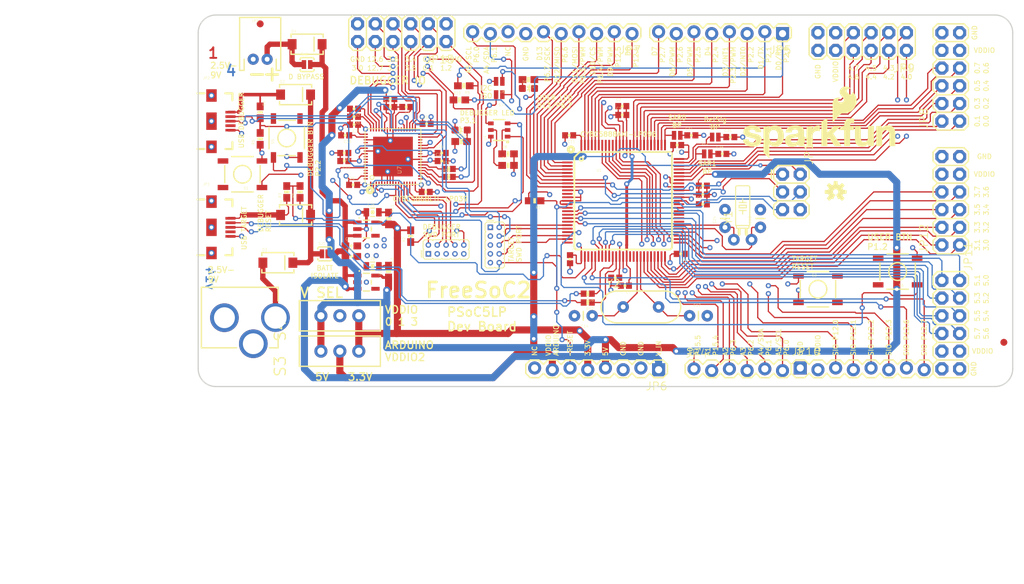
<source format=kicad_pcb>
(kicad_pcb (version 20211014) (generator pcbnew)
  (layers (0 "F.Cu" signal) (1 "In1.Cu" signal) (2 "In2.Cu" signal) (31 "B.Cu" signal) (34 "B.Paste" user) (35 "F.Paste" user) (36 "B.SilkS" user "B.Silkscreen") (37 "F.SilkS" user "F.Silkscreen") (38 "B.Mask" user) (39 "F.Mask" user) (44 "Edge.Cuts" user))
  (net 0 "")
  (net 1 "VDDIO_ARDUINO")
  (net 2 "VDDIO")
  (net 3 "GND")
  (net 4 "N$13")
  (net 5 "V_DEBUG")
  (net 6 "V_HOST")
  (net 7 "N$16")
  (net 8 "N$17")
  (net 9 "V_IN")
  (net 10 "PSOC_D+_BUS")
  (net 11 "PSOC_D-_BUS")
  (net 12 "DEBUG_D+_BUS")
  (net 13 "DEBUG_D-_BUS")
  (net 14 "VCCD")
  (net 15 "VCCA")
  (net 16 "D0")
  (net 17 "D1")
  (net 18 "D2")
  (net 19 "D3")
  (net 20 "D4")
  (net 21 "D5")
  (net 22 "D6")
  (net 23 "D7")
  (net 24 "D8")
  (net 25 "D9")
  (net 26 "D10")
  (net 27 "D11")
  (net 28 "D12")
  (net 29 "D13")
  (net 30 "A0")
  (net 31 "A1")
  (net 32 "A5")
  (net 33 "A4")
  (net 34 "A2")
  (net 35 "A3")
  (net 36 "~{RESET}")
  (net 37 "P1.0")
  (net 38 "P1.1")
  (net 39 "P1.2")
  (net 40 "P1.3")
  (net 41 "P1.4")
  (net 42 "P5.0")
  (net 43 "P5.1")
  (net 44 "P5.2")
  (net 45 "P5.3")
  (net 46 "P5.4")
  (net 47 "P5.5")
  (net 48 "P5.6")
  (net 49 "P5.7")
  (net 50 "P12.6")
  (net 51 "P12.7")
  (net 52 "P0.0")
  (net 53 "P0.1")
  (net 54 "P0.2")
  (net 55 "P0.3")
  (net 56 "P0.4")
  (net 57 "P0.5")
  (net 58 "P0.6")
  (net 59 "P0.7")
  (net 60 "P4.0")
  (net 61 "P4.1")
  (net 62 "P4.2")
  (net 63 "P4.3")
  (net 64 "P4.4")
  (net 65 "P4.5")
  (net 66 "P4.6")
  (net 67 "P4.7")
  (net 68 "P12.2")
  (net 69 "P12.3")
  (net 70 "P3.0")
  (net 71 "P3.1")
  (net 72 "P3.2")
  (net 73 "P3.3")
  (net 74 "P3.4")
  (net 75 "P3.5")
  (net 76 "P3.6")
  (net 77 "P3.7")
  (net 78 "P12.0")
  (net 79 "P12.1")
  (net 80 "P15.0")
  (net 81 "P15.1")
  (net 82 "P15.2")
  (net 83 "P15.3")
  (net 84 "N$14")
  (net 85 "PSOC_D-_PAD")
  (net 86 "PSOC_D+_PAD")
  (net 87 "DEBUG_D-_PAD")
  (net 88 "DEBUG_D+_PAD")
  (net 89 "~{DEBUG_RESET}")
  (net 90 "DEBUG_SWDIO_TMS")
  (net 91 "DEBUG_SWDCK_TCK")
  (net 92 "DEBUG_SWV_TDO")
  (net 93 "DEBUG_TDI")
  (net 94 "DEBUG_P0.0")
  (net 95 "DEBUG_P0.1")
  (net 96 "N$23")
  (net 97 "N$26")
  (net 98 "N$27")
  (net 99 "N$2")
  (net 100 "3.3V")
  (net 101 "5V")
  (net 102 "DEBUG_LED")
  (net 103 "DEBUG_P1.2")
  (net 104 "DEBUG_P3.4")
  (net 105 "DEBUG_P3.5")
  (net 106 "DEBUG_P3.6")
  (net 107 "DEBUG_P3.7")
  (net 108 "DEBUG_P12.6_RX")
  (net 109 "DEBUG_P3.0")
  (net 110 "DEBUG_SAR1_BP")
  (net 111 "DEBUG_DS_BP")
  (net 112 "DEBUG_SAR0_BP")
  (net 113 "N$3")
  (net 114 "N$4")
  (net 115 "N$5")
  (net 116 "V_BUS_HOST")
  (net 117 "V_BUS_DEBUG")
  (net 118 "DEBUG_BTN")
  (net 119 "DEBUG_P12.1_SDA")
  (net 120 "DEBUG_P12.0_SCL")
  (net 121 "DEBUG_P12.7_TX")
  (net 122 "~{DEBUG_P2.6_SCL_PU_EN}")
  (net 123 "~{DEBUG_P2.7_SDA_PU_EN}")
  (net 124 "N$7")
  (net 125 "N$8")
  (net 126 "N$1")
  (net 127 "N$6")
  (net 128 "ANCHOR_POUR")
  (footprint "boardEagle:0402-CAP" (layer "F.Cu") (at 117.6401 91.5416)
    (fp_text reference "C23")
    (fp_text value "0.1uF")
  )
  (footprint "boardEagle:SWITCH-SPDT_LOCK.007S" (layer "F.Cu") (at 110.4011 126.5936 90)
    (fp_text reference "S3")
    (fp_text value "SPDT")
  )
  (footprint "boardEagle:CREATIVE_COMMONS@1" (layer "F.Cu") (at 125.6411 159.6136)
    (fp_text reference "U$2" hide)
    (fp_text value "" hide)
  )
  (footprint "boardEagle:0402-RES" (layer "F.Cu") (at 126.0221 101.5746)
    (fp_text reference "R18")
    (fp_text value "22")
  )
  (footprint "boardEagle:HC49US" (layer "F.Cu") (at 153.5811 120.2436)
    (fp_text reference "Y2")
    (fp_text value "")
  )
  (footprint "boardEagle:LED-0603" (layer "F.Cu") (at 127.8001 94.8436 90)
    (fp_text reference "D6")
    (fp_text value "RED")
  )
  (footprint "boardEagle:0603-RES" (layer "F.Cu") (at 134.5311 99.9236)
    (fp_text reference "R7")
    (fp_text value "2.2k")
  )
  (footprint "boardEagle:0402-CAP" (layer "F.Cu") (at 150.9141 92.6846)
    (fp_text reference "C3")
    (fp_text value "0.1uF")
  )
  (footprint "boardEagle:PAD-JUMPER-2-NO_YES_SILK" (layer "F.Cu") (at 105.7021 85.4456)
    (fp_text reference "SJ2")
    (fp_text value "JUMPER-PAD-2-NOYES_SILK")
  )
  (footprint "boardEagle:0402-RES" (layer "F.Cu") (at 145.9611 118.3386 180)
    (fp_text reference "R16")
    (fp_text value "22")
  )
  (footprint "boardEagle:TQFP-100-14X14MM" (layer "F.Cu") (at 151.0411 105.0036)
    (fp_text reference "U1")
    (fp_text value "CY8C5888AXI-LP096")
  )
  (footprint "boardEagle:2X6" (layer "F.Cu") (at 199.3011 111.3536 90)
    (fp_text reference "JP12")
    (fp_text value "2X6 FEMALE")
  )
  (footprint "boardEagle:0402-CAP" (layer "F.Cu") (at 166.4081 95.8596)
    (fp_text reference "C35")
    (fp_text value "0.1uF")
  )
  (footprint "boardEagle:TACTILE-SWITCH-SMD" (layer "F.Cu") (at 178.9811 117.7036)
    (fp_text reference "S2")
    (fp_text value "SPST-MOM")
  )
  (footprint "boardEagle:STAND-OFF" (layer "F.Cu") (at 204.3811 129.1336)
    (fp_text reference "STANDOFF4" hide)
    (fp_text value "STAND-OFF" hide)
  )
  (footprint "boardEagle:SMA-DIODE" (layer "F.Cu") (at 104.0511 89.7636)
    (fp_text reference "D2")
    (fp_text value "MBRA140")
  )
  (footprint "boardEagle:0603-RES" (layer "F.Cu") (at 117.3861 107.5436 -90)
    (fp_text reference "R11")
    (fp_text value "0.27")
  )
  (footprint "boardEagle:0402-CAP" (layer "F.Cu") (at 112.4331 91.7956 180)
    (fp_text reference "C32")
    (fp_text value "0.1uF")
  )
  (footprint "boardEagle:FIDUCIAL-1X2" (layer "F.Cu") (at 205.6511 125.3236)
    (fp_text reference "FID1" hide)
    (fp_text value "FIDUCIAL1X2" hide)
  )
  (footprint "boardEagle:SFE_LOGO_NAME_FLAME_.2" (layer "F.Cu") (at 167.5511 98.9076)
    (fp_text reference "LOGO1" hide)
    (fp_text value "SFE_LOGO_NAME_FLAME.2_INCH" hide)
  )
  (footprint "boardEagle:0402-CAP" (layer "F.Cu") (at 150.9141 91.4146)
    (fp_text reference "C2")
    (fp_text value "1.0uF")
  )
  (footprint "boardEagle:0402-CAP" (layer "F.Cu") (at 160.8201 95.6056)
    (fp_text reference "C34")
    (fp_text value "0.1uF")
  )
  (footprint "boardEagle:2X5_PTH_SILK_.05" (layer "F.Cu") (at 131.9911 115.1636)
    (fp_text reference "JP17" hide)
    (fp_text value "DNP" hide)
  )
  (footprint "boardEagle:PAD-JUMPER-2-NO_NO_SILK" (layer "F.Cu") (at 133.2611 89.7636 180)
    (fp_text reference "SJ7")
    (fp_text value "JUMPER-PAD-2-NO")
  )
  (footprint "boardEagle:SMA-DIODE" (layer "F.Cu") (at 104.0511 107.0356)
    (fp_text reference "D1")
    (fp_text value "MBRA140")
  )
  (footprint "boardEagle:2X6" (layer "F.Cu") (at 196.7611 116.4336 -90)
    (fp_text reference "JP11")
    (fp_text value "2X6 FEMALE")
  )
  (footprint "boardEagle:CAP-PTH-SMALL" (layer "F.Cu") (at 160.5661 121.5136)
    (fp_text reference "C12")
    (fp_text value "")
  )
  (footprint "boardEagle:POWER_JACK_PTH_LOCK" (layer "F.Cu") (at 87.2871 121.7676 -90)
    (fp_text reference "JP18")
    (fp_text value "POWER_JACKPTH_LOCK")
  )
  (footprint "boardEagle:PAD-JUMPER-2-NO_NO_SILK" (layer "F.Cu") (at 164.2491 95.8596)
    (fp_text reference "SJ4")
    (fp_text value "JUMPER-PAD-2-NO")
  )
  (footprint "boardEagle:0603-RES" (layer "F.Cu") (at 138.3411 105.0036 180)
    (fp_text reference "R1")
    (fp_text value "4.7K")
  )
  (footprint "boardEagle:CAP-PTH-SMALL" (layer "F.Cu") (at 146.5961 121.5136 180)
    (fp_text reference "C14")
    (fp_text value "")
  )
  (footprint "boardEagle:OSHW-LOGO-S" (layer "F.Cu") (at 181.5211 103.7336)
    (fp_text reference "LOGO2" hide)
    (fp_text value "OSHW-LOGOS" hide)
  )
  (footprint "boardEagle:SOT23-5" (layer "F.Cu") (at 114.2111 109.0676 -90)
    (fp_text reference "U3")
    (fp_text value "MIC5219 3.3V")
  )
  (footprint "boardEagle:USB-B-MICRO-SMD_V03" (layer "F.Cu") (at 91.9861 108.8136)
    (fp_text reference "JP1")
    (fp_text value "MicroB")
  )
  (footprint "boardEagle:0402-CAP" (layer "F.Cu") (at 125.0061 99.2886)
    (fp_text reference "C21")
    (fp_text value "0.1uF")
  )
  (footprint "boardEagle:PAD-JUMPER-2-NO_NO_SILK" (layer "F.Cu") (at 158.7881 95.6056)
    (fp_text reference "SJ5")
    (fp_text value "JUMPER-PAD-2-NO")
  )
  (footprint "boardEagle:0805-CAP" (layer "F.Cu") (at 115.1001 106.6546)
    (fp_text reference "C26")
    (fp_text value "10uF")
  )
  (footprint "boardEagle:2X6" (layer "F.Cu") (at 125.6411 79.6036 180)
    (fp_text reference "JP15")
    (fp_text value "2X6 FEMALE")
  )
  (footprint "boardEagle:SMA-DIODE" (layer "F.Cu") (at 101.5111 113.8936)
    (fp_text reference "D3")
    (fp_text value "MBRA140")
  )
  (footprint "boardEagle:0402-CAP" (layer "F.Cu") (at 117.6401 90.3986)
    (fp_text reference "C20")
    (fp_text value "1.0uF")
  )
  (footprint "boardEagle:DUMMY" (layer "F.Cu") (at 74.8411 148.1836)
    (fp_text reference "FRAME2" hide)
    (fp_text value "FRAME-LETTERNO_PACKAGE" hide)
  )
  (footprint "boardEagle:0402-RES" (layer "F.Cu") (at 126.0221 100.4316)
    (fp_text reference "R19")
    (fp_text value "22")
  )
  (footprint "boardEagle:SWITCH-SPDT_LOCK.007S" (layer "F.Cu") (at 110.4011 121.5136 90)
    (fp_text reference "S4")
    (fp_text value "SPDT")
  )
  (footprint "boardEagle:CAP-PTH-SMALL" (layer "F.Cu") (at 170.7261 108.8136 90)
    (fp_text reference "C18")
    (fp_text value "")
  )
  (footprint "boardEagle:0603-RES@1" (layer "F.Cu") (at 137.4521 87.6046 180)
    (fp_text reference "R21")
    (fp_text value "1K")
  )
  (footprint "boardEagle:0603-RES" (layer "F.Cu") (at 120.5611 110.0836 90)
    (fp_text reference "R2")
    (fp_text value "4.7K")
  )
  (footprint "boardEagle:0402-CAP" (layer "F.Cu") (at 112.3061 102.7176)
    (fp_text reference "C25")
    (fp_text value "0.1uF")
  )
  (footprint "boardEagle:1X08_LOCK" (layer "F.Cu") (at 156.1211 129.1336 180)
    (fp_text reference "JP6")
    (fp_text value "1X8 FEMALE PTH")
  )
  (footprint "boardEagle:0603-RES" (layer "F.Cu") (at 117.3861 115.1636 -90)
    (fp_text reference "R12")
    (fp_text value "0.27")
  )
  (footprint "boardEagle:PAD-JUMPER-2-NO_NO_SILK" (layer "F.Cu") (at 163.1061 98.2726)
    (fp_text reference "SJ3")
    (fp_text value "JUMPER-PAD-2-NO")
  )
  (footprint "boardEagle:QFN-68" (layer "F.Cu") (at 118.0211 98.6536 90)
    (fp_text reference "U7")
    (fp_text value "CY8C5868LTI-LP039")
  )
  (footprint "boardEagle:SOT26" (layer "F.Cu") (at 133.2611 94.8436 90)
    (fp_text reference "U4")
    (fp_text value "2A/20V")
  )
  (footprint "boardEagle:0402-RES" (layer "F.Cu") (at 145.9611 119.6086 180)
    (fp_text reference "R17")
    (fp_text value "22")
  )
  (footprint "boardEagle:0603-RES@1" (layer "F.Cu") (at 127.5461 90.5256)
    (fp_text reference "R10")
    (fp_text value "1K")
  )
  (footprint "boardEagle:CAP-PTH-SMALL" (layer "F.Cu") (at 165.6461 108.8136 90)
    (fp_text reference "C24")
    (fp_text value "")
  )
  (footprint "boardEagle:1X06-SIP_LOCK" (layer "F.Cu") (at 161.2011 129.1336)
    (fp_text reference "JP4")
    (fp_text value "1X6 FEMALE PTH")
  )
  (footprint "boardEagle:0603-RES@1" (layer "F.Cu") (at 128.1811 88.4936 180)
    (fp_text reference "R9")
    (fp_text value "1K")
  )
  (footprint "boardEagle:2X3" (layer "F.Cu") (at 173.9011 101.1936 -90)
    (fp_text reference "JP13")
    (fp_text value "")
  )
  (footprint "boardEagle:2X6" (layer "F.Cu") (at 191.6811 80.8736 180)
    (fp_text reference "JP9")
    (fp_text value "2X6 FEMALE")
  )
  (footprint "boardEagle:PAD-JUMPER-2-NO_NO_SILK" (layer "F.Cu") (at 133.2611 87.8586 180)
    (fp_text reference "SJ6")
    (fp_text value "JUMPER-PAD-2-NO")
  )
  (footprint "boardEagle:0402-CAP" (layer "F.Cu") (at 119.9261 91.5416 180)
    (fp_text reference "C17")
    (fp_text value "1.0uF")
  )
  (footprint "boardEagle:0402-CAP" (layer "F.Cu") (at 143.4211 113.3856 -90)
    (fp_text reference "C13")
    (fp_text value "0.1uF")
  )
  (footprint "boardEagle:0402-CAP" (layer "F.Cu") (at 162.4711 105.5116)
    (fp_text reference "C1")
    (fp_text value "1.0uF")
  )
  (footprint "boardEagle:0402-CAP" (layer "F.Cu") (at 122.7201 103.7336)
    (fp_text reference "C27")
    (fp_text value "0.1uF")
  )
  (footprint "boardEagle:0402-CAP" (layer "F.Cu") (at 143.2941 95.6056 180)
    (fp_text reference "C11")
    (fp_text value "0.1uF")
  )
  (footprint "boardEagle:FOUR_LAYER_WARNING" (layer "F.Cu") (at 105.3211 133.8326)
    (fp_text reference "U$1" hide)
    (fp_text value "FOUR_LAYER_WARNING" hide)
  )
  (footprint "boardEagle:0402-CAP" (layer "F.Cu") (at 111.0361 99.2886 180)
    (fp_text reference "C22")
    (fp_text value "0.1uF")
  )
  (footprint "boardEagle:0402-CAP" (layer "F.Cu") (at 162.4711 104.1146)
    (fp_text reference "C6")
    (fp_text value "0.1uF")
  )
  (footprint "boardEagle:0402-CAP" (layer "F.Cu") (at 122.8471 93.9546)
    (fp_text reference "C29")
    (fp_text value "0.1uF")
  )
  (footprint "boardEagle:1X10_LOCK" (layer "F.Cu") (at 152.3111 80.8736 180)
    (fp_text reference "JP7")
    (fp_text value "1X10 FEMALE PTH")
  )
  (footprint "boardEagle:0603-CAP" (layer "F.Cu") (at 112.0521 111.4806)
    (fp_text reference "C37")
    (fp_text value "1.0uF")
  )
  (footprint "boardEagle:JST-2-PTH" (layer "F.Cu") (at 98.9711 84.6836)
    (fp_text reference "JP3")
    (fp_text value "")
  )
  (footprint "boardEagle:TACTILE-SWITCH-SMD" (layer "F.Cu") (at 102.7811 95.9866 90)
    (fp_text reference "S5")
    (fp_text value "SPST-MOM")
  )
  (footprint "boardEagle:2X5_PTH_SILK_.05" (layer "F.Cu") (at 129.4511 112.6236 90)
    (fp_text reference "JP14" hide)
    (fp_text value "DNP" hide)
  )
  (footprint "boardEagle:0603-RES" (layer "F.Cu") (at 134.5311 98.2726)
    (fp_text reference "R8")
    (fp_text value "2.2k")
  )
  (footprint "boardEagle:0402-CAP" (layer "F.Cu") (at 111.1631 95.6056 180)
    (fp_text reference "C33")
    (fp_text value "0.1uF")
  )
  (footprint "boardEagle:PAD-JUMPER-2-NC_BY_PASTE_YES_SILK" (layer "F.Cu") (at 108.2421 112.6236)
    (fp_text reference "SJ1")
    (fp_text value "JUMPER-PAD-2-NC_BY_PASTE")
  )
  (footprint "boardEagle:TACTILE-SWITCH-SMD" (layer "F.Cu") (at 190.4111 115.1636 180)
    (fp_text reference "S6")
    (fp_text value "SPST-MOM")
  )
  (footprint "boardEagle:1X08_LOCK" (layer "F.Cu") (at 173.9011 80.8736 180)
    (fp_text reference "JP5")
    (fp_text value "1X8 FEMALE PTH")
  )
  (footprint "boardEagle:0603-RES" (layer "F.Cu") (at 98.9711 92.3036 -90)
    (fp_text reference "R4")
    (fp_text value "10K")
  )
  (footprint "boardEagle:0603-CAP" (layer "F.Cu") (at 112.0521 113.0046)
    (fp_text reference "C38")
    (fp_text value "0.1uF")
  )
  (footprint "boardEagle:SMA-DIODE" (layer "F.Cu") (at 105.7021 82.5246)
    (fp_text reference "D4")
    (fp_text value "MBRA140")
  )
  (footprint "boardEagle:0603-RES@1" (layer "F.Cu") (at 127.8001 96.4946)
    (fp_text reference "R20")
    (fp_text value "1K")
  )
  (footprint "boardEagle:0402-CAP" (layer "F.Cu") (at 112.4331 92.9386 180)
    (fp_text reference "C30")
    (fp_text value "0.1uF")
  )
  (footprint "boardEagle:DUMMY" (layer "F.Cu") (at 74.8411 149.4536)
    (fp_text reference "FRAME3" hide)
    (fp_text value "FRAME-LETTERNO_PACKAGE" hide)
  )
  (footprint "boardEagle:USB-B-MICRO-SMD_V03" (layer "F.Cu") (at 91.9861 93.5736)
    (fp_text reference "JP2")
    (fp_text value "MicroB")
  )
  (footprint "boardEagle:0402-CAP" (layer "F.Cu") (at 111.0361 98.1456 180)
    (fp_text reference "C19")
    (fp_text value "1.0uF")
  )
  (footprint "boardEagle:0603-RES" (layer "F.Cu") (at 98.9711 96.1136 90)
    (fp_text reference "R5")
    (fp_text value "20k")
  )
  (footprint "boardEagle:0402-CAP" (layer "F.Cu") (at 149.8981 116.0526 180)
    (fp_text reference "C4")
    (fp_text value "1.0uF")
  )
  (footprint "boardEagle:STAND-OFF" (layer "F.Cu") (at 204.3811 80.8736)
    (fp_text reference "STANDOFF3" hide)
    (fp_text value "STAND-OFF" hide)
  )
  (footprint "boardEagle:STAND-OFF" (layer "F.Cu") (at 92.6211 80.8736)
    (fp_text reference "STANDOFF2" hide)
    (fp_text value "STAND-OFF" hide)
  )
  (footprint "boardEagle:STAND-OFF" (layer "F.Cu") (at 92.6211 129.1336)
    (fp_text reference "STANDOFF1" hide)
    (fp_text value "STAND-OFF" hide)
  )
  (footprint "boardEagle:0402-CAP" (layer "F.Cu") (at 159.2961 112.6236 180)
    (fp_text reference "C9")
    (fp_text value "0.1uF")
  )
  (footprint "boardEagle:0603-RES" (layer "F.Cu") (at 104.6861 103.7336 90)
    (fp_text reference "R6")
    (fp_text value "20k")
  )
  (footprint "boardEagle:0402-CAP" (layer "F.Cu") (at 112.4331 94.0816 180)
    (fp_text reference "C31")
    (fp_text value "0.1uF")
  )
  (footprint "boardEagle:0402-CAP" (layer "F.Cu") (at 158.7881 97.0026 180)
    (fp_text reference "C15")
    (fp_text value "0.1uF")
  )
  (footprint "boardEagle:0402-CAP" (layer "F.Cu") (at 162.4711 102.8446)
    (fp_text reference "C5")
    (fp_text value "1.0uF")
  )
  (footprint "boardEagle:0402-CAP" (layer "F.Cu") (at 165.2651 98.2726)
    (fp_text reference "C36")
    (fp_text value "0.1uF")
  )
  (footprint "boardEagle:TC26H" (layer "F.Cu") (at 168.1861 110.5916)
    (fp_text reference "Y1")
    (fp_text value "32.768kHz")
  )
  (footprint "boardEagle:2X6" (layer "F.Cu") (at 199.3011 93.5736 90)
    (fp_text reference "JP8")
    (fp_text value "2X6 FEMALE")
  )
  (footprint "boardEagle:DUMMY" (layer "F.Cu") (at 74.8411 146.9136)
    (fp_text reference "FRAME1" hide)
    (fp_text value "FRAME-LETTERNO_PACKAGE" hide)
  )
  (footprint "boardEagle:TACTILE-SWITCH-SMD" (layer "F.Cu") (at 96.4311 101.1936 180)
    (fp_text reference "S1")
    (fp_text value "SPST-MOM")
  )
  (footprint "boardEagle:FIDUCIAL-1X2" (layer "F.Cu") (at 98.9711 79.6036)
    (fp_text reference "FID2" hide)
    (fp_text value "FIDUCIAL1X2" hide)
  )
  (footprint "boardEagle:LED-0603" (layer "F.Cu") (at 137.4521 88.8746 -90)
    (fp_text reference "D5")
    (fp_text value "RED")
  )
  (footprint "boardEagle:0805-CAP" (layer "F.Cu") (at 115.1001 114.4016)
    (fp_text reference "C28")
    (fp_text value "10uF")
  )
  (footprint "boardEagle:0603-RES" (layer "F.Cu") (at 102.7811 103.7336 90)
    (fp_text reference "R3")
    (fp_text value "10K")
  )
  (footprint "boardEagle:1X08_LOCK" (layer "F.Cu") (at 176.4411 129.1336)
    (fp_text reference "JP10")
    (fp_text value "1x8 FEMALE PTH")
  )
  (footprint "boardEagle:0402-CAP" (layer "F.Cu") (at 125.0061 98.1456)
    (fp_text reference "C16")
    (fp_text value "1.0uF")
  )
  (footprint "boardEagle:0402-CAP" (layer "F.Cu") (at 151.2951 117.1956 180)
    (fp_text reference "C7")
    (fp_text value "1.0uF")
  )
  (footprint "boardEagle:SOT23-5" (layer "F.Cu") (at 114.2111 116.6876 -90)
    (fp_text reference "U2")
    (fp_text value "MIC5219 5V")
  )
  (gr_circle (center 143.5481 97.6376) (end 143.727703 97.6376) (layer "F.SilkS") (width 0.4064) (fill none))
  (gr_circle (center 114.7191 103.4796) (end 114.898703 103.4796) (layer "F.SilkS") (width 0.4064) (fill none))
  (gr_line (start 206.9211 80.8736) (end 206.9211 129.1336) (layer "Edge.Cuts") (width 0.1778))
  (gr_arc (start 92.6211 131.6736) (mid 90.825049 130.929651) (end 90.0811 129.1336) (layer "Edge.Cuts") (width 0.1778))
  (gr_line (start 92.6211 78.3336) (end 204.3811 78.3336) (layer "Edge.Cuts") (width 0.1778))
  (gr_arc (start 90.0811 80.8736) (mid 90.825049 79.077549) (end 92.6211 78.3336) (layer "Edge.Cuts") (width 0.1778))
  (gr_arc (start 204.3811 78.3336) (mid 206.177151 79.077549) (end 206.9211 80.8736) (layer "Edge.Cuts") (width 0.1778))
  (gr_line (start 90.0811 129.1336) (end 90.0811 80.8736) (layer "Edge.Cuts") (width 0.1778))
  (gr_arc (start 206.9211 129.1336) (mid 206.177151 130.929651) (end 204.3811 131.6736) (layer "Edge.Cuts") (width 0.1778))
  (gr_line (start 204.3811 131.6736) (end 92.6211 131.6736) (layer "Edge.Cuts") (width 0.1778))
  (gr_text "1" (at 91.3511 84.6836) (layer "F.Cu") (effects (font (size 1.5113 1.5113) (thickness 0.2667)) (justify left bottom)))
  (gr_text "v14" (at 92.4941 114.4016 -90) (layer "B.Cu") (effects (font (size 1.20904 1.20904) (thickness 0.21336)) (justify right top mirror)))
  (gr_text "4" (at 93.8911 87.2236) (layer "B.Cu") (effects (font (size 1.5113 1.5113) (thickness 0.2667)) (justify left bottom)))
  (gr_text "D2/INT0\nP2.2" (at 168.8211 82.7786 90) (layer "F.SilkS") (effects (font (size 0.69088 0.69088) (thickness 0.12192)) (justify right)))
  (gr_text "VDDIO\nARDUINO" (at 140.8811 127.3556 90) (layer "F.SilkS") (effects (font (size 0.69088 0.69088) (thickness 0.12192)) (justify left)))
  (gr_text "3.3" (at 201.8411 108.8136 90) (layer "F.SilkS") (effects (font (size 0.69088 0.69088) (thickness 0.12192))))
  (gr_text "D9/PWM\nP12.5" (at 149.7711 82.7786 90) (layer "F.SilkS") (effects (font (size 0.69088 0.69088) (thickness 0.12192)) (justify right)))
  (gr_text "CY8C5868LTI-LP039" (at 117.8941 105.1306) (layer "F.SilkS") (effects (font (size 0.69088 0.69088) (thickness 0.12192)) (justify left bottom)))
  (gr_text "D10/CS\nP6.4/PWM" (at 147.2311 82.7786 90) (layer "F.SilkS") (effects (font (size 0.69088 0.69088) (thickness 0.12192)) (justify right)))
  (gr_text "5V" (at 107.8611 130.9116) (layer "F.SilkS") (effects (font (size 1.0795 1.0795) (thickness 0.1905)) (justify bottom)))
  (gr_text "D11/MOSI\nP6.5/PWM" (at 144.6911 82.7786 90) (layer "F.SilkS") (effects (font (size 0.69088 0.69088) (thickness 0.12192)) (justify right)))
  (gr_text "SIO P12.2" (at 186.6011 127.3556 90) (layer "F.SilkS") (effects (font (size 0.69088 0.69088) (thickness 0.12192)) (justify left)))
  (gr_text "USER LED\nD13/P6.7" (at 138.5951 90.7796) (layer "F.SilkS") (effects (font (size 0.69088 0.69088) (thickness 0.12192)) (justify left)))
  (gr_text "A3\nP6.2" (at 168.8211 127.3556 90) (layer "F.SilkS") (effects (font (size 0.69088 0.69088) (thickness 0.12192)) (justify left)))
  (gr_text "5.7" (at 201.8411 124.0536 90) (layer "F.SilkS") (effects (font (size 0.69088 0.69088) (thickness 0.12192))))
  (gr_text "2.5V-\n9V" (at 91.7321 87.4776) (layer "F.SilkS") (effects (font (size 0.8636 0.8636) (thickness 0.1524)) (justify left bottom)))
  (gr_text "3.7" (at 201.8411 103.7336 90) (layer "F.SilkS") (effects (font (size 0.69088 0.69088) (thickness 0.12192))))
  (gr_text "3.0" (at 112.9411 85.9536) (layer "F.SilkS") (effects (font (size 0.69088 0.69088) (thickness 0.12192))))
  (gr_text "A1\nP15.4" (at 163.7411 127.3556 90) (layer "F.SilkS") (effects (font (size 0.69088 0.69088) (thickness 0.12192)) (justify left)))
  (gr_text "TARGET\nSWD PORT" (at 135.5471 113.8936 90) (layer "F.SilkS") (effects (font (size 0.69088 0.69088) (thickness 0.12192)) (justify left)))
  (gr_text "VDDIO" (at 202.8571 101.1936) (layer "F.SilkS") (effects (font (size 0.69088 0.69088) (thickness 0.12192))))
  (gr_text "5.2" (at 203.1111 118.9736 90) (layer "F.SilkS") (effects (font (size 0.69088 0.69088) (thickness 0.12192))))
  (gr_text "0.1" (at 123.1011 85.9536) (layer "F.SilkS") (effects (font (size 0.69088 0.69088) (thickness 0.12192))))
  (gr_text "4.5" (at 186.6011 85.9536) (layer "F.SilkS") (effects (font (size 0.69088 0.69088) (thickness 0.12192))))
  (gr_text "0.3" (at 201.8411 91.0336 90) (layer "F.SilkS") (effects (font (size 0.69088 0.69088) (thickness 0.12192))))
  (gr_text "4.4" (at 186.6011 87.2236) (layer "F.SilkS") (effects (font (size 0.69088 0.69088) (thickness 0.12192))))
  (gr_text "GND" (at 137.0711 82.7786 90) (layer "F.SilkS") (effects (font (size 0.69088 0.69088) (thickness 0.12192)) (justify right)))
  (gr_text "4.0" (at 191.6811 87.2236) (layer "F.SilkS") (effects (font (size 0.69088 0.69088) (thickness 0.12192))))
  (gr_text "DEBUGGER\nSWD PORT" (at 122.2121 109.3216) (layer "F.SilkS") (effects (font (size 0.69088 0.69088) (thickness 0.12192)) (justify left)))
  (gr_text "D12/MISO\nP6.6" (at 142.1511 82.7786 90) (layer "F.SilkS") (effects (font (size 0.69088 0.69088) (thickness 0.12192)) (justify right)))
  (gr_text "D4\nP2.4" (at 163.7411 82.7786 90) (layer "F.SilkS") (effects (font (size 0.69088 0.69088) (thickness 0.12192)) (justify right)))
  (gr_text "V SEL" (at 104.5591 118.2116) (layer "F.SilkS") (effects (font (size 1.42494 1.42494) (thickness 0.25146)) (justify left)))
  (gr_text "SAR0\nBP" (at 158.7881 94.5896) (layer "F.SilkS") (effects (font (size 0.69088 0.69088) (thickness 0.12192)) (justify bottom)))
  (gr_text "12.6" (at 115.4811 84.6836) (layer "F.SilkS") (effects (font (size 0.69088 0.69088) (thickness 0.12192))))
  (gr_text "3.1" (at 201.8411 111.3536 90) (layer "F.SilkS") (effects (font (size 0.69088 0.69088) (thickness 0.12192))))
  (gr_text "3.4" (at 120.5611 84.6836) (layer "F.SilkS") (effects (font (size 0.69088 0.69088) (thickness 0.12192))))
  (gr_text "DEBUGGER BTN\nP2.2" (at 106.7181 101.5746 90) (layer "F.SilkS") (effects (font (size 0.69088 0.69088) (thickness 0.12192)) (justify left)))
  (gr_text "D5/PWM\nP2.5" (at 161.2011 82.7786 90) (layer "F.SilkS") (effects (font (size 0.69088 0.69088) (thickness 0.12192)) (justify right)))
  (gr_text "0.0" (at 123.1011 84.6836) (layer "F.SilkS") (effects (font (size 0.69088 0.69088) (thickness 0.12192))))
  (gr_text "0.0" (at 203.1111 93.5736 90) (layer "F.SilkS") (effects (font (size 0.69088 0.69088) (thickness 0.12192))))
  (gr_text "DEBUGGER IO" (at 111.6711 87.7316) (layer "F.SilkS") (effects (font (size 1.0795 1.0795) (thickness 0.1905)) (justify left)))
  (gr_text "4.1" (at 191.6811 85.9536) (layer "F.SilkS") (effects (font (size 0.69088 0.69088) (thickness 0.12192))))
  (gr_text "SIO P12.6" (at 191.6811 127.3556 90) (layer "F.SilkS") (effects (font (size 0.69088 0.69088) (thickness 0.12192)) (justify left)))
  (gr_text "D1/TX\nP2.1" (at 171.3611 82.7786 90) (layer "F.SilkS") (effects (font (size 0.69088 0.69088) (thickness 0.12192)) (justify right)))
  (gr_text "VDDIO" (at 202.8571 83.4136) (layer "F.SilkS") (effects (font (size 0.69088 0.69088) (thickness 0.12192))))
  (gr_text "D13\nP6.7/SCK" (at 139.6111 82.7786 90) (layer "F.SilkS") (effects (font (size 0.69088 0.69088) (thickness 0.12192)) (justify right)))
  (gr_text "0.1" (at 201.8411 93.5736 90) (layer "F.SilkS") (effects (font (size 0.69088 0.69088) (thickness 0.12192))))
  (gr_text "4.6" (at 184.0611 87.2236) (layer "F.SilkS") (effects (font (size 0.69088 0.69088) (thickness 0.12192))))
  (gr_text "5.3" (at 201.8411 118.9736 90) (layer "F.SilkS") (effects (font (size 0.69088 0.69088) (thickness 0.12192))))
  (gr_text "NC" (at 134.5311 82.7786 90) (layer "F.SilkS") (effects (font (size 0.69088 0.69088) (thickness 0.12192)) (justify right)))
  (gr_text "4.3" (at 189.1411 85.9536) (layer "F.SilkS") (effects (font (size 0.69088 0.69088) (thickness 0.12192))))
  (gr_text "SIO P12.0" (at 181.5211 127.3556 90) (layer "F.SilkS") (effects (font (size 0.69088 0.69088) (thickness 0.12192)) (justify left)))
  (gr_text "3.7" (at 118.0211 85.9536) (layer "F.SilkS") (effects (font (size 0.69088 0.69088) (thickness 0.12192))))
  (gr_text "3.6" (at 203.1111 103.7336 90) (layer "F.SilkS") (effects (font (size 0.69088 0.69088) (thickness 0.12192))))
  (gr_text "1.2" (at 125.6411 85.9536) (layer "F.SilkS") (effects (font (size 0.69088 0.69088) (thickness 0.12192))))
  (gr_text "5.0" (at 203.1111 116.4336 90) (layer "F.SilkS") (effects (font (size 0.69088 0.69088) (thickness 0.12192))))
  (gr_text "5.6" (at 203.1111 124.0536 90) (layer "F.SilkS") (effects (font (size 0.69088 0.69088) (thickness 0.12192))))
  (gr_text "USER BTN\nP1.2" (at 185.9661 112.1156) (layer "F.SilkS") (effects (font (size 0.8636 0.8636) (thickness 0.1524)) (justify left bottom)))
  (gr_text "NC" (at 138.3411 127.3556 90) (layer "F.SilkS") (effects (font (size 0.69088 0.69088) (thickness 0.12192)) (justify left)))
  (gr_text "D3/INT1\nP2.3/PWM" (at 166.2811 82.7786 90) (layer "F.SilkS") (effects (font (size 0.69088 0.69088) (thickness 0.12192)) (justify right)))
  (gr_text "A4/SDA\nP6.1" (at 171.3611 127.3556 90) (layer "F.SilkS") (effects (font (size 0.69088 0.69088) (thickness 0.12192)) (justify left)))
  (gr_text "-" (at 96.9391 87.9856) (layer "F.SilkS") (effects (font (size 2.159 2.159) (thickness 0.381)) (justify left bottom)))
  (gr_text "GND" (at 201.3331 129.1336 90) (layer "F.SilkS") (effects (font (size 0.69088 0.69088) (thickness 0.12192))))
  (gr_text "SAR1\nBP" (at 163.1061 101.1936) (layer "F.SilkS") (effects (font (size 0.69088 0.69088) (thickness 0.12192)) (justify bottom)))
  (gr_text "3.0" (at 203.1111 111.3536 90) (layer "F.SilkS") (effects (font (size 0.69088 0.69088) (thickness 0.12192))))
  (gr_text "VDDIO" (at 126.4031 84.6836) (layer "F.SilkS") (effects (font (size 0.69088 0.69088) (thickness 0.12192))))
  (gr_text "USB TARGET" (at 97.0661 108.9406 90) (layer "F.SilkS") (effects (font (size 0.69088 0.69088) (thickness 0.12192)) (justify bottom)))
  (gr_text "5V" (at 148.5011 127.3556 90) (layer "F.SilkS") (effects (font (size 0.69088 0.69088) (thickness 0.12192)) (justify left)))
  (gr_text "0.6" (at 203.1111 85.9536 90) (layer "F.SilkS") (effects (font (size 0.69088 0.69088) (thickness 0.12192))))
  (gr_text "A2\nP6.3" (at 166.2811 127.3556 90) (layer "F.SilkS") (effects (font (size 0.69088 0.69088) (thickness 0.12192)) (justify left)))
  (gr_text "V_IN" (at 156.1211 127.3556 90) (layer "F.SilkS") (effects (font (size 0.69088 0.69088) (thickness 0.12192)) (justify left)))
  (gr_text "DEBUGGER\nRESET" (at 99.6061 109.5756 90) (layer "F.SilkS") (effects (font (size 0.69088 0.69088) (thickness 0.12192)) (justify left)))
  (gr_text "DEBUGGER LED\nP3.1" (at 127.5461 92.9386) (layer "F.SilkS") (effects (font (size 0.69088 0.69088) (thickness 0.12192)) (justify left)))
  (gr_text "0.7" (at 201.8411 85.9536 90) (layer "F.SilkS") (effects (font (size 0.69088 0.69088) (thickness 0.12192))))
  (gr_text "D BYPASS" (at 105.5751 87.6046) (layer "F.SilkS") (effects (font (size 0.69088 0.69088) (thickness 0.12192)) (justify bottom)))
  (gr_text "0.2" (at 203.1111 91.0336 90) (layer "F.SilkS") (effects (font (size 0.69088 0.69088) (thickness 0.12192))))
  (gr_text "5.4" (at 203.1111 121.5136 90) (layer "F.SilkS") (effects (font (size 0.69088 0.69088) (thickness 0.12192))))
  (gr_text "CY8C5888AXI-LP096" (at 144.8181 95.8596) (layer "F.SilkS") (effects (font (size 0.69088 0.69088) (thickness 0.12192)) (justify left bottom)))
  (gr_text "5.5" (at 201.8411 121.5136 90) (layer "F.SilkS") (effects (font (size 0.69088 0.69088) (thickness 0.12192))))
  (gr_text "~RESET" (at 143.4211 127.3556 90) (layer "F.SilkS") (effects (font (size 0.69088 0.69088) (thickness 0.12192)) (justify left)))
  (gr_text "SIO P12.7" (at 194.2211 127.3556 90) (layer "F.SilkS") (effects (font (size 0.69088 0.69088) (thickness 0.12192)) (justify left)))
  (gr_text "GND" (at 201.4601 80.8736 90) (layer "F.SilkS") (effects (font (size 0.69088 0.69088) (thickness 0.12192))))
  (gr_text "12.7" (at 115.4811 85.9536) (layer "F.SilkS") (effects (font (size 0.69088 0.69088) (thickness 0.12192))))
  (gr_text "VDDIO" (at 202.6031 126.5936) (layer "F.SilkS") (effects (font (size 0.69088 0.69088) (thickness 0.12192))))
  (gr_text "GND" (at 202.8571 98.6536) (layer "F.SilkS") (effects (font (size 0.69088 0.69088) (thickness 0.12192))))
  (gr_text "GND" (at 153.5811 127.3556 90) (layer "F.SilkS") (effects (font (size 0.69088 0.69088) (thickness 0.12192)) (justify left)))
  (gr_text "2.5V-\n9V" (at 91.3511 116.8146) (layer "F.SilkS") (effects (font (size 0.8636 0.8636) (thickness 0.1524)) (justify left bottom)))
  (gr_text "SIO P12.3" (at 189.1411 127.3556 90) (layer "F.SilkS") (effects (font (size 0.69088 0.69088) (thickness 0.12192)) (justify left)))
  (gr_text "3.4" (at 203.1111 106.2736 90) (layer "F.SilkS") (effects (font (size 0.69088 0.69088) (thickness 0.12192))))
  (gr_text "0.5" (at 201.8411 88.4936 90) (layer "F.SilkS") (effects (font (size 0.69088 0.69088) (thickness 0.12192))))
  (gr_text "PSoC5LP\nDev Board" (at 125.6411 122.0216) (layer "F.SilkS") (effects (font (size 1.2954 1.2954) (thickness 0.2286)) (justify left)))
  (gr_text "FreeSoC2" (at 122.4661 119.1006) (layer "F.SilkS") (effects (font (size 2.159 2.159) (thickness 0.381)) (justify left bottom)))
  (gr_text "D6/PWM\nP2.6" (at 158.6611 82.7786 90) (layer "F.SilkS") (effects (font (size 0.69088 0.69088) (thickness 0.12192)) (justify right)))
  (gr_text "3.3V" (at 113.3221 130.9116) (layer "F.SilkS") (effects (font (size 1.0795 1.0795) (thickness 0.1905)) (justify bottom)))
  (gr_text "3.5" (at 201.8411 106.2736 90) (layer "F.SilkS") (effects (font (size 0.69088 0.69088) (thickness 0.12192))))
  (gr_text "5.1" (at 201.8411 116.4336 90) (layer "F.SilkS") (effects (font (size 0.69088 0.69088) (thickness 0.12192))))
  (gr_text "3.6" (at 118.0211 84.6836) (layer "F.SilkS") (effects (font (size 0.69088 0.69088) (thickness 0.12192))))
  (gr_text "3.3V" (at 145.9611 127.3556 90) (layer "F.SilkS") (effects (font (size 0.69088 0.69088) (thickness 0.12192)) (justify left)))
  (gr_text "D7\nP2.7" (at 156.1211 82.7786 90) (layer "F.SilkS") (effects (font (size 0.69088 0.69088) (thickness 0.12192)) (justify right)))
  (gr_text "USB DEBUGGER" (at 96.6851 93.4466 90) (layer "F.SilkS") (effects (font (size 0.69088 0.69088) (thickness 0.12192)) (justify bottom)))
  (gr_text "3.5" (at 120.5611 85.9536) (layer "F.SilkS") (effects (font (size 0.69088 0.69088) (thickness 0.12192))))
  (gr_text "TARGET\nRESET" (at 175.1711 113.8936) (layer "F.SilkS") (effects (font (size 0.69088 0.69088) (thickness 0.12192)) (justify left)))
  (gr_text "GND" (at 151.0411 127.3556 90) (layer "F.SilkS") (effects (font (size 0.69088 0.69088) (thickness 0.12192)) (justify left)))
  (gr_text "GND" (at 178.9811 86.4616 90) (layer "F.SilkS") (effects (font (size 0.69088 0.69088) (thickness 0.12192))))
  (gr_text "4.7" (at 184.0611 85.9536) (layer "F.SilkS") (effects (font (size 0.69088 0.69088) (thickness 0.12192))))
  (gr_text "DelSig\nBP" (at 164.2491 94.8436) (layer "F.SilkS") (effects (font (size 0.69088 0.69088) (thickness 0.12192)) (justify bottom)))
  (gr_text "D0/RX\nP2.0" (at 173.9011 82.7786 90) (layer "F.SilkS") (effects (font (size 0.69088 0.69088) (thickness 0.12192)) (justify right)))
  (gr_text "D8\nP12.4" (at 152.3111 82.7786 90) (layer "F.SilkS") (effects (font (size 0.69088 0.69088) (thickness 0.12192)) (justify right)))
  (gr_text "A4/SDA\nP6.1" (at 131.9911 82.7786 90) (layer "F.SilkS") (effects (font (size 0.69088 0.69088) (thickness 0.12192)) (justify right)))
  (gr_text "+" (at 99.0981 87.9856) (layer "F.SilkS") (effects (font (size 2.159 2.159) (thickness 0.381)) (justify left bottom)))
  (gr_text "GND" (at 112.9411 84.6836) (layer "F.SilkS") (effects (font (size 0.69088 0.69088) (thickness 0.12192))))
  (gr_text "VDDIO\n0 1 3" (at 116.7511 121.5136) (layer "F.SilkS") (effects (font (size 1.0795 1.0795) (thickness 0.1905)) (justify left)))
  (gr_text "3.2" (at 203.1111 108.8136 90) (layer "F.SilkS") (effects (font (size 0.69088 0.69088) (thickness 0.12192))))
  (gr_text "A5/SCL\nP6.0" (at 173.9011 127.3556 90) (layer "F.SilkS") (effects (font (size 0.69088 0.69088) (thickness 0.12192)) (justify left)))
  (gr_text "A0\nP15.5" (at 161.2011 127.3556 90) (layer "F.SilkS") (effects (font (size 0.69088 0.69088) (thickness 0.12192)) (justify left)))
  (gr_text "VDDIO" (at 178.9811 127.3556 90) (layer "F.SilkS") (effects (font (size 0.69088 0.69088) (thickness 0.12192)) (justify left)))
  (gr_text "ARDUINO\nVDDIO2" (at 116.7511 126.5936) (layer "F.SilkS") (effects (font (size 1.0795 1.0795) (thickness 0.1905)) (justify left)))
  (gr_text "4.2" (at 189.1411 87.2236) (layer "F.SilkS") (effects (font (size 0.69088 0.69088) (thickness 0.12192))))
  (gr_text "A5/SCL\nP6.0" (at 129.4511 82.7786 90) (layer "F.SilkS") (effects (font (size 0.69088 0.69088) (thickness 0.12192)) (justify right)))
  (gr_text "VDDIO" (at 181.5211 86.4616 90) (layer "F.SilkS") (effects (font (size 0.69088 0.69088) (thickness 0.12192))))
  (gr_text "GND" (at 176.4411 127.3556 90) (layer "F.SilkS") (effects (font (size 0.69088 0.69088) (thickness 0.12192)) (justify left)))
  (gr_text "I2C\nISO" (at 130.4671 89.3826) (layer "F.SilkS") (effects (font (size 0.69088 0.69088) (thickness 0.12192)) (justify left)))
  (gr_text "BATT\nISOLATE" (at 108.2421 116.1796) (layer "F.SilkS") (effects (font (size 0.69088 0.69088) (thickness 0.12192)) (justify bottom)))
  (gr_text "0.4" (at 203.1111 88.4936 90) (layer "F.SilkS") (effects (font (size 0.69088 0.69088) (thickness 0.12192))))
  (gr_text "SIO P12.1" (at 184.0611 127.3556 90) (layer "F.SilkS") (effects (font (size 0.69088 0.69088) (thickness 0.12192)) (justify left)))
  (segment (start 138.2141 121.6406) (end 138.2141 115.2906) (width 1.016) (layer "F.Cu") (net 1))
  (segment (start 136.0551 126.7206) (end 138.2141 126.7206) (width 1.016) (layer "F.Cu") (net 1))
  (segment (start 145.0411 97.0036) (end 145.0411 98.3686) (width 0.1778) (layer "F.Cu") (net 1))
  (segment (start 144.8181 95.6056) (end 145.0411 95.8286) (width 0.1778) (layer "F.Cu") (net 1))
  (segment (start 170.7261 99.9236) (end 175.1711 99.9236) (width 0.1778) (layer "F.Cu") (net 1))
  (segment (start 110.4011 126.5936) (end 110.4011 129.6416) (width 1.016) (layer "F.Cu") (net 1))
  (segment (start 110.4011 129.6416) (end 111.1631 130.4036) (width 1.016) (layer "F.Cu") (net 1))
  (segment (start 111.1631 130.4036) (end 132.3721 130.4036) (width 1.016) (layer "F.Cu") (net 1))
  (segment (start 175.1711 99.9236) (end 176.4411 101.1936) (width 0.1778) (layer "F.Cu") (net 1))
  (segment (start 145.0411 97.0036) (end 145.0411 95.8286) (width 0.1778) (layer "F.Cu") (net 1))
  (segment (start 143.8741 95.6056) (end 144.8181 95.6056) (width 0.1778) (layer "F.Cu") (net 1))
  (segment (start 140.1191 126.7206) (end 140.8811 127.4826) (width 1.016) (layer "F.Cu") (net 1))
  (segment (start 138.2141 126.7206) (end 138.2141 124.8156) (width 1.016) (layer "F.Cu") (net 1))
  (segment (start 145.0411 98.3686) (end 145.3261 98.6536) (width 0.1778) (layer "F.Cu") (net 1))
  (segment (start 138.2141 126.7206) (end 140.1191 126.7206) (width 1.016) (layer "F.Cu") (net 1))
  (segment (start 140.8811 127.4826) (end 140.8811 129.2606) (width 1.016) (layer "F.Cu") (net 1))
  (segment (start 132.3721 130.4036) (end 136.0551 126.7206) (width 1.016) (layer "F.Cu") (net 1))
  (via (at 138.2141 121.6406) (size 0.8636) (drill 0.508) (layers "F.Cu" "B.Cu") (net 1))
  (via (at 138.2141 124.8156) (size 0.8636) (drill 0.508) (layers "F.Cu" "B.Cu") (net 1))
  (via (at 138.2141 115.2906) (size 0.8636) (drill 0.508) (layers "F.Cu" "B.Cu") (net 1))
  (via (at 170.7261 99.9236) (size 0.6096) (drill 0.254) (layers "F.Cu" "B.Cu") (net 1))
  (via (at 145.3261 98.6536) (size 0.7366) (drill 0.381) (layers "F.Cu" "B.Cu") (net 1))
  (segment (start 154.2161 98.6536) (end 154.2161 99.4156) (width 0.1778) (layer "B.Cu") (net 1))
  (segment (start 138.2141 99.1616) (end 138.7221 98.6536) (width 1.016) (layer "B.Cu") (net 1))
  (segment (start 138.7221 98.6536) (end 145.3261 98.6536) (width 1.016) (layer "B.Cu") (net 1))
  (segment (start 153.0731 97.5106) (end 154.2161 98.6536) (width 0.1778) (layer "B.Cu") (net 1))
  (segment (start 154.2161 99.4156) (end 154.7241 99.9236) (width 0.1778) (layer "B.Cu") (net 1))
  (segment (start 138.2141 115.2906) (end 138.2141 99.1616) (width 1.016) (layer "B.Cu") (net 1))
  (segment (start 154.7241 99.9236) (end 170.7261 99.9236) (width 0.1778) (layer "B.Cu") (net 1))
  (segment (start 145.3261 98.6536) (end 149.5171 98.6536) (width 0.1778) (layer "B.Cu") (net 1))
  (segment (start 138.2141 124.8156) (end 138.2141 121.6406) (width 1.016) (layer "B.Cu") (net 1))
  (segment (start 149.5171 98.6536) (end 150.6601 97.5106) (width 0.1778) (layer "B.Cu") (net 1))
  (segment (start 150.6601 97.5106) (end 153.0731 97.5106) (width 0.1778) (layer "B.Cu") (net 1))
  (segment (start 135.3811 99.9236) (end 135.3811 101.1056) (width 0.1778) (layer "F.Cu") (net 2))
  (segment (start 111.6711 101.8286) (end 111.2901 101.4476) (width 0.1778) (layer "F.Cu") (net 2))
  (segment (start 159.9161 112.6236) (end 159.9311 112.6386) (width 0.1778) (layer "F.Cu") (net 2))
  (segment (start 113.0131 94.0816) (end 113.4491 94.0816) (width 0.1778) (layer "F.Cu") (net 2))
  (segment (start 122.1401 102.7726) (end 122.0851 102.7176) (width 0.1778) (layer "F.Cu") (net 2))
  (segment (start 159.8761 112.6236) (end 159.9161 112.6236) (width 0.1778) (layer "F.Cu") (net 2))
  (segment (start 160.4391 98.0186) (end 159.4231 98.0186) (width 0.1778) (layer "F.Cu") (net 2))
  (segment (start 111.6711 102.4636) (end 111.6711 102.7026) (width 0.1778) (layer "F.Cu") (net 2))
  (segment (start 159.3681 97.0026) (end 160.3121 97.0026) (width 0.1778) (layer "F.Cu") (net 2))
  (segment (start 113.0131 95.1696) (end 113.2971 95.4536) (width 0.1778) (layer "F.Cu") (net 2))
  (segment (start 160.4391 98.7806) (end 160.4391 98.0186) (width 0.1778) (layer "F.Cu") (net 2))
  (segment (start 111.6711 101.9556) (end 111.6711 102.4636) (width 0.1778) (layer "F.Cu") (net 2))
  (segment (start 160.4391 98.7806) (end 160.2161 99.0036) (width 0.1778) (layer "F.Cu") (net 2))
  (segment (start 113.4491 94.0816) (end 114.0841 94.7166) (width 0.1778) (layer "F.Cu") (net 2))
  (segment (start 121.2211 102.5536) (end 121.2211 103.5046) (width 0.1778) (layer "F.Cu") (net 2))
  (segment (start 145.0411 111.7036) (end 144.6911 111.3536) (width 0.1778) (layer "F.Cu") (net 2))
  (segment (start 160.3121 97.0026) (end 160.4391 97.1296) (width 0.1778) (layer "F.Cu") (net 2))
  (segment (start 111.7261 102.5186) (end 111.6711 102.4636) (width 0.1778) (layer "F.Cu") (net 2))
  (segment (start 145.0411 113.9246) (end 144.9451 114.0206) (width 0.1778) (layer "F.Cu") (net 2))
  (segment (start 144.3101 113.8936) (end 144.4371 114.0206) (width 0.1778) (layer "F.Cu") (net 2))
  (segment (start 111.7261 102.7176) (end 111.7261 102.5186) (width 0.1778) (layer "F.Cu") (net 2))
  (segment (start 121.2211 94.7536) (end 121.2211 94.0566) (width 0.1778) (layer "F.Cu") (net 2))
  (segment (start 135.3811 98.2726) (end 135.3811 99.9236) (width 0.1778) (layer "F.Cu") (net 2))
  (segment (start 122.1401 103.7336) (end 121.4501 103.7336) (width 0.1778) (layer "F.Cu") (net 2))
  (segment (start 144.2381 112.8056) (end 144.3101 112.8776) (width 0.1778) (layer "F.Cu") (net 2))
  (segment (start 111.6711 101.8286) (end 111.6711 101.9556) (width 0.1778) (layer "F.Cu") (net 2))
  (segment (start 114.1211 95.4536) (end 113.2971 95.4536) (width 0.1778) (layer "F.Cu") (net 2))
  (segment (start 122.0701 102.7326) (end 122.0851 102.7176) (width 0.1778) (layer "F.Cu") (net 2))
  (segment (start 122.1971 92.9536) (end 122.2121 92.9386) (width 0.1778) (layer "F.Cu") (net 2))
  (segment (start 158.7881 114.7826) (end 159.9311 113.6396) (width 0.1778) (layer "F.Cu") (net 2))
  (segment (start 113.4431 101.4536) (end 112.9411 101.9556) (width 0.1778) (layer "F.Cu") (net 2))
  (segment (start 144.4371 114.0206) (end 144.9451 114.0206) (width 0.1778) (layer "F.Cu") (net 2))
  (segment (start 135.3811 101.1056) (end 135.2931 101.1936) (width 0.1778) (layer "F.Cu") (net 2))
  (segment (start 157.0411 113.0036) (end 157.0411 114.1786) (width 0.1778) (layer "F.Cu") (net 2))
  (segment (start 121.4501 103.7336) (end 121.2211 103.5046) (width 0.1778) (layer "F.Cu") (net 2))
  (segment (start 122.2671 92.9936) (end 122.2121 92.9386) (width 0.1778) (layer "F.Cu") (net 2))
  (segment (start 160.4391 97.1296) (end 160.4391 98.0186) (width 0.1778) (layer "F.Cu") (net 2))
  (segment (start 122.2671 93.9546) (end 122.2671 92.9936) (width 0.1778) (layer "F.Cu") (net 2))
  (segment (start 122.1401 103.7336) (end 122.1401 102.7726) (width 0.1778) (layer "F.Cu") (net 2))
  (segment (start 113.0131 94.0816) (end 113.0131 95.1696) (width 0.1778) (layer "F.Cu") (net 2))
  (segment (start 143.4211 112.8056) (end 144.2381 112.8056) (width 0.1778) (layer "F.Cu") (net 2))
  (segment (start 145.0411 113.0036) (end 145.0411 113.9246) (width 0.1778) (layer "F.Cu") (net 2))
  (segment (start 144.3101 112.8776) (end 144.3101 113.8936) (width 0.1778) (layer "F.Cu") (net 2))
  (segment (start 158.2801 114.7826) (end 158.7881 114.7826) (width 0.1778) (layer "F.Cu") (net 2))
  (segment (start 157.0411 114.1786) (end 157.6451 114.7826) (width 0.1778) (layer "F.Cu") (net 2))
  (segment (start 121.2211 94.0566) (end 121.3231 93.9546) (width 0.1778) (layer "F.Cu") (net 2))
  (segment (start 112.9411 101.9556) (end 111.6711 101.9556) (width 0.1778) (layer "F.Cu") (net 2))
  (segment (start 114.1211 101.4536) (end 113.4431 101.4536) (width 0.1778) (layer "F.Cu") (net 2))
  (segment (start 157.6451 114.7826) (end 158.2801 114.7826) (width 0.1778) (layer "F.Cu") (net 2))
  (segment (start 121.3231 93.9546) (end 122.2671 93.9546) (width 0.1778) (layer "F.Cu") (net 2))
  (segment (start 159.0411 99.0036) (end 160.2161 99.0036) (width 0.1778) (layer "F.Cu") (net 2))
  (segment (start 145.0411 113.0036) (end 145.0411 111.7036) (width 0.1778) (layer "F.Cu") (net 2))
  (segment (start 159.9311 113.6396) (end 159.9311 112.6386) (width 0.1778) (layer "F.Cu") (net 2))
  (via (at 144.6911 111.3536) (size 0.7366) (drill 0.381) (layers "F.Cu" "B.Cu") (net 2))
  (via (at 158.2801 114.7826) (size 0.7366) (drill 0.381) (layers "F.Cu" "B.Cu") (net 2))
  (via (at 122.2121 92.9386) (size 0.7366) (drill 0.381) (layers "F.Cu" "B.Cu") (net 2))
  (via (at 111.2901 101.4476) (size 0.7366) (drill 0.381) (layers "F.Cu" "B.Cu") (net 2))
  (via (at 159.4231 98.0186) (size 0.7366) (drill 0.381) (layers "F.Cu" "B.Cu") (net 2))
  (via (at 122.0851 102.7176) (size 0.7366) (drill 0.381) (layers "F.Cu" "B.Cu") (net 2))
  (via (at 114.0841 94.7166) (size 0.7366) (drill 0.381) (layers "F.Cu" "B.Cu") (net 2))
  (via (at 135.2931 101.1936) (size 0.7366) (drill 0.381) (layers "F.Cu" "B.Cu") (net 2))
  (segment (start 115.4811 96.1136) (end 116.7511 96.1136) (width 0.1524) (layer "F.Cu") (net 3))
  (segment (start 111.8531 94.0816) (end 111.0361 94.0816) (width 0.1778) (layer "F.Cu") (net 3))
  (segment (start 126.9231 94.8436) (end 126.9231 93.5856) (width 0.1778) (layer "F.Cu") (net 3))
  (segment (start 116.7511 98.6536) (end 118.0211 98.6536) (width 0.1778) (layer "F.Cu") (net 3))
  (segment (start 98.9711 97.8916) (end 99.2251 98.1456) (width 0.254) (layer "F.Cu") (net 3))
  (segment (start 161.4001 95.6056) (end 162.5981 95.6056) (width 0.1778) (layer "F.Cu") (net 3))
  (segment (start 143.4211 113.9656) (end 143.4211 115.1636) (width 0.1778) (layer "F.Cu") (net 3))
  (segment (start 123.3001 103.7336) (end 124.3711 103.7336) (width 0.1778) (layer "F.Cu") (net 3))
  (segment (start 149.3181 117.1256) (end 149.2481 117.1956) (width 0.1778) (layer "F.Cu") (net 3))
  (segment (start 144.7151 103.5036) (end 144.9451 103.7336) (width 0.1778) (layer "F.Cu") (net 3))
  (segment (start 143.0411 105.0036) (end 144.9451 105.0036) (width 0.1778) (layer "F.Cu") (net 3))
  (segment (start 110.5831 95.6056) (end 110.5831 94.6446) (width 0.1778) (layer "F.Cu") (net 3))
  (segment (start 118.0061 94.7386) (end 118.0211 94.7536) (width 0.1778) (layer "F.Cu") (net 3))
  (segment (start 116.4211 98.9836) (end 116.7511 98.6536) (width 0.1778) (layer "F.Cu") (net 3))
  (segment (start 118.4211 99.0536) (end 118.0211 98.6536) (width 0.1778) (layer "F.Cu") (net 3))
  (segment (start 151.4941 91.4146) (end 151.4941 92.6846) (width 0.1778) (layer "F.Cu") (net 3))
  (segment (start 151.5411 97.0036) (end 151.5411 98.2806) (width 0.1778) (layer "F.Cu") (net 3))
  (segment (start 117.2211 97.3836) (end 117.2211 97.8536) (width 0.1778) (layer "F.Cu") (net 3))
  (segment (start 110.4561 99.2886) (end 110.4561 98.1456) (width 0.1778) (layer "F.Cu") (net 3))
  (segment (start 125.5861 99.2886) (end 126.6571 99.2886) (width 0.1778) (layer "F.Cu") (net 3))
  (segment (start 142.0241 105.3846) (end 142.0241 105.1306) (width 0.1778) (layer "F.Cu") (net 3))
  (segment (start 164.1221 104.1146) (end 163.0511 104.1146) (width 0.1778) (layer "F.Cu") (net 3))
  (segment (start 104.6861 98.7806) (end 102.9081 98.7806) (width 0.1778) (layer "F.Cu") (net 3))
  (segment (start 125.5861 99.2886) (end 125.5861 98.1456) (width 0.1778) (layer "F.Cu") (net 3))
  (segment (start 144.9451 104.5116) (end 144.9371 104.5036) (width 0.1778) (layer "F.Cu") (net 3))
  (segment (start 110.5831 94.6446) (end 110.5281 94.5896) (width 0.1778) (layer "F.Cu") (net 3))
  (segment (start 163.0511 102.8446) (end 163.0511 104.1146) (width 0.1778) (layer "F.Cu") (net 3))
  (segment (start 104.6861 104.5836) (end 104.6861 105.8926) (width 0.1778) (layer "F.Cu") (net 3))
  (segment (start 114.2111 106.6656) (end 114.2001 106.6546) (width 0.4064) (layer "F.Cu") (net 3))
  (segment (start 109.2731 98.1306) (end 109.2581 98.1456) (width 0.1778) (layer "F.Cu") (net 3))
  (segment (start 116.4211 102.5536) (end 116.4211 98.9836) (width 0.1778) (layer "F.Cu") (net 3))
  (segment (start 117.2211 99.4536) (end 118.0211 98.6536) (width 0.1778) (layer "F.Cu") (net 3))
  (segment (start 112.8861 102.7176) (end 113.9571 102.7176) (width 0.1778) (layer "F.Cu") (net 3))
  (segment (start 123.4271 92.9936) (end 123.4821 92.9386) (width 0.1778) (layer "F.Cu") (net 3))
  (segment (start 115.8621 97.8916) (end 117.2591 97.8916) (width 0.1778) (layer "F.Cu") (net 3))
  (segment (start 94.7111 110.1136) (end 96.2741 110.1136) (width 0.1778) (layer "F.Cu") (net 3))
  (segment (start 142.0241 105.1306) (end 142.1511 105.0036) (width 0.1778) (layer "F.Cu") (net 3))
  (segment (start 149.2481 117.8156) (end 149.2631 117.8306) (width 0.1778) (layer "F.Cu") (net 3))
  (segment (start 142.1511 105.0036) (end 143.0411 105.0036) (width 0.1778) (layer "F.Cu") (net 3))
  (segment (start 151.0411 114.7826) (end 151.2951 115.0366) (width 0.1778) (layer "F.Cu") (net 3))
  (segment (start 118.0211 94.7536) (end 118.0211 98.6536) (width 0.1778) (layer "F.Cu") (net 3))
  (segment (start 113.7421 110.8066) (end 114.2111 110.3376) (width 0.1778) (layer "F.Cu") (net 3))
  (segment (start 160.5741 104.5036) (end 160.8201 104.7496) (width 0.1778) (layer "F.Cu") (net 3))
  (segment (start 144.9451 104.4956) (end 144.9451 103.7336) (width 0.1778) (layer "F.Cu") (net 3))
  (segment (start 151.4941 92.6846) (end 151.4941 93.4076) (width 0.1778) (layer "F.Cu") (net 3))
  (segment (start 163.0511 105.5116) (end 163.0511 104.1146) (width 0.1778) (layer "F.Cu") (net 3))
  (segment (start 123.4971 92.9536) (end 123.4821 92.9386) (width 0.1778) (layer "F.Cu") (net 3))
  (segment (start 137.8331 90.1446) (end 137.0711 90.1446) (width 0.1778) (layer "F.Cu") (net 3))
  (segment (start 118.2201 90.3986) (end 118.2201 91.5416) (width 0.1778) (layer "F.Cu") (net 3))
  (segment (start 151.5411 98.2806) (end 151.2951 98.5266) (width 0.1778) (layer "F.Cu") (net 3))
  (segment (start 118.0211 102.5536) (end 118.0211 98.6536) (width 0.1778) (layer "F.Cu") (net 3))
  (segment (start 117.2211 97.8536) (end 118.0211 98.6536) (width 0.1778) (layer "F.Cu") (net 3))
  (segment (start 117.2211 96.1136) (end 117.2211 97.3836) (width 0.1778) (layer "F.Cu") (net 3))
  (segment (start 117.0811 96.2536) (end 117.2211 96.1136) (width 0.1524) (layer "F.Cu") (net 3))
  (segment (start 142.6441 96.8606) (end 142.6591 96.8756) (width 0.1778) (layer "F.Cu") (net 3))
  (segment (start 151.0411 113.0036) (end 151.0411 114.7826) (width 0.1778) (layer "F.Cu") (net 3))
  (segment (start 114.1211 96.2536) (end 117.0811 96.2536) (width 0.1524) (layer "F.Cu") (net 3))
  (segment (start 114.2111 110.3376) (end 114.2111 109.0676) (width 0.1778) (layer "F.Cu") (net 3))
  (segment (start 114.1211 96.2536) (end 115.3411 96.2536) (width 0.1524) (layer "F.Cu") (net 3))
  (segment (start 138.3291 89.6486) (end 137.8331 90.1446) (width 0.1778) (layer "F.Cu") (net 3))
  (segment (start 165.8451 98.2726) (end 166.9161 98.2726) (width 0.1778) (layer "F.Cu") (net 3))
  (segment (start 138.3291 88.8746) (end 138.3291 89.6486) (width 0.1778) (layer "F.Cu") (net 3))
  (segment (start 116.8911 97.0536) (end 117.2211 97.3836) (width 0.1524) (layer "F.Cu") (net 3))
  (segment (start 123.4271 93.9546) (end 123.4271 92.9936) (width 0.1778) (layer "F.Cu") (net 3))
  (segment (start 118.2201 91.5416) (end 119.3461 91.5416) (width 0.1778) (layer "F.Cu") (net 3))
  (segment (start 151.4941 93.4076) (end 151.5411 93.4546) (width 0.1778) (layer "F.Cu") (net 3))
  (segment (start 151.5411 97.0036) (end 151.5411 93.4546) (width 0.1778) (layer "F.Cu") (net 3))
  (segment (start 117.6211 102.5536) (end 117.6211 99.0536) (width 0.1778) (layer "F.Cu") (net 3))
  (segment (start 102.9081 98.7806) (end 102.7811 98.6536) (width 0.1778) (layer "F.Cu") (net 3))
  (segment (start 126.9231 93.5856) (end 126.9111 93.5736) (width 0.1778) (layer "F.Cu") (net 3))
  (segment (start 111.0361 94.0816) (end 110.5281 94.5896) (width 0.1778) (layer "F.Cu") (net 3))
  (segment (start 121.9211 99.0536) (end 118.4211 99.0536) (width 0.1778) (layer "F.Cu") (net 3))
  (segment (start 117.2211 94.7536) (end 117.2211 96.1136) (width 0.1778) (layer "F.Cu") (net 3))
  (segment (start 117.6211 99.0536) (end 118.0211 98.6536) (width 0.1778) (layer "F.Cu") (net 3))
  (segment (start 112.911 109.0676) (end 114.2111 109.0676) (width 0.1778) (layer "F.Cu") (net 3))
  (segment (start 117.2591 97.8916) (end 118.0211 98.6536) (width 0.1778) (layer "F.Cu") (net 3))
  (segment (start 149.2481 117.1956) (end 149.2481 117.8156) (width 0.1778) (layer "F.Cu") (net 3))
  (segment (start 160.5421 103.5036) (end 160.8201 103.2256) (width 0.1778) (layer "F.Cu") (net 3))
  (segment (start 110.4411 98.1306) (end 109.2731 98.1306) (width 0.1778) (layer "F.Cu") (net 3))
  (segment (start 118.0061 94.7386) (end 118.0061 92.5726) (width 0.1778) (layer "F.Cu") (net 3))
  (segment (start 142.7141 96.8206) (end 142.6591 96.8756) (width 0.1778) (layer "F.Cu") (net 3))
  (segment (start 149.3181 116.0526) (end 149.3181 117.1256) (width 0.1778) (layer "F.Cu") (net 3))
  (segment (start 158.0261 112.6236) (end 157.7721 112.8776) (width 0.1778) (layer "F.Cu") (net 3))
  (segment (start 111.8531 92.9386) (end 111.8531 94.0816) (width 0.1778) (layer "F.Cu") (net 3))
  (segment (start 95.8261 94.8736) (end 96.3041 95.3516) (width 0.1778) (layer "F.Cu") (net 3))
  (segment (start 110.4411 98.1306) (end 110.4561 98.1456) (width 0.1778) (layer "F.Cu") (net 3))
  (segment (start 115.3411 96.2536) (end 115.4811 96.1136) (width 0.1524) (layer "F.Cu") (net 3))
  (segment (start 150.7151 117.1956) (end 149.2481 117.1956) (width 0.1778) (layer "F.Cu") (net 3))
  (segment (start 142.1431 105.5036) (end 142.0241 105.3846) (width 0.1778) (layer "F.Cu") (net 3))
  (segment (start 144.9371 104.5036) (end 144.9451 104.4956) (width 0.1778) (layer "F.Cu") (net 3))
  (segment (start 142.7141 95.6056) (end 142.7141 96.8206) (width 0.1778) (layer "F.Cu") (net 3))
  (segment (start 158.2081 97.8366) (end 157.7721 98.2726) (width 0.1778) (layer "F.Cu") (net 3))
  (segment (start 110.5131 94.6046) (end 110.5281 94.5896) (width 0.1778) (layer "F.Cu") (net 3))
  (segment (start 114.1211 97.0536) (end 116.8911 97.0536) (width 0.1524) (layer "F.Cu") (net 3))
  (segment (start 118.2201 91.5416) (end 118.2201 92.3586) (width 0.1778) (layer "F.Cu") (net 3))
  (segment (start 114.1211 97.8536) (end 117.2211 97.8536) (width 0.1778) (layer "F.Cu") (net 3))
  (segment (start 96.2741 110.1136) (end 96.3041 110.0836) (width 0.1778) (layer "F.Cu") (net 3))
  (segment (start 143.0411 105.5036) (end 142.1431 105.5036) (width 0.1778) (layer "F.Cu") (net 3))
  (segment (start 158.2081 97.0026) (end 158.2081 97.8366) (width 0.1778) (layer "F.Cu") (net 3))
  (segment (start 114.2111 109.0676) (end 114.2111 106.6656) (width 0.4064) (layer "F.Cu") (net 3))
  (segment (start 176.1871 119.6086) (end 176.1871 117.8306) (width 0.1778) (layer "F.Cu") (net 3))
  (segment (start 157.7721 112.8776) (end 157.7721 113.8936) (width 0.1778) (layer "F.Cu") (net 3))
  (segment (start 94.7111 94.8736) (end 95.8261 94.8736) (width 0.1778) (layer "F.Cu") (net 3))
  (segment (start 159.0411 104.5036) (end 160.5741 104.5036) (width 0.1778) (layer "F.Cu") (net 3))
  (segment (start 99.2251 99.2886) (end 99.2251 98.1456) (width 0.1778) (layer "F.Cu") (net 3))
  (segment (start 166.9881 95.8596) (end 168.1861 95.8596) (width 0.1778) (layer "F.Cu") (net 3))
  (segment (start 143.0411 103.5036) (end 144.7151 103.5036) (width 0.1778) (layer "F.Cu") (net 3))
  (segment (start 159.0411 103.5036) (end 160.5421 103.5036) (width 0.1778) (layer "F.Cu") (net 3))
  (segment (start 117.2211 102.5536) (end 117.2211 99.4536) (width 0.1778) (layer "F.Cu") (net 3))
  (segment (start 158.7161 112.6236) (end 158.0261 112.6236) (width 0.1778) (layer "F.Cu") (net 3))
  (segment (start 114.2001 106.6546) (end 113.0681 106.6546) (width 0.4064) (layer "F.Cu") (net 3))
  (segment (start 111.8531 92.9386) (end 111.8531 91.7956) (width 0.1778) (layer "F.Cu") (net 3))
  (segment (start 118.2201 92.3586) (end 118.0061 92.5726) (width 0.1778) (layer "F.Cu") (net 3))
  (segment (start 143.0411 104.5036) (end 144.9371 104.5036) (width 0.1778) (layer "F.Cu") (net 3))
  (segment (start 193.2051 113.2586) (end 193.2051 112.3696) (width 0.1778) (layer "F.Cu") (net 3))
  (segment (start 144.9451 105.0036) (end 144.9451 104.5116) (width 0.1778) (layer "F.Cu") (net 3))
  (segment (start 98.9711 96.9636) (end 98.9711 97.8916) (width 0.254) (layer "F.Cu") (net 3))
  (segment (start 193.2051 112.3696) (end 192.5701 111.7346) (width 0.1778) (layer "F.Cu") (net 3))
  (via (at 164.1221 104.1146) (size 0.7366) (drill 0.381) (layers "F.Cu" "B.Cu") (net 3))
  (via (at 151.2951 98.5266) (size 0.7366) (drill 0.381) (layers "F.Cu" "B.Cu") (net 3))
  (via (at 109.2581 98.1456) (size 0.7366) (drill 0.381) (layers "F.Cu" "B.Cu") (net 3))
  (via (at 160.8201 104.7496) (size 0.7366) (drill 0.381) (layers "F.Cu" "B.Cu") (net 3))
  (via (at 110.5281 94.5896) (size 0.7366) (drill 0.381) (layers "F.Cu" "B.Cu") (net 3))
  (via (at 116.7511 110.5916) (size 0.7366) (drill 0.381) (layers "F.Cu" "B.Cu") (net 3))
  (via (at 162.5981 95.6056) (size 0.7366) (drill 0.381) (layers "F.Cu" "B.Cu") (net 3))
  (via (at 168.1861 95.8596) (size 0.7366) (drill 0.381) (layers "F.Cu" "B.Cu") (net 3))
  (via (at 115.6081 112.8776) (size 0.7366) (drill 0.381) (layers "F.Cu" "B.Cu") (net 3))
  (via (at 149.2631 117.8306) (size 0.7366) (drill 0.381) (layers "F.Cu" "B.Cu") (net 3))
  (via (at 117.2591 100.8126) (size 0.7366) (drill 0.381) (layers "F.Cu" "B.Cu") (net 3))
  (via (at 114.2111 116.6876) (size 0.7366) (drill 0.381) (layers "F.Cu" "B.Cu") (net 3))
  (via (at 126.6571 99.2886) (size 0.7366) (drill 0.381) (layers "F.Cu" "B.Cu") (net 3))
  (via (at 113.9571 102.7176) (size 0.7366) (drill 0.381) (layers "F.Cu" "B.Cu") (net 3))
  (via (at 114.2111 109.0676) (size 0.7366) (drill 0.381) (layers "F.Cu" "B.Cu") (net 3))
  (via (at 166.9161 98.2726) (size 0.7366) (drill 0.381) (layers "F.Cu" "B.Cu") (net 3))
  (via (at 123.4821 92.9386) (size 0.7366) (drill 0.381) (layers "F.Cu" "B.Cu") (net 3))
  (via (at 113.0681 106.6546) (size 0.8636) (drill 0.508) (layers "F.Cu" "B.Cu") (net 3))
  (via (at 144.9451 103.7336) (size 0.7366) (drill 0.381) (layers "F.Cu" "B.Cu") (net 3))
  (via (at 142.6591 96.8756) (size 0.7366) (drill 0.381) (layers "F.Cu" "B.Cu") (net 3))
  (via (at 192.5701 111.7346) (size 0.7366) (drill 0.381) (layers "F.Cu" "B.Cu") (net 3))
  (via (at 104.6861 105.8926) (size 0.7366) (drill 0.381) (layers "F.Cu" "B.Cu") (net 3))
  (via (at 99.2251 98.1456) (size 0.7366) (drill 0.381) (layers "F.Cu" "B.Cu") (net 3))
  (via (at 126.9111 93.5736) (size 0.7366) (drill 0.381) (layers "F.Cu" "B.Cu") (net 3))
  (via (at 143.4211 115.1636) (size 0.8636) (drill 0.508) (layers "F.Cu" "B.Cu") (net 3))
  (via (at 160.8201 103.2256) (size 0.7366) (drill 0.381) (layers "F.Cu" "B.Cu") (net 3))
  (via (at 137.0711 90.1446) (size 0.7366) (drill 0.381) (layers "F.Cu" "B.Cu") (net 3))
  (via (at 115.6081 111.4806) (size 0.7366) (drill 0.381) (layers "F.Cu" "B.Cu") (net 3))
  (via (at 102.7811 98.6536) (size 0.7366) (drill 0.381) (layers "F.Cu" "B.Cu") (net 3))
  (via (at 151.2951 115.0366) (size 0.7366) (drill 0.381) (layers "F.Cu" "B.Cu") (net 3))
  (via (at 115.8621 97.8916) (size 0.7366) (drill 0.381) (layers "F.Cu" "B.Cu") (net 3))
  (via (at 157.7721 113.8936) (size 0.7366) (drill 0.381) (layers "F.Cu" "B.Cu") (net 3))
  (via (at 176.1871 117.8306) (size 0.7366) (drill 0.381) (layers "F.Cu" "B.Cu") (net 3))
  (via (at 116.7511 111.4806) (size 0.7366) (drill 0.381) (layers "F.Cu" "B.Cu") (net 3))
  (via (at 117.6401 96.3676) (size 0.7366) (drill 0.381) (layers "F.Cu" "B.Cu") (net 3))
  (via (at 96.3041 110.0836) (size 0.7366) (drill 0.381) (layers "F.Cu" "B.Cu") (net 3))
  (via (at 157.7721 98.2726) (size 0.7366) (drill 0.381) (layers "F.Cu" "B.Cu") (net 3))
  (via (at 114.3381 112.8776) (size 0.7366) (drill 0.381) (layers "F.Cu" "B.Cu") (net 3))
  (via (at 114.3381 111.4806) (size 0.7366) (drill 0.381) (layers "F.Cu" "B.Cu") (net 3))
  (via (at 120.1801 99.0346) (size 0.7366) (drill 0.381) (layers "F.Cu" "B.Cu") (net 3))
  (via (at 124.3711 103.7336) (size 0.7366) (drill 0.381) (layers "F.Cu" "B.Cu") (net 3))
  (via (at 96.3041 95.3516) (size 0.7366) (drill 0.381) (layers "F.Cu" "B.Cu") (net 3))
  (segment (start 99.3521 113.9026) (end 99.3611 113.8936) (width 0.762) (layer "F.Cu") (net 4))
  (segment (start 101.1649 117.9924) (end 100.9871 117.8146) (width 0.762) (layer "F.Cu") (net 4))
  (segment (start 100.5586 117.3861) (end 99.3521 116.1796) (width 0.762) (layer "F.Cu") (net 4))
  (segment (start 101.1649 121.7676) (end 101.1649 117.9924) (width 0.762) (layer "F.Cu") (net 4))
  (segment (start 100.9871 117.8146) (end 100.5586 117.3861) (width 0.762) (layer "F.Cu") (net 4))
  (segment (start 99.3521 116.1796) (end 99.3521 113.9026) (width 0.762) (layer "F.Cu") (net 4))
  (segment (start 96.1771 90.0176) (end 96.4311 89.7636) (width 0.508) (layer "F.Cu") (net 5))
  (segment (start 94.7111 92.2736) (end 95.8261 92.2736) (width 0.1778) (layer "F.Cu") (net 5))
  (segment (start 96.4311 89.7636) (end 98.9711 89.7636) (width 0.508) (layer "F.Cu") (net 5))
  (segment (start 95.8261 92.2736) (end 96.1771 91.9226) (width 0.508) (layer "F.Cu") (net 5))
  (segment (start 98.9711 91.4536) (end 98.9711 89.7636) (width 0.254) (layer "F.Cu") (net 5))
  (segment (start 96.1771 91.9226) (end 96.1771 90.0176) (width 0.508) (layer "F.Cu") (net 5))
  (segment (start 98.9711 89.7636) (end 101.9011 89.7636) (width 0.508) (layer "F.Cu") (net 5))
  (segment (start 103.0351 105.8926) (end 103.0351 106.7816) (width 0.1778) (layer "F.Cu") (net 6))
  (segment (start 95.9531 107.5136) (end 96.4311 107.0356) (width 0.1778) (layer "F.Cu") (net 6))
  (segment (start 102.7811 104.5836) (end 102.7811 105.6386) (width 0.1778) (layer "F.Cu") (net 6))
  (segment (start 96.4311 107.0356) (end 101.2571 107.0356) (width 0.762) (layer "F.Cu") (net 6))
  (segment (start 103.0351 106.7816) (end 102.7811 107.0356) (width 0.1778) (layer "F.Cu") (net 6))
  (segment (start 102.7811 107.0356) (end 101.9011 107.0356) (width 0.1778) (layer "F.Cu") (net 6))
  (segment (start 102.7811 105.6386) (end 103.0351 105.8926) (width 0.1778) (layer "F.Cu") (net 6))
  (segment (start 101.2571 107.0356) (end 101.9011 107.0356) (width 0.254) (layer "F.Cu") (net 6))
  (segment (start 94.7111 107.5136) (end 95.9531 107.5136) (width 0.1778) (layer "F.Cu") (net 6))
  (segment (start 106.3371 112.6236) (end 107.6071 112.6236) (width 0.762) (layer "F.Cu") (net 7))
  (segment (start 103.6611 113.8936) (end 105.8291 113.8936) (width 0.762) (layer "F.Cu") (net 7))
  (segment (start 107.6071 112.6236) (end 107.8412 112.6236) (width 0.4064) (layer "F.Cu") (net 7))
  (segment (start 106.2101 112.7506) (end 106.2101 107.4256) (width 0.762) (layer "F.Cu") (net 7))
  (segment (start 106.2011 107.0356) (end 106.2011 107.4166) (width 0.762) (layer "F.Cu") (net 7))
  (segment (start 106.2011 107.4166) (end 106.2011 107.9336) (width 0.762) (layer "F.Cu") (net 7))
  (segment (start 106.2011 89.7636) (end 106.2011 107.0356) (width 0.762) (layer "F.Cu") (net 7))
  (segment (start 105.8291 113.8936) (end 106.2101 113.5126) (width 0.762) (layer "F.Cu") (net 7))
  (segment (start 106.3371 112.6236) (end 106.2101 112.7506) (width 0.762) (layer "F.Cu") (net 7))
  (segment (start 106.2101 107.4256) (end 106.2011 107.4166) (width 0.762) (layer "F.Cu") (net 7))
  (segment (start 106.2101 113.5126) (end 106.2101 112.7506) (width 0.762) (layer "F.Cu") (net 7))
  (segment (start 100.3681 82.5246) (end 99.9711 82.9216) (width 0.762) (layer "F.Cu") (net 8))
  (segment (start 99.9711 84.6836) (end 99.9711 82.9216) (width 0.762) (layer "F.Cu") (net 8))
  (segment (start 103.9241 85.4456) (end 103.5431 85.0646) (width 0.762) (layer "F.Cu") (net 8))
  (segment (start 103.5431 82.5336) (end 103.5521 82.5246) (width 0.762) (layer "F.Cu") (net 8))
  (segment (start 103.9241 85.4456) (end 105.0671 85.4456) (width 0.762) (layer "F.Cu") (net 8))
  (segment (start 105.0671 85.4456) (end 105.2521 85.4456) (width 0.4064) (layer "F.Cu") (net 8))
  (segment (start 103.5431 85.0646) (end 103.5431 82.5336) (width 0.762) (layer "F.Cu") (net 8))
  (segment (start 103.5521 82.5246) (end 100.3681 82.5246) (width 0.762) (layer "F.Cu") (net 8))
  (segment (start 111.0751 111.6076) (end 111.2021 111.4806) (width 0.4064) (layer "F.Cu") (net 9))
  (segment (start 111.1631 115.4176) (end 111.1631 113.0436) (width 0.762) (layer "F.Cu") (net 9))
  (segment (start 111.4831 115.7376) (end 111.1631 115.4176) (width 0.4064) (layer "F.Cu") (net 9))
  (segment (start 112.911 117.6376) (end 111.4831 117.6376) (width 0.4064) (layer "F.Cu") (net 9))
  (segment (start 109.0041 112.6236) (end 109.7661 112.6236) (width 0.8128) (layer "F.Cu") (net 9))
  (segment (start 108.3691 91.7956) (end 107.8611 92.3036) (width 0.762) (layer "F.Cu") (net 9))
  (segment (start 111.1631 115.4176) (end 111.1631 117.3176) (width 0.762) (layer "F.Cu") (net 9))
  (segment (start 111.1631 107.7976) (end 111.1631 110.3376) (width 0.762) (layer "F.Cu") (net 9))
  (segment (start 107.8431 85.4456) (end 106.4641 85.4456) (width 0.762) (layer "F.Cu") (net 9))
  (segment (start 112.911 108.1176) (end 111.4831 108.1176) (width 0.4064) (layer "F.Cu") (net 9))
  (segment (start 107.8611 92.3036) (end 107.8611 103.7336) (width 0.762) (layer "F.Cu") (net 9))
  (segment (start 111.2021 111.4806) (end 111.2021 113.0046) (width 0.762) (layer "F.Cu") (net 9))
  (segment (start 109.1311 105.0036) (end 110.4011 105.0036) (width 0.762) (layer "F.Cu") (net 9))
  (segment (start 106.1521 85.4456) (end 106.4641 85.4456) (width 0.4064) (layer "F.Cu") (net 9))
  (segment (start 107.8431 85.4456) (end 107.8521 85.4366) (width 0.762) (layer "F.Cu") (net 9))
  (segment (start 112.911 115.7376) (end 111.4831 115.7376) (width 0.4064) (layer "F.Cu") (net 9))
  (segment (start 111.1631 117.3176) (end 111.4831 117.6376) (width 0.762) (layer "F.Cu") (net 9))
  (segment (start 112.911 110.0176) (end 111.4831 110.0176) (width 0.4064) (layer "F.Cu") (net 9))
  (segment (start 111.4831 110.0176) (end 111.1631 110.3376) (width 0.4064) (layer "F.Cu") (net 9))
  (segment (start 107.8521 85.4366) (end 108.3691 85.9536) (width 0.762) (layer "F.Cu") (net 9))
  (segment (start 111.1631 111.4416) (end 111.2021 111.4806) (width 0.762) (layer "F.Cu") (net 9))
  (segment (start 110.1471 112.2426) (end 111.0751 112.2426) (width 0.8128) (layer "F.Cu") (net 9))
  (segment (start 109.7661 112.6236) (end 110.1471 112.2426) (width 0.8128) (layer "F.Cu") (net 9))
  (segment (start 111.1631 110.3376) (end 111.1631 111.4416) (width 0.762) (layer "F.Cu") (net 9))
  (segment (start 107.8521 82.5246) (end 107.8521 85.4366) (width 0.762) (layer "F.Cu") (net 9))
  (segment (start 111.0751 112.2426) (end 111.0751 111.6076) (width 0.4064) (layer "F.Cu") (net 9))
  (segment (start 111.1631 113.0436) (end 111.2021 113.0046) (width 0.762) (layer "F.Cu") (net 9))
  (segment (start 110.4011 105.0036) (end 111.1631 105.7656) (width 0.762) (layer "F.Cu") (net 9))
  (segment (start 108.6548 112.6236) (end 109.0041 112.6236) (width 0.4064) (layer "F.Cu") (net 9))
  (segment (start 111.1631 105.7656) (end 111.1631 107.7976) (width 0.762) (layer "F.Cu") (net 9))
  (segment (start 108.3691 85.9536) (end 108.3691 91.7956) (width 0.762) (layer "F.Cu") (net 9))
  (segment (start 107.8611 103.7336) (end 109.1311 105.0036) (width 0.762) (layer "F.Cu") (net 9))
  (segment (start 111.4831 108.1176) (end 111.1631 107.7976) (width 0.4064) (layer "F.Cu") (net 9))
  (via (at 111.1631 117.3176) (size 0.8636) (drill 0.508) (layers "F.Cu" "B.Cu") (net 9))
  (segment (start 155.6131 127.3556) (end 135.4201 127.3556) (width 1.016) (layer "B.Cu") (net 9))
  (segment (start 105.3211 117.3226) (end 106.2101 116.4336) (width 1.016) (layer "B.Cu") (net 9))
  (segment (start 105.3211 129.1336) (end 105.3211 117.3226) (width 1.016) (layer "B.Cu") (net 9))
  (segment (start 111.1631 117.1956) (end 110.4011 116.4336) (width 1.016) (layer "B.Cu") (net 9))
  (segment (start 156.1211 127.8636) (end 155.6131 127.3556) (width 1.016) (layer "B.Cu") (net 9))
  (segment (start 132.3721 130.4036) (end 106.5911 130.4036) (width 1.016) (layer "B.Cu") (net 9))
  (segment (start 106.2101 116.4336) (end 110.4011 116.4336) (width 1.016) (layer "B.Cu") (net 9))
  (segment (start 156.1211 129.2606) (end 156.1211 127.8636) (width 1.016) (layer "B.Cu") (net 9))
  (segment (start 111.1631 117.3176) (end 111.1631 117.1956) (width 1.016) (layer "B.Cu") (net 9))
  (segment (start 135.4201 127.3556) (end 132.3721 130.4036) (width 1.016) (layer "B.Cu") (net 9))
  (segment (start 106.5911 130.4036) (end 105.3211 129.1336) (width 1.016) (layer "B.Cu") (net 9))
  (segment (start 94.7111 108.8136) (end 96.6851 108.8136) (width 0.1778) (layer "F.Cu") (net 10))
  (segment (start 97.3201 109.4486) (end 97.7011 109.4486) (width 0.1778) (layer "F.Cu") (net 10))
  (segment (start 144.3101 118.3386) (end 145.3811 118.3386) (width 0.1778) (layer "F.Cu") (net 10))
  (segment (start 96.6851 108.8136) (end 97.3201 109.4486) (width 0.1778) (layer "F.Cu") (net 10))
  (via (at 144.3101 118.3386) (size 0.7366) (drill 0.381) (layers "F.Cu" "B.Cu") (net 10))
  (via (at 97.7011 109.4486) (size 0.7366) (drill 0.381) (layers "F.Cu" "B.Cu") (net 10))
  (segment (start 118.5291 114.9096) (end 118.9101 115.2906) (width 0.1778) (layer "B.Cu") (net 10))
  (segment (start 118.9101 115.2906) (end 118.9101 118.8466) (width 0.1778) (layer "B.Cu") (net 10))
  (segment (start 110.4011 109.0676) (end 110.4011 111.3536) (width 0.1778) (layer "B.Cu") (net 10))
  (segment (start 143.4211 119.6086) (end 143.4211 118.4656) (width 0.1778) (layer "B.Cu") (net 10))
  (segment (start 143.4211 118.4656) (end 143.5481 118.3386) (width 0.1778) (layer "B.Cu") (net 10))
  (segment (start 142.0241 119.7356) (end 142.4051 120.1166) (width 0.1778) (layer "B.Cu") (net 10))
  (segment (start 98.5901 109.4486) (end 99.3521 108.6866) (width 0.1778) (layer "B.Cu") (net 10))
  (segment (start 99.3521 108.6866) (end 110.0201 108.6866) (width 0.1778) (layer "B.Cu") (net 10))
  (segment (start 113.9571 114.9096) (end 118.5291 114.9096) (width 0.1778) (layer "B.Cu") (net 10))
  (segment (start 143.5481 118.3386) (end 144.3101 118.3386) (width 0.1778) (layer "B.Cu") (net 10))
  (segment (start 110.4011 111.3536) (end 113.9571 114.9096) (width 0.1778) (layer "B.Cu") (net 10))
  (segment (start 119.7991 119.7356) (end 142.0241 119.7356) (width 0.1778) (layer "B.Cu") (net 10))
  (segment (start 110.0201 108.6866) (end 110.4011 109.0676) (width 0.1778) (layer "B.Cu") (net 10))
  (segment (start 142.4051 120.1166) (end 142.9131 120.1166) (width 0.1778) (layer "B.Cu") (net 10))
  (segment (start 118.9101 118.8466) (end 119.7991 119.7356) (width 0.1778) (layer "B.Cu") (net 10))
  (segment (start 97.7011 109.4486) (end 98.5901 109.4486) (width 0.1778) (layer "B.Cu") (net 10))
  (segment (start 142.9131 120.1166) (end 143.4211 119.6086) (width 0.1778) (layer "B.Cu") (net 10))
  (segment (start 97.5591 108.1636) (end 97.7011 108.3056) (width 0.1778) (layer "F.Cu") (net 11))
  (segment (start 94.7111 108.1636) (end 97.5591 108.1636) (width 0.1778) (layer "F.Cu") (net 11))
  (segment (start 142.6591 119.3546) (end 144.1831 119.3546) (width 0.1778) (layer "F.Cu") (net 11))
  (segment (start 144.1831 119.3546) (end 144.4371 119.6086) (width 0.1778) (layer "F.Cu") (net 11))
  (segment (start 144.4371 119.6086) (end 145.3811 119.6086) (width 0.1778) (layer "F.Cu") (net 11))
  (via (at 142.6591 119.3546) (size 0.7366) (drill 0.381) (layers "F.Cu" "B.Cu") (net 11))
  (via (at 97.7011 108.3056) (size 0.7366) (drill 0.381) (layers "F.Cu" "B.Cu") (net 11))
  (segment (start 120.0531 119.3546) (end 142.6591 119.3546) (width 0.1778) (layer "B.Cu") (net 11))
  (segment (start 110.9091 108.9406) (end 110.9091 110.9726) (width 0.1778) (layer "B.Cu") (net 11))
  (segment (start 110.9091 110.9726) (end 114.4651 114.5286) (width 0.1778) (layer "B.Cu") (net 11))
  (segment (start 110.2741 108.3056) (end 110.9091 108.9406) (width 0.1778) (layer "B.Cu") (net 11))
  (segment (start 119.2911 118.5926) (end 120.0531 119.3546) (width 0.1778) (layer "B.Cu") (net 11))
  (segment (start 118.9101 114.5286) (end 119.2911 114.9096) (width 0.1778) (layer "B.Cu") (net 11))
  (segment (start 97.7011 108.3056) (end 110.2741 108.3056) (width 0.1778) (layer "B.Cu") (net 11))
  (segment (start 119.2911 114.9096) (end 119.2911 118.5926) (width 0.1778) (layer "B.Cu") (net 11))
  (segment (start 114.4651 114.5286) (end 118.9101 114.5286) (width 0.1778) (layer "B.Cu") (net 11))
  (segment (start 126.6021 101.5746) (end 127.8001 101.5746) (width 0.1778) (layer "F.Cu") (net 12))
  (segment (start 95.9231 93.5736) (end 96.1771 93.8276) (width 0.1778) (layer "F.Cu") (net 12))
  (segment (start 127.8001 101.5746) (end 127.5461 101.5746) (width 0.1778) (layer "F.Cu") (net 12))
  (segment (start 96.1771 93.8276) (end 96.8121 93.8276) (width 0.1778) (layer "F.Cu") (net 12))
  (segment (start 94.7111 93.5736) (end 95.9231 93.5736) (width 0.1778) (layer "F.Cu") (net 12))
  (via (at 127.8001 101.5746) (size 0.7366) (drill 0.381) (layers "F.Cu" "B.Cu") (net 12))
  (via (at 96.8121 93.8276) (size 0.7366) (drill 0.381) (layers "F.Cu" "B.Cu") (net 12))
  (segment (start 121.8311 93.7006) (end 125.8951 93.7006) (width 0.1778) (layer "B.Cu") (net 12))
  (segment (start 125.8951 93.7006) (end 128.9431 96.7486) (width 0.1778) (layer "B.Cu") (net 12))
  (segment (start 128.6891 101.5746) (end 127.8001 101.5746) (width 0.1778) (layer "B.Cu") (net 12))
  (segment (start 111.6711 92.8116) (end 114.4651 90.0176) (width 0.1778) (layer "B.Cu") (net 12))
  (segment (start 121.3231 93.1926) (end 121.3231 90.3986) (width 0.1778) (layer "B.Cu") (net 12))
  (segment (start 128.9431 101.3206) (end 128.6891 101.5746) (width 0.1778) (layer "B.Cu") (net 12))
  (segment (start 121.8311 93.7006) (end 121.3231 93.1926) (width 0.1778) (layer "B.Cu") (net 12))
  (segment (start 96.8121 92.9386) (end 96.9391 92.8116) (width 0.1778) (layer "B.Cu") (net 12))
  (segment (start 96.9391 92.8116) (end 111.6711 92.8116) (width 0.1778) (layer "B.Cu") (net 12))
  (segment (start 128.9431 96.7486) (end 128.9431 101.3206) (width 0.1778) (layer "B.Cu") (net 12))
  (segment (start 121.3231 90.3986) (end 120.9421 90.0176) (width 0.1778) (layer "B.Cu") (net 12))
  (segment (start 114.4651 90.0176) (end 120.9421 90.0176) (width 0.1778) (layer "B.Cu") (net 12))
  (segment (start 96.8121 93.8276) (end 96.8121 92.9386) (width 0.1778) (layer "B.Cu") (net 12))
  (segment (start 94.7111 92.9236) (end 97.6861 92.9236) (width 0.1778) (layer "F.Cu") (net 13))
  (segment (start 97.8281 93.0656) (end 97.6861 92.9236) (width 0.1778) (layer "F.Cu") (net 13))
  (segment (start 97.8281 93.5736) (end 97.8281 93.0656) (width 0.1778) (layer "F.Cu") (net 13))
  (segment (start 127.8001 100.4316) (end 126.6021 100.4316) (width 0.1778) (layer "F.Cu") (net 13))
  (via (at 97.8281 93.5736) (size 0.7366) (drill 0.381) (layers "F.Cu" "B.Cu") (net 13))
  (via (at 127.8001 100.4316) (size 0.7366) (drill 0.381) (layers "F.Cu" "B.Cu") (net 13))
  (segment (start 97.8281 93.5736) (end 98.4631 93.5736) (width 0.1778) (layer "B.Cu") (net 13))
  (segment (start 98.4631 93.5736) (end 98.8441 93.1926) (width 0.1778) (layer "B.Cu") (net 13))
  (segment (start 120.9421 90.7796) (end 120.5611 90.3986) (width 0.1778) (layer "B.Cu") (net 13))
  (segment (start 114.7191 90.3986) (end 120.5611 90.3986) (width 0.1778) (layer "B.Cu") (net 13))
  (segment (start 121.4501 94.0816) (end 120.9421 93.5736) (width 0.1778) (layer "B.Cu") (net 13))
  (segment (start 128.3081 100.4316) (end 127.8001 100.4316) (width 0.1778) (layer "B.Cu") (net 13))
  (segment (start 128.5621 96.8756) (end 128.5621 100.1776) (width 0.1778) (layer "B.Cu") (net 13))
  (segment (start 98.8441 93.1926) (end 111.9251 93.1926) (width 0.1778) (layer "B.Cu") (net 13))
  (segment (start 111.9251 93.1926) (end 114.7191 90.3986) (width 0.1778) (layer "B.Cu") (net 13))
  (segment (start 128.5621 100.1776) (end 128.3081 100.4316) (width 0.1778) (layer "B.Cu") (net 13))
  (segment (start 121.4501 94.0816) (end 125.7681 94.0816) (width 0.1778) (layer "B.Cu") (net 13))
  (segment (start 125.7681 94.0816) (end 128.5621 96.8756) (width 0.1778) (layer "B.Cu") (net 13))
  (segment (start 120.9421 93.5736) (end 120.9421 90.7796) (width 0.1778) (layer "B.Cu") (net 13))
  (segment (start 151.5411 114.2666) (end 152.0571 114.7826) (width 0.1778) (layer "F.Cu") (net 14))
  (segment (start 151.5411 113.0036) (end 151.5411 114.2666) (width 0.1778) (layer "F.Cu") (net 14))
  (segment (start 151.5411 111.3616) (end 151.5491 111.3536) (width 0.4064) (layer "F.Cu") (net 14))
  (segment (start 152.0571 114.7826) (end 152.0571 116.1796) (width 0.1778) (layer "F.Cu") (net 14))
  (segment (start 152.0411 98.3836) (end 152.3111 98.6536) (width 0.1778) (layer "F.Cu") (net 14))
  (segment (start 151.5491 111.3536) (end 151.5491 102.5906) (width 0.4064) (layer "F.Cu") (net 14))
  (segment (start 151.8751 116.3616) (end 151.9301 116.3066) (width 0.1778) (layer "F.Cu") (net 14))
  (segment (start 151.9301 116.3066) (end 152.0571 116.1796) (width 0.1778) (layer "F.Cu") (net 14))
  (segment (start 151.8751 117.1956) (end 151.8751 116.3616) (width 0.1778) (layer "F.Cu") (net 14))
  (segment (start 151.5411 111.9966) (end 151.5411 111.3616) (width 0.4064) (layer "F.Cu") (net 14))
  (segment (start 151.5411 113.0036) (end 151.5411 111.9966) (width 0.1778) (layer "F.Cu") (net 14))
  (segment (start 152.0411 97.0036) (end 152.0411 98.3836) (width 0.1778) (layer "F.Cu") (net 14))
  (via (at 152.3111 98.6536) (size 0.7366) (drill 0.381) (layers "F.Cu" "B.Cu") (net 14))
  (via (at 151.5491 102.5906) (size 0.7366) (drill 0.381) (layers "F.Cu" "B.Cu") (net 14))
  (segment (start 152.3111 101.8286) (end 151.5491 102.5906) (width 0.4064) (layer "B.Cu") (net 14))
  (segment (start 152.3111 98.6536) (end 152.3111 101.8286) (width 0.4064) (layer "B.Cu") (net 14))
  (segment (start 160.5661 105.5116) (end 161.8911 105.5116) (width 0.1778) (layer "F.Cu") (net 15))
  (segment (start 159.0411 105.0036) (end 160.0581 105.0036) (width 0.1778) (layer "F.Cu") (net 15))
  (segment (start 160.0581 105.0036) (end 160.5661 105.5116) (width 0.1778) (layer "F.Cu") (net 15))
  (segment (start 128.3961 90.5256) (end 129.7051 90.5256) (width 0.1778) (layer "F.Cu") (net 16))
  (segment (start 173.3931 90.1446) (end 173.9011 89.6366) (width 0.1778) (layer "F.Cu") (net 16))
  (segment (start 147.9931 90.1446) (end 173.3931 90.1446) (width 0.1778) (layer "F.Cu") (net 16))
  (segment (start 173.9011 89.6366) (end 173.9011 81.0006) (width 0.1778) (layer "F.Cu") (net 16))
  (segment (start 147.5411 97.0036) (end 147.5411 90.5966) (width 0.1778) (layer "F.Cu") (net 16))
  (segment (start 147.5411 90.5966) (end 147.9931 90.1446) (width 0.1778) (layer "F.Cu") (net 16))
  (via (at 129.7051 90.5256) (size 0.7366) (drill 0.381) (layers "F.Cu" "B.Cu") (net 16))
  (segment (start 135.5471 92.5576) (end 137.9601 92.5576) (width 0.1778) (layer "B.Cu") (net 16))
  (segment (start 129.7051 90.5256) (end 133.5151 90.5256) (width 0.1778) (layer "B.Cu") (net 16))
  (segment (start 137.9601 92.5576) (end 138.3411 92.1766) (width 0.1778) (layer "B.Cu") (net 16))
  (segment (start 138.3411 92.1766) (end 138.3411 87.6046) (width 0.1778) (layer "B.Cu") (net 16))
  (segment (start 173.9011 86.9696) (end 173.9011 81.0006) (width 0.1778) (layer "B.Cu") (net 16))
  (segment (start 173.6471 87.2236) (end 173.9011 86.9696) (width 0.1778) (layer "B.Cu") (net 16))
  (segment (start 138.3411 87.6046) (end 138.7221 87.2236) (width 0.1778) (layer "B.Cu") (net 16))
  (segment (start 138.7221 87.2236) (end 173.6471 87.2236) (width 0.1778) (layer "B.Cu") (net 16))
  (segment (start 133.5151 90.5256) (end 135.5471 92.5576) (width 0.1778) (layer "B.Cu") (net 16))
  (segment (start 147.6121 89.7636) (end 171.1071 89.7636) (width 0.1778) (layer "F.Cu") (net 17))
  (segment (start 147.0411 97.0036) (end 147.0411 90.3346) (width 0.1778) (layer "F.Cu") (net 17))
  (segment (start 171.1071 89.7636) (end 171.3611 89.5096) (width 0.1778) (layer "F.Cu") (net 17))
  (segment (start 171.3611 89.5096) (end 171.3611 80.7466) (width 0.1778) (layer "F.Cu") (net 17))
  (segment (start 147.0411 90.3346) (end 147.6121 89.7636) (width 0.1778) (layer "F.Cu") (net 17))
  (segment (start 127.3311 88.4936) (end 127.3311 87.1846) (width 0.1778) (layer "F.Cu") (net 17))
  (segment (start 127.3311 87.1846) (end 127.5461 86.9696) (width 0.1778) (layer "F.Cu") (net 17))
  (via (at 127.5461 86.9696) (size 0.7366) (drill 0.381) (layers "F.Cu" "B.Cu") (net 17))
  (segment (start 127.5461 86.0806) (end 127.6731 85.9536) (width 0.1778) (layer "B.Cu") (net 17))
  (segment (start 127.5461 86.9696) (end 127.5461 86.0806) (width 0.1778) (layer "B.Cu") (net 17))
  (segment (start 134.4041 85.9536) (end 170.9801 85.9536) (width 0.1778) (layer "B.Cu") (net 17))
  (segment (start 127.6731 85.9536) (end 133.1341 85.9536) (width 0.1778) (layer "B.Cu") (net 17))
  (segment (start 133.3881 85.6996) (end 134.1501 85.6996) (width 0.1778) (layer "B.Cu") (net 17))
  (segment (start 133.1341 85.9536) (end 133.3881 85.6996) (width 0.1778) (layer "B.Cu") (net 17))
  (segment (start 170.9801 85.9536) (end 171.3611 85.5726) (width 0.1778) (layer "B.Cu") (net 17))
  (segment (start 171.3611 85.5726) (end 171.3611 80.7466) (width 0.1778) (layer "B.Cu") (net 17))
  (segment (start 134.1501 85.6996) (end 134.4041 85.9536) (width 0.1778) (layer "B.Cu") (net 17))
  (segment (start 168.8211 89.0016) (end 168.8211 81.0006) (width 0.1778) (layer "F.Cu") (net 18))
  (segment (start 168.5671 89.2556) (end 168.8211 89.0016) (width 0.1778) (layer "F.Cu") (net 18))
  (segment (start 146.5411 90.0726) (end 147.3581 89.2556) (width 0.1778) (layer "F.Cu") (net 18))
  (segment (start 147.3581 89.2556) (end 168.5671 89.2556) (width 0.1778) (layer "F.Cu") (net 18))
  (segment (start 146.5411 97.0036) (end 146.5411 90.0726) (width 0.1778) (layer "F.Cu") (net 18))
  (segment (start 166.0271 88.7476) (end 166.2811 88.4936) (width 0.1778) (layer "F.Cu") (net 19))
  (segment (start 166.2811 88.4936) (end 166.2811 80.7466) (width 0.1778) (layer "F.Cu") (net 19))
  (segment (start 146.0411 97.0036) (end 146.0411 89.9376) (width 0.1778) (layer "F.Cu") (net 19))
  (segment (start 147.2311 88.7476) (end 166.0271 88.7476) (width 0.1778) (layer "F.Cu") (net 19))
  (segment (start 146.0411 89.9376) (end 147.2311 88.7476) (width 0.1778) (layer "F.Cu") (net 19))
  (segment (start 163.7411 87.9856) (end 163.7411 81.0006) (width 0.1778) (layer "F.Cu") (net 20))
  (segment (start 163.4871 88.2396) (end 163.7411 87.9856) (width 0.1778) (layer "F.Cu") (net 20))
  (segment (start 147.1041 88.2396) (end 163.4871 88.2396) (width 0.1778) (layer "F.Cu") (net 20))
  (segment (start 145.5411 97.0036) (end 145.5411 89.8026) (width 0.1778) (layer "F.Cu") (net 20))
  (segment (start 145.5411 89.8026) (end 147.1041 88.2396) (width 0.1778) (layer "F.Cu") (net 20))
  (segment (start 160.9471 87.7316) (end 161.2011 87.4776) (width 0.1778) (layer "F.Cu") (net 21))
  (segment (start 161.2011 87.4776) (end 161.2011 80.7466) (width 0.1778) (layer "F.Cu") (net 21))
  (segment (start 141.4851 99.0036) (end 141.2621 98.7806) (width 0.1778) (layer "F.Cu") (net 21))
  (segment (start 141.2621 98.7806) (end 141.2621 93.8276) (width 0.1778) (layer "F.Cu") (net 21))
  (segment (start 145.0721 89.6366) (end 146.9771 87.7316) (width 0.1778) (layer "F.Cu") (net 21))
  (segment (start 143.0411 99.0036) (end 141.4851 99.0036) (width 0.1778) (layer "F.Cu") (net 21))
  (segment (start 145.0721 90.0176) (end 145.0721 89.6366) (width 0.1778) (layer "F.Cu") (net 21))
  (segment (start 141.2621 93.8276) (end 145.0721 90.0176) (width 0.1778) (layer "F.Cu") (net 21))
  (segment (start 146.9771 87.7316) (end 160.9471 87.7316) (width 0.1778) (layer "F.Cu") (net 21))
  (segment (start 144.5641 89.5096) (end 146.8501 87.2236) (width 0.1778) (layer "F.Cu") (net 22))
  (segment (start 143.0411 99.5036) (end 141.2231 99.5036) (width 0.1778) (layer "F.Cu") (net 22))
  (segment (start 141.2231 99.5036) (end 140.7541 99.0346) (width 0.1778) (layer "F.Cu") (net 22))
  (segment (start 140.7541 93.5736) (end 144.5641 89.7636) (width 0.1778) (layer "F.Cu") (net 22))
  (segment (start 146.8501 87.2236) (end 158.1531 87.2236) (width 0.1778) (layer "F.Cu") (net 22))
  (segment (start 140.7541 99.0346) (end 140.7541 93.5736) (width 0.1778) (layer "F.Cu") (net 22))
  (segment (start 158.1531 87.2236) (end 158.6611 86.7156) (width 0.1778) (layer "F.Cu") (net 22))
  (segment (start 144.5641 89.7636) (end 144.5641 89.5096) (width 0.1778) (layer "F.Cu") (net 22))
  (segment (start 158.6611 86.7156) (end 158.6611 81.0006) (width 0.1778) (layer "F.Cu") (net 22))
  (segment (start 140.2461 93.3196) (end 140.2461 99.5426) (width 0.1778) (layer "F.Cu") (net 23))
  (segment (start 144.0561 89.5096) (end 140.2461 93.3196) (width 0.1778) (layer "F.Cu") (net 23))
  (segment (start 143.0411 100.0036) (end 140.7071 100.0036) (width 0.1778) (layer "F.Cu") (net 23))
  (segment (start 156.1211 80.7466) (end 156.1211 86.4616) (width 0.1778) (layer "F.Cu") (net 23))
  (segment (start 140.2461 99.5426) (end 140.7071 100.0036) (width 0.1778) (layer "F.Cu") (net 23))
  (segment (start 146.7231 86.7156) (end 144.0561 89.3826) (width 0.1778) (layer "F.Cu") (net 23))
  (segment (start 156.1211 86.4616) (end 155.8671 86.7156) (width 0.1778) (layer "F.Cu") (net 23))
  (segment (start 155.8671 86.7156) (end 146.7231 86.7156) (width 0.1778) (layer "F.Cu") (net 23))
  (segment (start 144.0561 89.3826) (end 144.0561 89.5096) (width 0.1778) (layer "F.Cu") (net 23))
  (segment (start 139.7381 93.0656) (end 143.5481 89.2556) (width 0.1778) (layer "F.Cu") (net 24))
  (segment (start 140.3181 100.5036) (end 139.7381 99.9236) (width 0.1778) (layer "F.Cu") (net 24))
  (segment (start 143.5481 89.2556) (end 143.5481 89.1286) (width 0.1778) (layer "F.Cu") (net 24))
  (segment (start 152.3111 85.8266) (end 152.3111 81.0006) (width 0.1778) (layer "F.Cu") (net 24))
  (segment (start 143.5481 89.1286) (end 146.4691 86.2076) (width 0.1778) (layer "F.Cu") (net 24))
  (segment (start 146.4691 86.2076) (end 151.9301 86.2076) (width 0.1778) (layer "F.Cu") (net 24))
  (segment (start 143.0411 100.5036) (end 140.3181 100.5036) (width 0.1778) (layer "F.Cu") (net 24))
  (segment (start 139.7381 99.9236) (end 139.7381 93.0656) (width 0.1778) (layer "F.Cu") (net 24))
  (segment (start 151.9301 86.2076) (end 152.3111 85.8266) (width 0.1778) (layer "F.Cu") (net 24))
  (segment (start 143.0401 89.0016) (end 139.2301 92.8116) (width 0.1778) (layer "F.Cu") (net 25))
  (segment (start 149.3901 85.5726) (end 146.2151 85.5726) (width 0.1778) (layer "F.Cu") (net 25))
  (segment (start 139.2301 100.3046) (end 139.9291 101.0036) (width 0.1778) (layer "F.Cu") (net 25))
  (segment (start 149.7711 80.7466) (end 149.7711 85.1916) (width 0.1778) (layer "F.Cu") (net 25))
  (segment (start 149.7711 85.1916) (end 149.3901 85.5726) (width 0.1778) (layer "F.Cu") (net 25))
  (segment (start 143.0411 101.0036) (end 139.9291 101.0036) (width 0.1778) (layer "F.Cu") (net 25))
  (segment (start 146.2151 85.5726) (end 143.0401 88.7476) (width 0.1778) (layer "F.Cu") (net 25))
  (segment (start 143.0401 88.7476) (end 143.0401 89.0016) (width 0.1778) (layer "F.Cu") (net 25))
  (segment (start 139.2301 92.8116) (end 139.2301 100.3046) (width 0.1778) (layer "F.Cu") (net 25))
  (segment (start 142.5321 88.7476) (end 142.5321 88.4936) (width 0.1778) (layer "F.Cu") (net 26))
  (segment (start 146.9771 85.0646) (end 147.2311 84.8106) (width 0.1778) (layer "F.Cu") (net 26))
  (segment (start 139.6671 101.5036) (end 138.7221 100.5586) (width 0.1778) (layer "F.Cu") (net 26))
  (segment (start 142.5321 88.4936) (end 145.9611 85.0646) (width 0.1778) (layer "F.Cu") (net 26))
  (segment (start 147.2311 84.8106) (end 147.2311 81.0006) (width 0.1778) (layer "F.Cu") (net 26))
  (segment (start 138.7221 100.5586) (end 138.7221 92.5576) (width 0.1778) (layer "F.Cu") (net 26))
  (segment (start 145.9611 85.0646) (end 146.9771 85.0646) (width 0.1778) (layer "F.Cu") (net 26))
  (segment (start 143.0411 101.5036) (end 139.6671 101.5036) (width 0.1778) (layer "F.Cu") (net 26))
  (segment (start 138.7221 92.5576) (end 142.5321 88.7476) (width 0.1778) (layer "F.Cu") (net 26))
  (segment (start 144.6911 85.5726) (end 142.0241 88.2396) (width 0.1778) (layer "F.Cu") (net 27))
  (segment (start 143.0411 102.0036) (end 148.1991 102.0036) (width 0.1778) (layer "F.Cu") (net 27))
  (segment (start 143.0411 102.0036) (end 139.4051 102.0036) (width 0.1778) (layer "F.Cu") (net 27))
  (segment (start 142.0241 88.2396) (end 142.0241 88.4936) (width 0.1778) (layer "F.Cu") (net 27))
  (segment (start 148.1991 102.0036) (end 148.5011 101.7016) (width 0.1778) (layer "F.Cu") (net 27))
  (segment (start 144.6911 80.7466) (end 144.6911 85.5726) (width 0.1778) (layer "F.Cu") (net 27))
  (segment (start 138.2141 92.3036) (end 138.2141 100.8126) (width 0.1778) (layer "F.Cu") (net 27))
  (segment (start 138.2141 100.8126) (end 139.4051 102.0036) (width 0.1778) (layer "F.Cu") (net 27))
  (segment (start 138.2141 92.3036) (end 142.0241 88.4936) (width 0.1778) (layer "F.Cu") (net 27))
  (via (at 148.5011 101.7016) (size 0.7366) (drill 0.381) (layers "F.Cu" "B.Cu") (net 27))
  (segment (start 148.5011 101.7016) (end 148.5011 103.9876) (width 0.1778) (layer "B.Cu") (net 27))
  (segment (start 175.1711 105.0036) (end 176.4411 103.7336) (width 0.1778) (layer "B.Cu") (net 27))
  (segment (start 164.5031 104.8766) (end 165.0111 104.3686) (width 0.1778) (layer "B.Cu") (net 27))
  (segment (start 149.5171 105.0036) (end 150.1521 105.0036) (width 0.1778) (layer "B.Cu") (net 27))
  (segment (start 160.1851 105.5116) (end 161.7091 105.5116) (width 0.1778) (layer "B.Cu") (net 27))
  (segment (start 165.0111 104.3686) (end 171.9961 104.3686) (width 0.1778) (layer "B.Cu") (net 27))
  (segment (start 161.7091 105.5116) (end 162.3441 104.8766) (width 0.1778) (layer "B.Cu") (net 27))
  (segment (start 150.5331 104.6226) (end 159.2961 104.6226) (width 0.1778) (layer "B.Cu") (net 27))
  (segment (start 150.1521 105.0036) (end 150.5331 104.6226) (width 0.1778) (layer "B.Cu") (net 27))
  (segment (start 159.2961 104.6226) (end 160.1851 105.5116) (width 0.1778) (layer "B.Cu") (net 27))
  (segment (start 171.9961 104.3686) (end 172.6311 105.0036) (width 0.1778) (layer "B.Cu") (net 27))
  (segment (start 148.5011 103.9876) (end 149.5171 105.0036) (width 0.1778) (layer "B.Cu") (net 27))
  (segment (start 162.3441 104.8766) (end 164.5031 104.8766) (width 0.1778) (layer "B.Cu") (net 27))
  (segment (start 172.6311 105.0036) (end 175.1711 105.0036) (width 0.1778) (layer "B.Cu") (net 27))
  (segment (start 139.1431 102.5036) (end 137.7061 101.0666) (width 0.1778) (layer "F.Cu") (net 28))
  (segment (start 164.7571 102.5906) (end 164.8841 102.5906) (width 0.1778) (layer "F.Cu") (net 28))
  (segment (start 143.0411 102.5036) (end 149.3031 102.5036) (width 0.1778) (layer "F.Cu") (net 28))
  (segment (start 149.3031 102.5036) (end 149.5171 102.7176) (width 0.1778) (layer "F.Cu") (net 28))
  (segment (start 166.2811 101.1936) (end 173.9011 101.1936) (width 0.1778) (layer "F.Cu") (net 28))
  (segment (start 137.7061 101.0666) (end 137.7061 92.0496) (width 0.1778) (layer "F.Cu") (net 28))
  (segment (start 141.5161 88.2396) (end 141.5161 87.9856) (width 0.1778) (layer "F.Cu") (net 28))
  (segment (start 141.5161 87.9856) (end 142.1511 87.3506) (width 0.1778) (layer "F.Cu") (net 28))
  (segment (start 137.7061 92.0496) (end 141.5161 88.2396) (width 0.1778) (layer "F.Cu") (net 28))
  (segment (start 142.1511 87.3506) (end 142.1511 81.0006) (width 0.1778) (layer "F.Cu") (net 28))
  (segment (start 164.8841 102.5906) (end 166.2811 101.1936) (width 0.1778) (layer "F.Cu") (net 28))
  (segment (start 143.0411 102.5036) (end 139.1431 102.5036) (width 0.1778) (layer "F.Cu") (net 28))
  (via (at 149.5171 102.7176) (size 0.7366) (drill 0.381) (layers "F.Cu" "B.Cu") (net 28))
  (via (at 164.7571 102.5906) (size 0.7366) (drill 0.381) (layers "F.Cu" "B.Cu") (net 28))
  (segment (start 149.5171 102.7176) (end 150.1521 103.3526) (width 0.1778) (layer "B.Cu") (net 28))
  (segment (start 157.7721 103.3526) (end 159.6771 103.3526) (width 0.1778) (layer "B.Cu") (net 28))
  (segment (start 156.7561 103.4796) (end 157.6451 103.4796) (width 0.1778) (layer "B.Cu") (net 28))
  (segment (start 156.6291 103.3526) (end 156.7561 103.4796) (width 0.1778) (layer "B.Cu") (net 28))
  (segment (start 160.5661 102.4636) (end 161.0741 102.4636) (width 0.1778) (layer "B.Cu") (net 28))
  (segment (start 164.5031 102.8446) (end 164.7571 102.5906) (width 0.1778) (layer "B.Cu") (net 28))
  (segment (start 157.6451 103.4796) (end 157.7721 103.3526) (width 0.1778) (layer "B.Cu") (net 28))
  (segment (start 161.4551 102.8446) (end 164.5031 102.8446) (width 0.1778) (layer "B.Cu") (net 28))
  (segment (start 159.6771 103.3526) (end 160.5661 102.4636) (width 0.1778) (layer "B.Cu") (net 28))
  (segment (start 161.0741 102.4636) (end 161.4551 102.8446) (width 0.1778) (layer "B.Cu") (net 28))
  (segment (start 150.1521 103.3526) (end 156.6291 103.3526) (width 0.1778) (layer "B.Cu") (net 28))
  (segment (start 140.8811 88.1126) (end 140.8811 87.6046) (width 0.1778) (layer "F.Cu") (net 29))
  (segment (start 165.3921 102.9716) (end 166.5351 101.8286) (width 0.1778) (layer "F.Cu") (net 29))
  (segment (start 143.0411 103.0036) (end 138.8811 103.0036) (width 0.1778) (layer "F.Cu") (net 29))
  (segment (start 165.3921 103.7336) (end 165.3921 102.9716) (width 0.1778) (layer "F.Cu") (net 29))
  (segment (start 171.9961 101.8286) (end 173.9011 103.7336) (width 0.1778) (layer "F.Cu") (net 29))
  (segment (start 137.1981 91.7956) (end 140.8811 88.1126) (width 0.1778) (layer "F.Cu") (net 29))
  (segment (start 166.5351 101.8286) (end 171.9961 101.8286) (width 0.1778) (layer "F.Cu") (net 29))
  (segment (start 137.1981 101.3206) (end 137.1981 91.7956) (width 0.1778) (layer "F.Cu") (net 29))
  (segment (start 143.0411 103.0036) (end 148.5331 103.0036) (width 0.1778) (layer "F.Cu") (net 29))
  (segment (start 140.8811 82.0166) (end 139.6111 80.7466) (width 0.1778) (layer "F.Cu") (net 29))
  (segment (start 148.5331 103.0036) (end 149.7711 104.2416) (width 0.1778) (layer "F.Cu") (net 29))
  (segment (start 138.8811 103.0036) (end 137.1981 101.3206) (width 0.1778) (layer "F.Cu") (net 29))
  (segment (start 140.8811 87.6046) (end 140.8811 82.0166) (width 0.1778) (layer "F.Cu") (net 29))
  (segment (start 138.3021 87.6046) (end 140.8811 87.6046) (width 0.1778) (layer "F.Cu") (net 29))
  (via (at 165.3921 103.7336) (size 0.7366) (drill 0.381) (layers "F.Cu" "B.Cu") (net 29))
  (via (at 149.7711 104.2416) (size 0.7366) (drill 0.381) (layers "F.Cu" "B.Cu") (net 29))
  (segment (start 149.7711 104.2416) (end 150.5331 104.2416) (width 0.1778) (layer "B.Cu") (net 29))
  (segment (start 150.5331 104.2416) (end 150.7871 103.9876) (width 0.1778) (layer "B.Cu") (net 29))
  (segment (start 163.1061 103.9876) (end 163.7411 103.3526) (width 0.1778) (layer "B.Cu") (net 29))
  (segment (start 163.7411 103.3526) (end 165.0111 103.3526) (width 0.1778) (layer "B.Cu") (net 29))
  (segment (start 165.0111 103.3526) (end 165.3921 103.7336) (width 0.1778) (layer "B.Cu") (net 29))
  (segment (start 150.7871 103.9876) (end 163.1061 103.9876) (width 0.1778) (layer "B.Cu") (net 29))
  (segment (start 164.254553 119.8626) (end 164.254553 119.868054) (width 0.1778) (layer "F.Cu") (net 30))
  (segment (start 161.2011 126.8476) (end 161.2011 129.1336) (width 0.1778) (layer "F.Cu") (net 30))
  (segment (start 153.7081 102.2096) (end 153.7081 111.2266) (width 0.1778) (layer "F.Cu") (net 30))
  (segment (start 153.3271 101.8286) (end 153.7081 102.2096) (width 0.1778) (layer "F.Cu") (net 30))
  (segment (start 148.0411 99.5906) (end 150.2791 101.8286) (width 0.1778) (layer "F.Cu") (net 30))
  (segment (start 158.9151 119.1006) (end 159.6771 119.8626) (width 0.1778) (layer "F.Cu") (net 30))
  (segment (start 148.0411 97.0036) (end 148.0411 99.5906) (width 0.1778) (layer "F.Cu") (net 30))
  (segment (start 161.4551 126.5936) (end 161.2011 126.8476) (width 0.1778) (layer "F.Cu") (net 30))
  (segment (start 164.6301 126.3396) (end 164.6301 120.2436) (width 0.1778) (layer "F.Cu") (net 30))
  (segment (start 158.9151 118.2116) (end 158.9151 119.1006) (width 0.1778) (layer "F.Cu") (net 30))
  (segment (start 150.2791 101.8286) (end 153.3271 101.8286) (width 0.1778) (layer "F.Cu") (net 30))
  (segment (start 164.3761 126.5936) (end 164.6301 126.3396) (width 0.1778) (layer "F.Cu") (net 30))
  (segment (start 164.254553 119.868054) (end 164.6301 120.2436) (width 0.1778) (layer "F.Cu") (net 30))
  (segment (start 161.4551 126.5936) (end 164.3761 126.5936) (width 0.1778) (layer "F.Cu") (net 30))
  (segment (start 159.6771 119.8626) (end 164.254553 119.8626) (width 0.1778) (layer "F.Cu") (net 30))
  (via (at 158.9151 118.2116) (size 0.7366) (drill 0.381) (layers "F.Cu" "B.Cu") (net 30))
  (via (at 153.7081 111.2266) (size 0.7366) (drill 0.381) (layers "F.Cu" "B.Cu") (net 30))
  (segment (start 154.4701 101.8286) (end 154.4701 110.5916) (width 0.1778) (layer "F.Cu") (net 31))
  (segment (start 150.5331 101.4476) (end 154.0891 101.4476) (width 0.1778) (layer "F.Cu") (net 31))
  (segment (start 159.9311 118.9736) (end 160.3121 119.3546) (width 0.1778) (layer "F.Cu") (net 31))
  (segment (start 148.5411 99.4556) (end 150.5331 101.4476) (width 0.1778) (layer "F.Cu") (net 31))
  (segment (start 148.5411 97.0036) (end 148.5411 99.4556) (width 0.1778) (layer "F.Cu") (net 31))
  (segment (start 165.3921 119.7356) (end 165.3921 127.7366) (width 0.1778) (layer "F.Cu") (net 31))
  (segment (start 165.3921 127.7366) (end 163.7411 129.3876) (width 0.1778) (layer "F.Cu") (net 31))
  (segment (start 159.9311 118.2116) (end 159.9311 118.9736) (width 0.1778) (layer "F.Cu") (net 31))
  (segment (start 154.0891 101.4476) (end 154.4701 101.8286) (width 0.1778) (layer "F.Cu") (net 31))
  (segment (start 160.3121 119.3546) (end 165.0111 119.3546) (width 0.1778) (layer "F.Cu") (net 31))
  (segment (start 165.0111 119.3546) (end 165.3921 119.7356) (width 0.1778) (layer "F.Cu") (net 31))
  (via (at 159.9311 118.2116) (size 0.7366) (drill 0.381) (layers "F.Cu" "B.Cu") (net 31))
  (via (at 154.4701 110.5916) (size 0.7366) (drill 0.381) (layers "F.Cu" "B.Cu") (net 31))
  (segment (start 167.9321 123.5456) (end 168.8211 124.4346) (width 0.1778) (layer "F.Cu") (net 32))
  (segment (start 150.5411 97.0036) (end 150.5411 98.9156) (width 0.1778) (layer "F.Cu") (net 32))
  (segment (start 173.5201 124.4346) (end 173.9011 124.8156) (width 0.1778) (layer "F.Cu") (net 32))
  (segment (start 129.4511 82.1436) (end 129.4511 80.7466) (width 0.1778) (layer "F.Cu") (net 32))
  (segment (start 150.5411 94.2166) (end 150.4061 94.0816) (width 0.1778) (layer "F.Cu") (net 32))
  (segment (start 148.5011 93.7006) (end 148.5011 92.3036) (width 0.1778) (layer "F.Cu") (net 32))
  (segment (start 133.7111 87.8586) (end 133.7111 86.5196) (width 0.1778) (layer "F.Cu") (net 32))
  (segment (start 163.7411 116.9416) (end 164.5031 117.7036) (width 0.1778) (layer "F.Cu") (net 32))
  (segment (start 148.8821 94.0816) (end 148.5011 93.7006) (width 0.1778) (layer "F.Cu") (net 32))
  (segment (start 157.6451 109.9566) (end 156.3751 108.6866) (width 0.1778) (layer "F.Cu") (net 32))
  (segment (start 135.5471 83.0326) (end 135.2931 82.7786) (width 0.1778) (layer "F.Cu") (net 32))
  (segment (start 167.5511 117.7036) (end 167.9321 118.0846) (width 0.1778) (layer "F.Cu") (net 32))
  (segment (start 167.9321 118.0846) (end 167.9321 123.5456) (width 0.1778) (layer "F.Cu") (net 32))
  (segment (start 150.5411 97.0036) (end 150.5411 94.2166) (width 0.1778) (layer "F.Cu") (net 32))
  (segment (start 133.7111 86.5196) (end 133.7691 86.4616) (width 0.1778) (layer "F.Cu") (net 32))
  (segment (start 130.0861 82.7786) (end 129.4511 82.1436) (width 0.1778) (layer "F.Cu") (net 32))
  (segment (start 136.1821 90.3986) (end 135.5471 89.7636) (width 0.1778) (layer "F.Cu") (net 32))
  (segment (start 168.8211 124.4346) (end 173.5201 124.4346) (width 0.1778) (layer "F.Cu") (net 32))
  (segment (start 157.6451 110.5916) (end 157.6451 109.9566) (width 0.1778) (layer "F.Cu") (net 32))
  (segment (start 156.3751 101.1936) (end 154.5971 99.4156) (width 0.1778) (layer "F.Cu") (net 32))
  (segment (start 148.5011 92.3036) (end 149.1361 91.6686) (width 0.1778) (layer "F.Cu") (net 32))
  (segment (start 136.1821 91.7956) (end 136.1821 90.3986) (width 0.1778) (layer "F.Cu") (net 32))
  (segment (start 173.9011 124.8156) (end 173.9011 129.3876) (width 0.1778) (layer "F.Cu") (net 32))
  (segment (start 150.5411 98.9156) (end 151.0411 99.4156) (width 0.1778) (layer "F.Cu") (net 32))
  (segment (start 156.3751 108.6866) (end 156.3751 101.1936) (width 0.1778) (layer "F.Cu") (net 32))
  (segment (start 150.4061 94.0816) (end 148.8821 94.0816) (width 0.1778) (layer "F.Cu") (net 32))
  (segment (start 135.5471 89.7636) (end 135.5471 83.0326) (width 0.1778) (layer "F.Cu") (net 32))
  (segment (start 164.5031 117.7036) (end 167.5511 117.7036) (width 0.1778) (layer "F.Cu") (net 32))
  (segment (start 135.2931 82.7786) (end 130.0861 82.7786) (width 0.1778) (layer "F.Cu") (net 32))
  (segment (start 154.5971 99.4156) (end 151.0411 99.4156) (width 0.1778) (layer "F.Cu") (net 32))
  (via (at 157.6451 110.5916) (size 0.7366) (drill 0.381) (layers "F.Cu" "B.Cu") (net 32))
  (via (at 163.7411 116.9416) (size 0.7366) (drill 0.381) (layers "F.Cu" "B.Cu") (net 32))
  (via (at 136.1821 91.7956) (size 0.7366) (drill 0.381) (layers "F.Cu" "B.Cu") (net 32))
  (via (at 133.7691 86.4616) (size 0.7366) (drill 0.381) (layers "F.Cu" "B.Cu") (net 32))
  (via (at 149.1361 91.6686) (size 0.7366) (drill 0.381) (layers "F.Cu" "B.Cu") (net 32))
  (segment (start 136.1821 90.3986) (end 136.1821 91.7956) (width 0.1778) (layer "B.Cu") (net 32))
  (segment (start 135.5471 86.9696) (end 135.5471 89.7636) (width 0.1778) (layer "B.Cu") (net 32))
  (segment (start 135.5471 89.7636) (end 136.1821 90.3986) (width 0.1778) (layer "B.Cu") (net 32))
  (segment (start 135.0391 86.4616) (end 135.5471 86.9696) (width 0.1778) (layer "B.Cu") (net 32))
  (segment (start 133.7691 86.4616) (end 135.0391 86.4616) (width 0.1778) (layer "B.Cu") (net 32))
  (segment (start 167.4241 123.9266) (end 171.3611 127.8636) (width 0.1778) (layer "F.Cu") (net 33))
  (segment (start 163.6141 118.0846) (end 167.0431 118.0846) (width 0.1778) (layer "F.Cu") (net 33))
  (segment (start 147.9931 94.0816) (end 147.9931 91.1606) (width 0.1778) (layer "F.Cu") (net 33))
  (segment (start 167.0431 118.0846) (end 167.4241 118.4656) (width 0.1778) (layer "F.Cu") (net 33))
  (segment (start 147.9931 91.1606) (end 148.2471 90.9066) (width 0.1778) (layer "F.Cu") (net 33))
  (segment (start 150.0411 94.8596) (end 149.7711 94.5896) (width 0.1778) (layer "F.Cu") (net 33))
  (segment (start 162.8521 117.3226) (end 163.6141 118.0846) (width 0.1778) (layer "F.Cu") (net 33))
  (segment (start 171.3611 127.8636) (end 171.3611 129.1336) (width 0.1778) (layer "F.Cu") (net 33))
  (segment (start 148.5011 94.5896) (end 147.9931 94.0816) (width 0.1778) (layer "F.Cu") (net 33))
  (segment (start 135.0391 84.9376) (end 134.7851 84.6836) (width 0.1778) (layer "F.Cu") (net 33))
  (segment (start 150.0411 99.0506) (end 150.9141 99.9236) (width 0.1778) (layer "F.Cu") (net 33))
  (segment (start 135.0391 89.7636) (end 135.0391 84.9376) (width 0.1778) (layer "F.Cu") (net 33))
  (segment (start 149.7711 94.5896) (end 148.5011 94.5896) (width 0.1778) (layer "F.Cu") (net 33))
  (segment (start 150.0411 97.0036) (end 150.0411 99.0506) (width 0.1778) (layer "F.Cu") (net 33))
  (segment (start 167.4241 118.4656) (end 167.4241 123.9266) (width 0.1778) (layer "F.Cu") (net 33))
  (segment (start 154.4701 99.9236) (end 155.7401 101.1936) (width 0.1778) (layer "F.Cu") (net 33))
  (segment (start 150.9141 99.9236) (end 154.4701 99.9236) (width 0.1778) (layer "F.Cu") (net 33))
  (segment (start 150.0411 97.0036) (end 150.0411 94.8596) (width 0.1778) (layer "F.Cu") (net 33))
  (segment (start 133.7111 89.7636) (end 135.0391 89.7636) (width 0.1778) (layer "F.Cu") (net 33))
  (segment (start 155.7401 108.8136) (end 156.8831 109.9566) (width 0.1778) (layer "F.Cu") (net 33))
  (segment (start 134.7851 84.6836) (end 133.8961 84.6836) (width 0.1778) (layer "F.Cu") (net 33))
  (segment (start 156.8831 109.9566) (end 156.8831 111.2266) (width 0.1778) (layer "F.Cu") (net 33))
  (segment (start 135.0391 90.6526) (end 135.0391 89.7636) (width 0.1778) (layer "F.Cu") (net 33))
  (segment (start 155.7401 101.1936) (end 155.7401 108.8136) (width 0.1778) (layer "F.Cu") (net 33))
  (via (at 162.8521 117.3226) (size 0.7366) (drill 0.381) (layers "F.Cu" "B.Cu") (net 33))
  (via (at 135.0391 90.6526) (size 0.7366) (drill 0.381) (layers "F.Cu" "B.Cu") (net 33))
  (via (at 148.2471 90.9066) (size 0.7366) (drill 0.381) (layers "F.Cu" "B.Cu") (net 33))
  (via (at 156.8831 111.2266) (size 0.7366) (drill 0.381) (layers "F.Cu" "B.Cu") (net 33))
  (via (at 133.8961 84.6836) (size 0.7366) (drill 0.381) (layers "F.Cu" "B.Cu") (net 33))
  (segment (start 133.8961 84.6836) (end 132.3721 84.6836) (width 0.1778) (layer "B.Cu") (net 33))
  (segment (start 132.3721 84.6836) (end 131.9911 84.3026) (width 0.1778) (layer "B.Cu") (net 33))
  (segment (start 131.9911 84.3026) (end 131.9911 81.0006) (width 0.1778) (layer "B.Cu") (net 33))
  (segment (start 149.0411 99.3206) (end 150.6601 100.9396) (width 0.1778) (layer "F.Cu") (net 34))
  (segment (start 150.6601 100.9396) (end 154.2161 100.9396) (width 0.1778) (layer "F.Cu") (net 34))
  (segment (start 154.8511 101.5746) (end 154.8511 109.7026) (width 0.1778) (layer "F.Cu") (net 34))
  (segment (start 160.9471 118.2116) (end 161.5821 118.8466) (width 0.1778) (layer "F.Cu") (net 34))
  (segment (start 154.2161 100.9396) (end 154.8511 101.5746) (width 0.1778) (layer "F.Cu") (net 34))
  (segment (start 161.5821 118.8466) (end 166.0271 118.8466) (width 0.1778) (layer "F.Cu") (net 34))
  (segment (start 154.8511 109.7026) (end 155.3591 110.2106) (width 0.1778) (layer "F.Cu") (net 34))
  (segment (start 166.0271 118.8466) (end 166.2811 119.1006) (width 0.1778) (layer "F.Cu") (net 34))
  (segment (start 155.3591 110.2106) (end 155.3591 111.2266) (width 0.1778) (layer "F.Cu") (net 34))
  (segment (start 166.2811 119.1006) (end 166.2811 129.1336) (width 0.1778) (layer "F.Cu") (net 34))
  (segment (start 149.0411 97.0036) (end 149.0411 99.3206) (width 0.1778) (layer "F.Cu") (net 34))
  (via (at 160.9471 118.2116) (size 0.7366) (drill 0.381) (layers "F.Cu" "B.Cu") (net 34))
  (via (at 155.3591 111.2266) (size 0.7366) (drill 0.381) (layers "F.Cu" "B.Cu") (net 34))
  (segment (start 168.8211 127.6096) (end 168.8211 129.3876) (width 0.1778) (layer "F.Cu") (net 35))
  (segment (start 149.5411 97.0036) (end 149.5411 99.1856) (width 0.1778) (layer "F.Cu") (net 35))
  (segment (start 162.3441 118.4656) (end 166.4081 118.4656) (width 0.1778) (layer "F.Cu") (net 35))
  (segment (start 155.2321 101.3206) (end 155.2321 108.9406) (width 0.1778) (layer "F.Cu") (net 35))
  (segment (start 166.9161 125.7046) (end 168.8211 127.6096) (width 0.1778) (layer "F.Cu") (net 35))
  (segment (start 161.8361 117.9576) (end 162.3441 118.4656) (width 0.1778) (layer "F.Cu") (net 35))
  (segment (start 150.7871 100.4316) (end 154.3431 100.4316) (width 0.1778) (layer "F.Cu") (net 35))
  (segment (start 149.5411 99.1856) (end 150.7871 100.4316) (width 0.1778) (layer "F.Cu") (net 35))
  (segment (start 166.4081 118.4656) (end 166.9161 118.9736) (width 0.1778) (layer "F.Cu") (net 35))
  (segment (start 156.1211 109.8296) (end 156.1211 110.5916) (width 0.1778) (layer "F.Cu") (net 35))
  (segment (start 161.8361 117.3226) (end 161.8361 117.9576) (width 0.1778) (layer "F.Cu") (net 35))
  (segment (start 154.3431 100.4316) (end 155.2321 101.3206) (width 0.1778) (layer "F.Cu") (net 35))
  (segment (start 166.9161 118.9736) (end 166.9161 125.7046) (width 0.1778) (layer "F.Cu") (net 35))
  (segment (start 155.2321 108.9406) (end 156.1211 109.8296) (width 0.1778) (layer "F.Cu") (net 35))
  (via (at 156.1211 110.5916) (size 0.7366) (drill 0.381) (layers "F.Cu" "B.Cu") (net 35))
  (via (at 161.8361 117.3226) (size 0.7366) (drill 0.381) (layers "F.Cu" "B.Cu") (net 35))
  (segment (start 143.0411 106.0036) (end 141.6271 106.0036) (width 0.1778) (layer "F.Cu") (net 36))
  (segment (start 139.1911 105.0036) (end 141.3891 105.0036) (width 0.1778) (layer "F.Cu") (net 36))
  (segment (start 142.2781 124.9426) (end 143.0401 124.9426) (width 0.1778) (layer "F.Cu") (net 36))
  (segment (start 141.5161 114.5286) (end 141.5161 117.5766) (width 0.1778) (layer "F.Cu") (net 36))
  (segment (start 140.8811 113.8936) (end 141.5161 114.5286) (width 0.1778) (layer "F.Cu") (net 36))
  (segment (start 141.3891 105.0036) (end 141.5161 105.1306) (width 0.1778) (layer "F.Cu") (net 36))
  (segment (start 141.6271 106.0036) (end 141.5161 105.8926) (width 0.1778) (layer "F.Cu") (net 36))
  (segment (start 174.6631 116.9416) (end 175.9331 116.9416) (width 0.1778) (layer "F.Cu") (net 36))
  (segment (start 115.6211 102.5536) (end 115.6211 103.2386) (width 0.1778) (layer "F.Cu") (net 36))
  (segment (start 115.6211 103.2386) (end 115.8621 103.4796) (width 0.1778) (layer "F.Cu") (net 36))
  (segment (start 143.4211 125.3236) (end 143.4211 129.0066) (width 0.1778) (layer "F.Cu") (net 36))
  (segment (start 141.5161 117.5766) (end 141.5161 121.0056) (width 0.1778) (layer "F.Cu") (net 36))
  (segment (start 141.5161 105.1306) (end 141.5161 105.8926) (width 0.1778) (layer "F.Cu") (net 36))
  (segment (start 176.1871 116.6876) (end 176.1871 115.7986) (width 0.1778) (layer "F.Cu") (net 36))
  (segment (start 115.8621 103.4796) (end 116.3701 103.4796) (width 0.1778) (layer "F.Cu") (net 36))
  (segment (start 143.0401 124.9426) (end 143.4211 125.3236) (width 0.1778) (layer "F.Cu") (net 36))
  (segment (start 175.9331 116.9416) (end 176.1871 116.6876) (width 0.1778) (layer "F.Cu") (net 36))
  (segment (start 133.2611 113.8936) (end 140.8811 113.8936) (width 0.1778) (layer "F.Cu") (net 36))
  (via (at 141.5161 117.5766) (size 0.7366) (drill 0.381) (layers "F.Cu" "B.Cu") (net 36))
  (via (at 174.6631 116.9416) (size 0.7366) (drill 0.381) (layers "F.Cu" "B.Cu") (net 36))
  (via (at 142.2781 124.9426) (size 0.7366) (drill 0.381) (layers "F.Cu" "B.Cu") (net 36))
  (via (at 141.5161 105.8926) (size 0.7366) (drill 0.381) (layers "F.Cu" "B.Cu") (net 36))
  (via (at 141.5161 121.0056) (size 0.7366) (drill 0.381) (layers "F.Cu" "B.Cu") (net 36))
  (via (at 116.3701 103.4796) (size 0.7366) (drill 0.381) (layers "F.Cu" "B.Cu") (net 36))
  (segment (start 118.9101 103.6066) (end 118.9101 105.3846) (width 0.1778) (layer "B.Cu") (net 36))
  (segment (start 130.4671 107.7976) (end 130.7211 108.0516) (width 0.1778) (layer "B.Cu") (net 36))
  (segment (start 118.9101 105.3846) (end 121.3231 107.7976) (width 0.1778) (layer "B.Cu") (net 36))
  (segment (start 171.1071 104.7496) (end 172.6311 106.2736) (width 0.1778) (layer "B.Cu") (net 36))
  (segment (start 141.5161 105.8926) (end 142.7861 105.8926) (width 0.1778) (layer "B.Cu") (net 36))
  (segment (start 141.5161 121.0056) (end 141.5161 122.4026) (width 0.1778) (layer "B.Cu") (net 36))
  (segment (start 150.6601 105.5116) (end 150.9141 105.2576) (width 0.1778) (layer "B.Cu") (net 36))
  (segment (start 159.6771 105.8926) (end 162.2171 105.8926) (width 0.1778) (layer "B.Cu") (net 36))
  (segment (start 130.7211 114.6556) (end 131.2291 115.1636) (width 0.1778) (layer "B.Cu") (net 36))
  (segment (start 142.7861 105.8926) (end 143.4211 105.2576) (width 0.1778) (layer "B.Cu") (net 36))
  (segment (start 150.9141 105.2576) (end 159.0421 105.2576) (width 0.1778) (layer "B.Cu") (net 36))
  (segment (start 149.2631 105.5116) (end 150.6601 105.5116) (width 0.1778) (layer "B.Cu") (net 36))
  (segment (start 118.6561 103.3526) (end 116.4971 103.3526) (width 0.1778) (layer "B.Cu") (net 36))
  (segment (start 143.4211 105.2576) (end 149.0091 105.2576) (width 0.1778) (layer "B.Cu") (net 36))
  (segment (start 131.2291 115.1636) (end 132.8801 115.1636) (width 0.1778) (layer "B.Cu") (net 36))
  (segment (start 164.7571 105.2576) (end 165.2651 104.7496) (width 0.1778) (layer "B.Cu") (net 36))
  (segment (start 142.2781 123.1646) (end 142.2781 124.9426) (width 0.1778) (layer "B.Cu") (net 36))
  (segment (start 130.7211 108.0516) (end 130.7211 114.6556) (width 0.1778) (layer "B.Cu") (net 36))
  (segment (start 159.0421 105.2576) (end 159.6771 105.8926) (width 0.1778) (layer "B.Cu") (net 36))
  (segment (start 165.2651 104.7496) (end 171.1071 104.7496) (width 0.1778) (layer "B.Cu") (net 36))
  (segment (start 141.5161 117.5766) (end 141.5161 105.8926) (width 0.1778) (layer "B.Cu") (net 36))
  (segment (start 116.4971 103.3526) (end 116.3701 103.4796) (width 0.1778) (layer "B.Cu") (net 36))
  (segment (start 121.3231 107.7976) (end 130.4671 107.7976) (width 0.1778) (layer "B.Cu") (net 36))
  (segment (start 172.6311 106.2736) (end 173.9011 106.2736) (width 0.1778) (layer "B.Cu") (net 36))
  (segment (start 118.9101 103.6066) (end 118.6561 103.3526) (width 0.1778) (layer "B.Cu") (net 36))
  (segment (start 162.2171 105.8926) (end 162.8521 105.2576) (width 0.1778) (layer "B.Cu") (net 36))
  (segment (start 149.0091 105.2576) (end 149.2631 105.5116) (width 0.1778) (layer "B.Cu") (net 36))
  (segment (start 132.8801 115.1636) (end 133.2611 114.7826) (width 0.1778) (layer "B.Cu") (net 36))
  (segment (start 162.8521 105.2576) (end 164.7571 105.2576) (width 0.1778) (layer "B.Cu") (net 36))
  (segment (start 141.5161 122.4026) (end 142.2781 123.1646) (width 0.1778) (layer "B.Cu") (net 36))
  (segment (start 133.2611 114.7826) (end 133.2611 113.8936) (width 0.1778) (layer "B.Cu") (net 36))
  (segment (start 117.1321 93.0656) (end 116.2431 92.1766) (width 0.1778) (layer "F.Cu") (net 37))
  (segment (start 116.2431 92.1766) (end 116.2431 91.4146) (width 0.1778) (layer "F.Cu") (net 37))
  (segment (start 117.1321 93.0656) (end 117.1321 93.4466) (width 0.1778) (layer "F.Cu") (net 37))
  (segment (start 133.5711 108.5036) (end 133.2611 108.8136) (width 0.1778) (layer "F.Cu") (net 37))
  (segment (start 116.2431 91.4146) (end 115.9891 91.1606) (width 0.1778) (layer "F.Cu") (net 37))
  (segment (start 116.8211 93.7576) (end 117.1321 93.4466) (width 0.1778) (layer "F.Cu") (net 37))
  (segment (start 116.8211 94.7536) (end 116.8211 93.7576) (width 0.1778) (layer "F.Cu") (net 37))
  (segment (start 143.0411 108.5036) (end 133.5711 108.5036) (width 0.1778) (layer "F.Cu") (net 37))
  (via (at 115.9891 91.1606) (size 0.7366) (drill 0.381) (layers "F.Cu" "B.Cu") (net 37))
  (segment (start 128.9431 106.2736) (end 128.9431 103.4796) (width 0.1778) (layer "B.Cu") (net 37))
  (segment (start 132.8801 106.5276) (end 129.1971 106.5276) (width 0.1778) (layer "B.Cu") (net 37))
  (segment (start 118.1481 94.8436) (end 117.7671 94.4626) (width 0.1778) (layer "B.Cu") (net 37))
  (segment (start 117.7671 92.1766) (end 116.7511 91.1606) (width 0.1778) (layer "B.Cu") (net 37))
  (segment (start 125.6411 102.9716) (end 125.6411 95.0976) (width 0.1778) (layer "B.Cu") (net 37))
  (segment (start 125.6411 95.0976) (end 125.3871 94.8436) (width 0.1778) (layer "B.Cu") (net 37))
  (segment (start 128.9431 103.4796) (end 128.6891 103.2256) (width 0.1778) (layer "B.Cu") (net 37))
  (segment (start 128.6891 103.2256) (end 125.8951 103.2256) (width 0.1778) (layer "B.Cu") (net 37))
  (segment (start 129.1971 106.5276) (end 128.9431 106.2736) (width 0.1778) (layer "B.Cu") (net 37))
  (segment (start 125.3871 94.8436) (end 118.1481 94.8436) (width 0.1778) (layer "B.Cu") (net 37))
  (segment (start 125.8951 103.2256) (end 125.6411 102.9716) (width 0.1778) (layer "B.Cu") (net 37))
  (segment (start 116.7511 91.1606) (end 115.9891 91.1606) (width 0.1778) (layer "B.Cu") (net 37))
  (segment (start 117.7671 94.4626) (end 117.7671 92.1766) (width 0.1778) (layer "B.Cu") (net 37))
  (segment (start 133.2611 106.9086) (end 133.2611 108.8136) (width 0.1778) (layer "B.Cu") (net 37))
  (segment (start 132.8801 106.5276) (end 133.2611 106.9086) (width 0.1778) (layer "B.Cu") (net 37))
  (segment (start 134.0231 107.2896) (end 131.9911 107.2896) (width 0.1778) (layer "F.Cu") (net 38))
  (segment (start 116.4211 93.2436) (end 115.6081 92.4306) (width 0.1778) (layer "F.Cu") (net 38))
  (segment (start 134.1501 109.9566) (end 134.0231 110.0836) (width 0.1778) (layer "F.Cu") (net 38))
  (segment (start 134.1501 109.1946) (end 134.1501 109.9566) (width 0.1778) (layer "F.Cu") (net 38))
  (segment (start 115.6081 92.4306) (end 115.6081 92.0496) (width 0.1778) (layer "F.Cu") (net 38))
  (segment (start 134.0231 110.0836) (end 133.2611 110.0836) (width 0.1778) (layer "F.Cu") (net 38))
  (segment (start 134.3411 109.0036) (end 134.1501 109.1946) (width 0.1778) (layer "F.Cu") (net 38))
  (segment (start 143.0411 109.0036) (end 134.3411 109.0036) (width 0.1778) (layer "F.Cu") (net 38))
  (segment (start 116.4211 94.7536) (end 116.4211 93.2436) (width 0.1778) (layer "F.Cu") (net 38))
  (via (at 134.0231 107.2896) (size 0.7366) (drill 0.381) (layers "F.Cu" "B.Cu") (net 38))
  (via (at 115.6081 92.0496) (size 0.7366) (drill 0.381) (layers "F.Cu" "B.Cu") (net 38))
  (via (at 131.9911 107.2896) (size 0.7366) (drill 0.381) (layers "F.Cu" "B.Cu") (net 38))
  (segment (start 133.2611 110.0836) (end 134.0231 110.0836) (width 0.1778) (layer "B.Cu") (net 38))
  (segment (start 125.3871 103.7336) (end 125.1331 103.4796) (width 0.1778) (layer "B.Cu") (net 38))
  (segment (start 128.4351 106.5276) (end 128.4351 103.9876) (width 0.1778) (layer "B.Cu") (net 38))
  (segment (start 134.5311 107.2896) (end 134.7851 107.5436) (width 0.1778) (layer "B.Cu") (net 38))
  (segment (start 125.1331 103.4796) (end 125.1331 95.7326) (width 0.1778) (layer "B.Cu") (net 38))
  (segment (start 134.0231 107.2896) (end 134.5311 107.2896) (width 0.1778) (layer "B.Cu") (net 38))
  (segment (start 125.1331 95.7326) (end 124.7521 95.3516) (width 0.1778) (layer "B.Cu") (net 38))
  (segment (start 128.1811 103.7336) (end 125.3871 103.7336) (width 0.1778) (layer "B.Cu") (net 38))
  (segment (start 129.1971 107.2896) (end 128.4351 106.5276) (width 0.1778) (layer "B.Cu") (net 38))
  (segment (start 115.6081 92.0496) (end 116.1161 92.0496) (width 0.1778) (layer "B.Cu") (net 38))
  (segment (start 116.4211 92.3546) (end 116.1161 92.0496) (width 0.1778) (layer "B.Cu") (net 38))
  (segment (start 134.7851 107.5436) (end 134.7851 109.3216) (width 0.1778) (layer "B.Cu") (net 38))
  (segment (start 128.4351 103.9876) (end 128.1811 103.7336) (width 0.1778) (layer "B.Cu") (net 38))
  (segment (start 116.4211 94.7536) (end 116.4211 92.3546) (width 0.1778) (layer "B.Cu") (net 38))
  (segment (start 117.0191 95.3516) (end 116.4211 94.7536) (width 0.1778) (layer "B.Cu") (net 38))
  (segment (start 131.9911 107.2896) (end 129.1971 107.2896) (width 0.1778) (layer "B.Cu") (net 38))
  (segment (start 124.7521 95.3516) (end 117.0191 95.3516) (width 0.1778) (layer "B.Cu") (net 38))
  (segment (start 134.7851 109.3216) (end 134.0231 110.0836) (width 0.1778) (layer "B.Cu") (net 38))
  (segment (start 185.3311 118.4656) (end 185.5851 118.2116) (width 0.1778) (layer "F.Cu") (net 39))
  (segment (start 143.0411 109.5036) (end 144.6191 109.5036) (width 0.1778) (layer "F.Cu") (net 39))
  (segment (start 144.6191 109.5036) (end 144.6911 109.5756) (width 0.1778) (layer "F.Cu") (net 39))
  (segment (start 189.2681 118.2116) (end 189.6491 118.5926) (width 0.1778) (layer "F.Cu") (net 39))
  (segment (start 192.8241 118.5926) (end 193.2051 118.2116) (width 0.1778) (layer "F.Cu") (net 39))
  (segment (start 189.6491 118.5926) (end 192.8241 118.5926) (width 0.1778) (layer "F.Cu") (net 39))
  (segment (start 185.5851 118.2116) (end 189.2681 118.2116) (width 0.1778) (layer "F.Cu") (net 39))
  (segment (start 193.2051 118.2116) (end 193.2051 117.0686) (width 0.1778) (layer "F.Cu") (net 39))
  (segment (start 185.3311 120.3706) (end 185.3311 118.4656) (width 0.1778) (layer "F.Cu") (net 39))
  (via (at 144.6911 109.5756) (size 0.7366) (drill 0.381) (layers "F.Cu" "B.Cu") (net 39))
  (via (at 185.3311 120.3706) (size 0.7366) (drill 0.381) (layers "F.Cu" "B.Cu") (net 39))
  (segment (start 144.6911 109.5756) (end 143.9291 109.5756) (width 0.1778) (layer "B.Cu") (net 39))
  (segment (start 148.5011 122.7836) (end 185.0771 122.7836) (width 0.1778) (layer "B.Cu") (net 39))
  (segment (start 148.1201 122.4026) (end 148.5011 122.7836) (width 0.1778) (layer "B.Cu") (net 39))
  (segment (start 148.1201 118.0846) (end 148.1201 122.4026) (width 0.1778) (layer "B.Cu") (net 39))
  (segment (start 185.3311 122.5296) (end 185.3311 120.3706) (width 0.1778) (layer "B.Cu") (net 39))
  (segment (start 185.0771 122.7836) (end 185.3311 122.5296) (width 0.1778) (layer "B.Cu") (net 39))
  (segment (start 142.5321 117.4496) (end 147.4851 117.4496) (width 0.1778) (layer "B.Cu") (net 39))
  (segment (start 147.4851 117.4496) (end 148.1201 118.0846) (width 0.1778) (layer "B.Cu") (net 39))
  (segment (start 143.9291 109.5756) (end 142.1511 111.3536) (width 0.1778) (layer "B.Cu") (net 39))
  (segment (start 142.1511 111.3536) (end 142.1511 117.0686) (width 0.1778) (layer "B.Cu") (net 39))
  (segment (start 142.1511 117.0686) (end 142.5321 117.4496) (width 0.1778) (layer "B.Cu") (net 39))
  (segment (start 133.8961 110.7186) (end 133.2611 111.3536) (width 0.1778) (layer "F.Cu") (net 40))
  (segment (start 143.0411 110.0036) (end 135.2461 110.0036) (width 0.1778) (layer "F.Cu") (net 40))
  (segment (start 134.5311 110.7186) (end 133.8961 110.7186) (width 0.1778) (layer "F.Cu") (net 40))
  (segment (start 135.2461 110.0036) (end 134.5311 110.7186) (width 0.1778) (layer "F.Cu") (net 40))
  (segment (start 134.4041 111.9886) (end 134.4041 112.3696) (width 0.1778) (layer "F.Cu") (net 41))
  (segment (start 143.0411 110.5036) (end 140.4611 110.5036) (width 0.1778) (layer "F.Cu") (net 41))
  (segment (start 140.4611 110.5036) (end 139.9921 110.9726) (width 0.1778) (layer "F.Cu") (net 41))
  (segment (start 134.1501 112.6236) (end 133.2611 112.6236) (width 0.1778) (layer "F.Cu") (net 41))
  (segment (start 135.4201 110.9726) (end 134.4041 111.9886) (width 0.1778) (layer "F.Cu") (net 41))
  (segment (start 139.9921 110.9726) (end 135.4201 110.9726) (width 0.1778) (layer "F.Cu") (net 41))
  (segment (start 134.4041 112.3696) (end 134.1501 112.6236) (width 0.1778) (layer "F.Cu") (net 41))
  (segment (start 143.0411 106.5036) (end 144.4611 106.5036) (width 0.1778) (layer "F.Cu") (net 42))
  (segment (start 144.4611 106.5036) (end 144.9451 106.0196) (width 0.1778) (layer "F.Cu") (net 42))
  (via (at 144.9451 106.0196) (size 0.7366) (drill 0.381) (layers "F.Cu" "B.Cu") (net 42))
  (segment (start 162.0901 106.4006) (end 162.4711 106.7816) (width 0.1778) (layer "B.Cu") (net 42))
  (segment (start 199.0471 112.7506) (end 199.3011 113.0046) (width 0.1778) (layer "B.Cu") (net 42))
  (segment (start 162.8521 112.7506) (end 199.0471 112.7506) (width 0.1778) (layer "B.Cu") (net 42))
  (segment (start 158.6611 106.0196) (end 159.0421 106.4006) (width 0.1778) (layer "B.Cu") (net 42))
  (segment (start 159.0421 106.4006) (end 162.0901 106.4006) (width 0.1778) (layer "B.Cu") (net 42))
  (segment (start 162.4711 106.7816) (end 162.4711 112.3696) (width 0.1778) (layer "B.Cu") (net 42))
  (segment (start 162.4711 112.3696) (end 162.8521 112.7506) (width 0.1778) (layer "B.Cu") (net 42))
  (segment (start 144.9451 106.0196) (end 158.6611 106.0196) (width 0.1778) (layer "B.Cu") (net 42))
  (segment (start 199.3011 113.0046) (end 199.3011 116.4336) (width 0.1778) (layer "B.Cu") (net 42))
  (segment (start 143.0411 107.0036) (end 144.4691 107.0036) (width 0.1778) (layer "F.Cu") (net 43))
  (segment (start 144.4691 107.0036) (end 144.6911 106.7816) (width 0.1778) (layer "F.Cu") (net 43))
  (segment (start 144.6911 106.7816) (end 145.5801 106.7816) (width 0.1778) (layer "F.Cu") (net 43))
  (via (at 145.5801 106.7816) (size 0.7366) (drill 0.381) (layers "F.Cu" "B.Cu") (net 43))
  (segment (start 161.9631 107.1626) (end 161.9631 112.6236) (width 0.1778) (layer "B.Cu") (net 43))
  (segment (start 196.3801 113.2586) (end 196.7611 113.6396) (width 0.1778) (layer "B.Cu") (net 43))
  (segment (start 161.5821 106.7816) (end 161.9631 107.1626) (width 0.1778) (layer "B.Cu") (net 43))
  (segment (start 145.5801 106.7816) (end 161.5821 106.7816) (width 0.1778) (layer "B.Cu") (net 43))
  (segment (start 161.9631 112.6236) (end 162.5981 113.2586) (width 0.1778) (layer "B.Cu") (net 43))
  (segment (start 162.5981 113.2586) (end 196.3801 113.2586) (width 0.1778) (layer "B.Cu") (net 43))
  (segment (start 196.7611 113.6396) (end 196.7611 116.4336) (width 0.1778) (layer "B.Cu") (net 43))
  (segment (start 144.9051 107.5036) (end 144.9451 107.5436) (width 0.1778) (layer "F.Cu") (net 44))
  (segment (start 143.0411 107.5036) (end 144.9051 107.5036) (width 0.1778) (layer "F.Cu") (net 44))
  (via (at 144.9451 107.5436) (size 0.7366) (drill 0.381) (layers "F.Cu" "B.Cu") (net 44))
  (segment (start 195.6181 117.7036) (end 198.0311 117.7036) (width 0.1778) (layer "B.Cu") (net 44))
  (segment (start 144.9451 107.5436) (end 160.9471 107.5436) (width 0.1778) (layer "B.Cu") (net 44))
  (segment (start 198.0311 117.7036) (end 199.3011 118.9736) (width 0.1778) (layer "B.Cu") (net 44))
  (segment (start 195.3641 117.4496) (end 195.6181 117.7036) (width 0.1778) (layer "B.Cu") (net 44))
  (segment (start 161.4551 112.8776) (end 162.3441 113.7666) (width 0.1778) (layer "B.Cu") (net 44))
  (segment (start 161.4551 108.0516) (end 161.4551 112.8776) (width 0.1778) (layer "B.Cu") (net 44))
  (segment (start 194.8561 113.7666) (end 195.3641 114.2746) (width 0.1778) (layer "B.Cu") (net 44))
  (segment (start 162.3441 113.7666) (end 194.8561 113.7666) (width 0.1778) (layer "B.Cu") (net 44))
  (segment (start 195.3641 114.2746) (end 195.3641 117.4496) (width 0.1778) (layer "B.Cu") (net 44))
  (segment (start 160.9471 107.5436) (end 161.4551 108.0516) (width 0.1778) (layer "B.Cu") (net 44))
  (segment (start 143.0411 108.0036) (end 144.3891 108.0036) (width 0.1778) (layer "F.Cu") (net 45))
  (segment (start 144.6911 108.3056) (end 145.5801 108.3056) (width 0.1778) (layer "F.Cu") (net 45))
  (segment (start 144.3891 108.0036) (end 144.6911 108.3056) (width 0.1778) (layer "F.Cu") (net 45))
  (via (at 145.5801 108.3056) (size 0.7366) (drill 0.381) (layers "F.Cu" "B.Cu") (net 45))
  (segment (start 194.7291 118.5926) (end 195.1101 118.9736) (width 0.1778) (layer "B.Cu") (net 45))
  (segment (start 194.3481 114.2746) (end 194.7291 114.6556) (width 0.1778) (layer "B.Cu") (net 45))
  (segment (start 145.5801 108.3056) (end 160.6931 108.3056) (width 0.1778) (layer "B.Cu") (net 45))
  (segment (start 160.9471 108.5596) (end 160.9471 113.1316) (width 0.1778) (layer "B.Cu") (net 45))
  (segment (start 194.7291 114.6556) (end 194.7291 118.5926) (width 0.1778) (layer "B.Cu") (net 45))
  (segment (start 162.0901 114.2746) (end 194.3481 114.2746) (width 0.1778) (layer "B.Cu") (net 45))
  (segment (start 160.9471 113.1316) (end 162.0901 114.2746) (width 0.1778) (layer "B.Cu") (net 45))
  (segment (start 160.6931 108.3056) (end 160.9471 108.5596) (width 0.1778) (layer "B.Cu") (net 45))
  (segment (start 195.1101 118.9736) (end 196.7611 118.9736) (width 0.1778) (layer "B.Cu") (net 45))
  (segment (start 147.5411 111.7906) (end 146.7231 110.9726) (width 0.1778) (layer "F.Cu") (net 46))
  (segment (start 147.5411 113.0036) (end 147.5411 111.7906) (width 0.1778) (layer "F.Cu") (net 46))
  (via (at 146.7231 110.9726) (size 0.7366) (drill 0.381) (layers "F.Cu" "B.Cu") (net 46))
  (segment (start 194.4751 120.2436) (end 198.0311 120.2436) (width 0.1778) (layer "B.Cu") (net 46))
  (segment (start 161.8361 114.7826) (end 193.7131 114.7826) (width 0.1778) (layer "B.Cu") (net 46))
  (segment (start 146.7231 110.9726) (end 146.7231 108.9406) (width 0.1778) (layer "B.Cu") (net 46))
  (segment (start 194.0941 119.8626) (end 194.4751 120.2436) (width 0.1778) (layer "B.Cu") (net 46))
  (segment (start 160.4391 113.3856) (end 161.8361 114.7826) (width 0.1778) (layer "B.Cu") (net 46))
  (segment (start 198.0311 120.2436) (end 199.3011 121.5136) (width 0.1778) (layer "B.Cu") (net 46))
  (segment (start 159.9311 108.6866) (end 160.4391 109.1946) (width 0.1778) (layer "B.Cu") (net 46))
  (segment (start 160.4391 109.1946) (end 160.4391 113.3856) (width 0.1778) (layer "B.Cu") (net 46))
  (segment (start 146.9771 108.6866) (end 159.9311 108.6866) (width 0.1778) (layer "B.Cu") (net 46))
  (segment (start 146.7231 108.9406) (end 146.9771 108.6866) (width 0.1778) (layer "B.Cu") (net 46))
  (segment (start 193.7131 114.7826) (end 194.0941 115.1636) (width 0.1778) (layer "B.Cu") (net 46))
  (segment (start 194.0941 115.1636) (end 194.0941 119.8626) (width 0.1778) (layer "B.Cu") (net 46))
  (segment (start 148.0411 113.0036) (end 148.0411 111.5286) (width 0.1778) (layer "F.Cu") (net 47))
  (segment (start 147.6121 111.0996) (end 147.6121 110.4646) (width 0.1778) (layer "F.Cu") (net 47))
  (segment (start 148.0411 111.5286) (end 147.6121 111.0996) (width 0.1778) (layer "F.Cu") (net 47))
  (via (at 147.6121 110.4646) (size 0.7366) (drill 0.381) (layers "F.Cu" "B.Cu") (net 47))
  (segment (start 159.4231 109.0676) (end 159.9311 109.5756) (width 0.1778) (layer "B.Cu") (net 47))
  (segment (start 193.5861 115.4176) (end 193.5861 121.1326) (width 0.1778) (layer "B.Cu") (net 47))
  (segment (start 159.9311 113.5126) (end 161.5821 115.1636) (width 0.1778) (layer "B.Cu") (net 47))
  (segment (start 193.5861 121.1326) (end 193.9671 121.5136) (width 0.1778) (layer "B.Cu") (net 47))
  (segment (start 193.3321 115.1636) (end 193.5861 115.4176) (width 0.1778) (layer "B.Cu") (net 47))
  (segment (start 159.9311 109.5756) (end 159.9311 113.5126) (width 0.1778) (layer "B.Cu") (net 47))
  (segment (start 193.9671 121.5136) (end 196.7611 121.5136) (width 0.1778) (layer "B.Cu") (net 47))
  (segment (start 161.5821 115.1636) (end 193.3321 115.1636) (width 0.1778) (layer "B.Cu") (net 47))
  (segment (start 147.6121 109.5756) (end 148.1201 109.0676) (width 0.1778) (layer "B.Cu") (net 47))
  (segment (start 148.1201 109.0676) (end 159.4231 109.0676) (width 0.1778) (layer "B.Cu") (net 47))
  (segment (start 147.6121 110.4646) (end 147.6121 109.5756) (width 0.1778) (layer "B.Cu") (net 47))
  (segment (start 148.5411 113.0036) (end 148.5411 111.0126) (width 0.1778) (layer "F.Cu") (net 48))
  (segment (start 148.5411 111.0126) (end 148.5011 110.9726) (width 0.1778) (layer "F.Cu") (net 48))
  (via (at 148.5011 110.9726) (size 0.7366) (drill 0.381) (layers "F.Cu" "B.Cu") (net 48))
  (segment (start 161.3281 115.5446) (end 192.9511 115.5446) (width 0.1778) (layer "B.Cu") (net 48))
  (segment (start 195.4911 122.1486) (end 195.4911 122.5296) (width 0.1778) (layer "B.Cu") (net 48))
  (segment (start 159.5501 113.7666) (end 161.3281 115.5446) (width 0.1778) (layer "B.Cu") (net 48))
  (segment (start 198.0311 122.7836) (end 199.3011 124.0536) (width 0.1778) (layer "B.Cu") (net 48))
  (segment (start 192.9511 115.5446) (end 193.2051 115.7986) (width 0.1778) (layer "B.Cu") (net 48))
  (segment (start 195.7451 122.7836) (end 198.0311 122.7836) (width 0.1778) (layer "B.Cu") (net 48))
  (segment (start 159.1691 109.4486) (end 159.5501 109.8296) (width 0.1778) (layer "B.Cu") (net 48))
  (segment (start 159.5501 109.8296) (end 159.5501 113.7666) (width 0.1778) (layer "B.Cu") (net 48))
  (segment (start 193.7131 121.8946) (end 195.2371 121.8946) (width 0.1778) (layer "B.Cu") (net 48))
  (segment (start 193.2051 115.7986) (end 193.2051 121.3866) (width 0.1778) (layer "B.Cu") (net 48))
  (segment (start 148.5011 109.5756) (end 148.6281 109.4486) (width 0.1778) (layer "B.Cu") (net 48))
  (segment (start 148.6281 109.4486) (end 159.1691 109.4486) (width 0.1778) (layer "B.Cu") (net 48))
  (segment (start 195.2371 121.8946) (end 195.4911 122.1486) (width 0.1778) (layer "B.Cu") (net 48))
  (segment (start 195.4911 122.5296) (end 195.7451 122.7836) (width 0.1778) (layer "B.Cu") (net 48))
  (segment (start 148.5011 110.9726) (end 148.5011 109.5756) (width 0.1778) (layer "B.Cu") (net 48))
  (segment (start 193.2051 121.3866) (end 193.7131 121.8946) (width 0.1778) (layer "B.Cu") (net 48))
  (segment (start 149.0411 113.0036) (end 149.0411 111.4486) (width 0.1778) (layer "F.Cu") (net 49))
  (segment (start 149.0411 111.4486) (end 149.5171 110.9726) (width 0.1778) (layer "F.Cu") (net 49))
  (via (at 149.5171 110.9726) (size 0.7366) (drill 0.381) (layers "F.Cu" "B.Cu") (net 49))
  (segment (start 149.5171 110.9726) (end 149.5171 110.0836) (width 0.1778) (layer "B.Cu") (net 49))
  (segment (start 149.7711 109.8296) (end 158.9151 109.8296) (width 0.1778) (layer "B.Cu") (net 49))
  (segment (start 158.9151 109.8296) (end 159.1691 110.0836) (width 0.1778) (layer "B.Cu") (net 49))
  (segment (start 159.1691 114.0206) (end 161.0741 115.9256) (width 0.1778) (layer "B.Cu") (net 49))
  (segment (start 192.5701 115.9256) (end 192.8241 116.1796) (width 0.1778) (layer "B.Cu") (net 49))
  (segment (start 194.9831 122.6566) (end 194.9831 123.7996) (width 0.1778) (layer "B.Cu") (net 49))
  (segment (start 193.7131 122.4026) (end 194.7291 122.4026) (width 0.1778) (layer "B.Cu") (net 49))
  (segment (start 194.9831 123.7996) (end 195.2371 124.0536) (width 0.1778) (layer "B.Cu") (net 49))
  (segment (start 149.5171 110.0836) (end 149.7711 109.8296) (width 0.1778) (layer "B.Cu") (net 49))
  (segment (start 192.8241 121.5136) (end 193.7131 122.4026) (width 0.1778) (layer "B.Cu") (net 49))
  (segment (start 161.0741 115.9256) (end 192.5701 115.9256) (width 0.1778) (layer "B.Cu") (net 49))
  (segment (start 195.2371 124.0536) (end 196.7611 124.0536) (width 0.1778) (layer "B.Cu") (net 49))
  (segment (start 159.1691 110.0836) (end 159.1691 114.0206) (width 0.1778) (layer "B.Cu") (net 49))
  (segment (start 192.8241 116.1796) (end 192.8241 121.5136) (width 0.1778) (layer "B.Cu") (net 49))
  (segment (start 194.7291 122.4026) (end 194.9831 122.6566) (width 0.1778) (layer "B.Cu") (net 49))
  (segment (start 187.9981 120.2436) (end 191.3001 120.2436) (width 0.1778) (layer "F.Cu") (net 50))
  (segment (start 146.5411 114.7106) (end 145.4531 115.7986) (width 0.1778) (layer "F.Cu") (net 50))
  (segment (start 146.5411 113.0036) (end 146.5411 114.7106) (width 0.1778) (layer "F.Cu") (net 50))
  (segment (start 191.3001 120.2436) (end 191.6811 120.6246) (width 0.1778) (layer "F.Cu") (net 50))
  (segment (start 145.4531 115.7986) (end 145.4531 116.0526) (width 0.1778) (layer "F.Cu") (net 50))
  (segment (start 191.6811 120.6246) (end 191.6811 129.0066) (width 0.1778) (layer "F.Cu") (net 50))
  (via (at 145.4531 116.0526) (size 0.7366) (drill 0.381) (layers "F.Cu" "B.Cu") (net 50))
  (via (at 187.9981 120.2436) (size 0.7366) (drill 0.381) (layers "F.Cu" "B.Cu") (net 50))
  (segment (start 157.7721 119.6086) (end 187.3631 119.6086) (width 0.1778) (layer "B.Cu") (net 50))
  (segment (start 145.4531 116.6876) (end 145.7071 116.9416) (width 0.1778) (layer "B.Cu") (net 50))
  (segment (start 145.4531 116.0526) (end 145.4531 116.6876) (width 0.1778) (layer "B.Cu") (net 50))
  (segment (start 187.3631 119.6086) (end 187.9981 120.2436) (width 0.1778) (layer "B.Cu") (net 50))
  (segment (start 157.1371 117.3226) (end 157.1371 118.9736) (width 0.1778) (layer "B.Cu") (net 50))
  (segment (start 156.7561 116.9416) (end 157.1371 117.3226) (width 0.1778) (layer "B.Cu") (net 50))
  (segment (start 145.7071 116.9416) (end 156.7561 116.9416) (width 0.1778) (layer "B.Cu") (net 50))
  (segment (start 157.1371 118.9736) (end 157.7721 119.6086) (width 0.1778) (layer "B.Cu") (net 50))
  (segment (start 193.9671 119.1006) (end 194.2211 119.3546) (width 0.1778) (layer "F.Cu") (net 51))
  (segment (start 146.5961 115.4176) (end 146.5961 116.0526) (width 0.1778) (layer "F.Cu") (net 51))
  (segment (start 147.0411 114.9726) (end 146.5961 115.4176) (width 0.1778) (layer "F.Cu") (net 51))
  (segment (start 194.2211 119.3546) (end 194.2211 129.2606) (width 0.1778) (layer "F.Cu") (net 51))
  (segment (start 147.0411 113.0036) (end 147.0411 114.9726) (width 0.1778) (layer "F.Cu") (net 51))
  (segment (start 188.7601 119.1006) (end 193.9671 119.1006) (width 0.1778) (layer "F.Cu") (net 51))
  (via (at 188.7601 119.1006) (size 0.7366) (drill 0.381) (layers "F.Cu" "B.Cu") (net 51))
  (via (at 146.5961 116.0526) (size 0.7366) (drill 0.381) (layers "F.Cu" "B.Cu") (net 51))
  (segment (start 157.7721 118.7196) (end 158.1531 119.1006) (width 0.1778) (layer "B.Cu") (net 51))
  (segment (start 157.2641 116.0526) (end 157.7721 116.5606) (width 0.1778) (layer "B.Cu") (net 51))
  (segment (start 157.7721 116.5606) (end 157.7721 118.7196) (width 0.1778) (layer "B.Cu") (net 51))
  (segment (start 158.1531 119.1006) (end 188.7601 119.1006) (width 0.1778) (layer "B.Cu") (net 51))
  (segment (start 146.5961 116.0526) (end 157.2641 116.0526) (width 0.1778) (layer "B.Cu") (net 51))
  (segment (start 168.5671 99.6696) (end 170.3451 97.8916) (width 0.1778) (layer "F.Cu") (net 52))
  (segment (start 186.4741 97.8916) (end 189.5221 94.8436) (width 0.1778) (layer "F.Cu") (net 52))
  (segment (start 160.6291 101.0036) (end 161.9631 99.6696) (width 0.1778) (layer "F.Cu") (net 52))
  (segment (start 198.0311 94.8436) (end 199.3011 93.5736) (width 0.1778) (layer "F.Cu") (net 52))
  (segment (start 161.9631 99.6696) (end 168.5671 99.6696) (width 0.1778) (layer "F.Cu") (net 52))
  (segment (start 189.5221 94.8436) (end 198.0311 94.8436) (width 0.1778) (layer "F.Cu") (net 52))
  (segment (start 170.3451 97.8916) (end 186.4741 97.8916) (width 0.1778) (layer "F.Cu") (net 52))
  (segment (start 159.0411 101.0036) (end 160.6291 101.0036) (width 0.1778) (layer "F.Cu") (net 52))
  (segment (start 160.6211 100.5036) (end 161.8361 99.2886) (width 0.1778) (layer "F.Cu") (net 53))
  (segment (start 195.9991 94.3356) (end 196.7611 93.5736) (width 0.1778) (layer "F.Cu") (net 53))
  (segment (start 189.2681 94.3356) (end 195.9991 94.3356) (width 0.1778) (layer "F.Cu") (net 53))
  (segment (start 161.8361 99.2886) (end 168.3131 99.2886) (width 0.1778) (layer "F.Cu") (net 53))
  (segment (start 170.2181 97.3836) (end 186.2201 97.3836) (width 0.1778) (layer "F.Cu") (net 53))
  (segment (start 159.0411 100.5036) (end 160.6211 100.5036) (width 0.1778) (layer "F.Cu") (net 53))
  (segment (start 168.3131 99.2886) (end 170.2181 97.3836) (width 0.1778) (layer "F.Cu") (net 53))
  (segment (start 186.2201 97.3836) (end 189.2681 94.3356) (width 0.1778) (layer "F.Cu") (net 53))
  (segment (start 189.1411 93.8276) (end 194.8561 93.8276) (width 0.1778) (layer "F.Cu") (net 54))
  (segment (start 161.4551 99.0346) (end 161.4551 98.2726) (width 0.1778) (layer "F.Cu") (net 54))
  (segment (start 194.8561 93.8276) (end 195.1101 93.5736) (width 0.1778) (layer "F.Cu") (net 54))
  (segment (start 161.8361 97.2566) (end 169.7101 97.2566) (width 0.1778) (layer "F.Cu") (net 54))
  (segment (start 195.1101 92.5576) (end 195.3641 92.3036) (width 0.1778) (layer "F.Cu") (net 54))
  (segment (start 162.6561 98.2726) (end 161.4551 98.2726) (width 0.1778) (layer "F.Cu") (net 54))
  (segment (start 195.3641 92.3036) (end 198.0311 92.3036) (width 0.1778) (layer "F.Cu") (net 54))
  (segment (start 160.4861 100.0036) (end 161.4551 99.0346) (width 0.1778) (layer "F.Cu") (net 54))
  (segment (start 170.2181 96.7486) (end 186.2201 96.7486) (width 0.1778) (layer "F.Cu") (net 54))
  (segment (start 161.4551 98.2726) (end 161.4551 97.6376) (width 0.1778) (layer "F.Cu") (net 54))
  (segment (start 159.0411 100.0036) (end 160.4861 100.0036) (width 0.1778) (layer "F.Cu") (net 54))
  (segment (start 186.2201 96.7486) (end 189.1411 93.8276) (width 0.1778) (layer "F.Cu") (net 54))
  (segment (start 198.0311 92.3036) (end 199.3011 91.0336) (width 0.1778) (layer "F.Cu") (net 54))
  (segment (start 161.4551 97.6376) (end 161.8361 97.2566) (width 0.1778) (layer "F.Cu") (net 54))
  (segment (start 169.7101 97.2566) (end 170.2181 96.7486) (width 0.1778) (layer "F.Cu") (net 54))
  (segment (start 195.1101 93.5736) (end 195.1101 92.5576) (width 0.1778) (layer "F.Cu") (net 54))
  (segment (start 189.0141 93.3196) (end 194.3481 93.3196) (width 0.1778) (layer "F.Cu") (net 55))
  (segment (start 195.6181 91.0336) (end 196.7611 91.0336) (width 0.1778) (layer "F.Cu") (net 55))
  (segment (start 162.9791 96.2406) (end 162.9791 96.8756) (width 0.1778) (layer "F.Cu") (net 55))
  (segment (start 194.3481 93.3196) (end 194.6021 93.0656) (width 0.1778) (layer "F.Cu") (net 55))
  (segment (start 162.9791 96.8756) (end 169.5831 96.8756) (width 0.1778) (layer "F.Cu") (net 55))
  (segment (start 161.0741 97.3836) (end 161.5821 96.8756) (width 0.1778) (layer "F.Cu") (net 55))
  (segment (start 170.2181 96.2406) (end 186.0931 96.2406) (width 0.1778) (layer "F.Cu") (net 55))
  (segment (start 194.6021 92.0496) (end 195.6181 91.0336) (width 0.1778) (layer "F.Cu") (net 55))
  (segment (start 161.0741 98.9076) (end 161.0741 97.3836) (width 0.1778) (layer "F.Cu") (net 55))
  (segment (start 160.4781 99.5036) (end 161.0741 98.9076) (width 0.1778) (layer "F.Cu") (net 55))
  (segment (start 163.7991 95.8596) (end 163.3601 95.8596) (width 0.1778) (layer "F.Cu") (net 55))
  (segment (start 194.6021 93.0656) (end 194.6021 92.0496) (width 0.1778) (layer "F.Cu") (net 55))
  (segment (start 186.0931 96.2406) (end 189.0141 93.3196) (width 0.1778) (layer "F.Cu") (net 55))
  (segment (start 161.5821 96.8756) (end 162.9791 96.8756) (width 0.1778) (layer "F.Cu") (net 55))
  (segment (start 159.0411 99.5036) (end 160.4781 99.5036) (width 0.1778) (layer "F.Cu") (net 55))
  (segment (start 163.3601 95.8596) (end 162.9791 96.2406) (width 0.1778) (layer "F.Cu") (net 55))
  (segment (start 169.5831 96.8756) (end 170.2181 96.2406) (width 0.1778) (layer "F.Cu") (net 55))
  (segment (start 196.1261 89.7636) (end 198.0311 89.7636) (width 0.1778) (layer "F.Cu") (net 56))
  (segment (start 194.0941 92.5576) (end 194.0941 91.7956) (width 0.1778) (layer "F.Cu") (net 56))
  (segment (start 194.0941 91.7956) (end 196.1261 89.7636) (width 0.1778) (layer "F.Cu") (net 56))
  (segment (start 193.8401 92.8116) (end 194.0941 92.5576) (width 0.1778) (layer "F.Cu") (net 56))
  (segment (start 157.0411 97.0036) (end 157.0411 95.6056) (width 0.1778) (layer "F.Cu") (net 56))
  (segment (start 198.0311 89.7636) (end 199.3011 88.4936) (width 0.1778) (layer "F.Cu") (net 56))
  (segment (start 187.8711 92.8116) (end 193.8401 92.8116) (width 0.1778) (layer "F.Cu") (net 56))
  (segment (start 158.3381 95.6056) (end 157.0411 95.6056) (width 0.1778) (layer "F.Cu") (net 56))
  (segment (start 157.0411 94.8126) (end 157.2641 94.5896) (width 0.1778) (layer "F.Cu") (net 56))
  (segment (start 186.0931 94.5896) (end 187.8711 92.8116) (width 0.1778) (layer "F.Cu") (net 56))
  (segment (start 157.2641 94.5896) (end 186.0931 94.5896) (width 0.1778) (layer "F.Cu") (net 56))
  (segment (start 157.0411 95.6056) (end 157.0411 94.8126) (width 0.1778) (layer "F.Cu") (net 56))
  (segment (start 156.5411 94.5506) (end 156.8831 94.2086) (width 0.1778) (layer "F.Cu") (net 57))
  (segment (start 193.5861 92.0496) (end 193.5861 91.6686) (width 0.1778) (layer "F.Cu") (net 57))
  (segment (start 185.8391 94.2086) (end 187.7441 92.3036) (width 0.1778) (layer "F.Cu") (net 57))
  (segment (start 193.5861 91.6686) (end 196.7611 88.4936) (width 0.1778) (layer "F.Cu") (net 57))
  (segment (start 156.5411 97.0036) (end 156.5411 94.5506) (width 0.1778) (layer "F.Cu") (net 57))
  (segment (start 156.8831 94.2086) (end 185.8391 94.2086) (width 0.1778) (layer "F.Cu") (net 57))
  (segment (start 193.3321 92.3036) (end 193.5861 92.0496) (width 0.1778) (layer "F.Cu") (net 57))
  (segment (start 187.7441 92.3036) (end 193.3321 92.3036) (width 0.1778) (layer "F.Cu") (net 57))
  (segment (start 195.2371 89.1286) (end 195.2371 87.8586) (width 0.1778) (layer "F.Cu") (net 58))
  (segment (start 198.0311 87.2236) (end 199.3011 85.9536) (width 0.1778) (layer "F.Cu") (net 58))
  (segment (start 156.0411 94.0346) (end 156.2481 93.8276) (width 0.1778) (layer "F.Cu") (net 58))
  (segment (start 185.5851 93.8276) (end 187.6171 91.7956) (width 0.1778) (layer "F.Cu") (net 58))
  (segment (start 156.0411 97.0036) (end 156.0411 94.0346) (width 0.1778) (layer "F.Cu") (net 58))
  (segment (start 156.2481 93.8276) (end 185.5851 93.8276) (width 0.1778) (layer "F.Cu") (net 58))
  (segment (start 195.8721 87.2236) (end 198.0311 87.2236) (width 0.1778) (layer "F.Cu") (net 58))
  (segment (start 195.2371 87.8586) (end 195.8721 87.2236) (width 0.1778) (layer "F.Cu") (net 58))
  (segment (start 187.6171 91.7956) (end 192.5701 91.7956) (width 0.1778) (layer "F.Cu") (net 58))
  (segment (start 192.5701 91.7956) (end 195.2371 89.1286) (width 0.1778) (layer "F.Cu") (net 58))
  (segment (start 185.4581 93.4466) (end 187.6171 91.2876) (width 0.1778) (layer "F.Cu") (net 59))
  (segment (start 187.6171 91.2876) (end 192.3161 91.2876) (width 0.1778) (layer "F.Cu") (net 59))
  (segment (start 155.7401 93.4466) (end 185.4581 93.4466) (width 0.1778) (layer "F.Cu") (net 59))
  (segment (start 155.5411 93.6456) (end 155.7401 93.4466) (width 0.1778) (layer "F.Cu") (net 59))
  (segment (start 194.7291 88.8746) (end 194.7291 86.7156) (width 0.1778) (layer "F.Cu") (net 59))
  (segment (start 195.4911 85.9536) (end 196.7611 85.9536) (width 0.1778) (layer "F.Cu") (net 59))
  (segment (start 192.3161 91.2876) (end 194.7291 88.8746) (width 0.1778) (layer "F.Cu") (net 59))
  (segment (start 194.7291 86.7156) (end 195.4911 85.9536) (width 0.1778) (layer "F.Cu") (net 59))
  (segment (start 155.5411 97.0036) (end 155.5411 93.6456) (width 0.1778) (layer "F.Cu") (net 59))
  (segment (start 189.6491 96.7486) (end 190.6651 96.7486) (width 0.1778) (layer "F.Cu") (net 60))
  (segment (start 187.2361 99.1616) (end 189.6491 96.7486) (width 0.1778) (layer "F.Cu") (net 60))
  (segment (start 191.6811 90.5256) (end 191.6811 83.4136) (width 0.1778) (layer "F.Cu") (net 60))
  (segment (start 160.8991 102.0036) (end 162.4711 100.4316) (width 0.1778) (layer "F.Cu") (net 60))
  (segment (start 162.4711 100.4316) (end 169.0751 100.4316) (width 0.1778) (layer "F.Cu") (net 60))
  (segment (start 159.0411 102.0036) (end 160.8991 102.0036) (width 0.1778) (layer "F.Cu") (net 60))
  (segment (start 190.6651 96.7486) (end 191.6811 95.7326) (width 0.1778) (layer "F.Cu") (net 60))
  (segment (start 169.0751 100.4316) (end 170.3451 99.1616) (width 0.1778) (layer "F.Cu") (net 60))
  (segment (start 170.3451 99.1616) (end 187.2361 99.1616) (width 0.1778) (layer "F.Cu") (net 60))
  (via (at 191.6811 90.5256) (size 0.7366) (drill 0.381) (layers "F.Cu" "B.Cu") (net 60))
  (via (at 191.6811 95.7326) (size 0.7366) (drill 0.381) (layers "F.Cu" "B.Cu") (net 60))
  (segment (start 162.2171 100.0506) (end 168.8211 100.0506) (width 0.1778) (layer "F.Cu") (net 61))
  (segment (start 170.4721 98.3996) (end 186.9821 98.3996) (width 0.1778) (layer "F.Cu") (net 61))
  (segment (start 168.8211 100.0506) (end 170.4721 98.3996) (width 0.1778) (layer "F.Cu") (net 61))
  (segment (start 189.6491 95.7326) (end 190.4111 95.7326) (width 0.1778) (layer "F.Cu") (net 61))
  (segment (start 159.0411 101.5036) (end 160.7641 101.5036) (width 0.1778) (layer "F.Cu") (net 61))
  (segment (start 190.4111 82.1436) (end 191.6811 80.8736) (width 0.1778) (layer "F.Cu") (net 61))
  (segment (start 160.7641 101.5036) (end 162.2171 100.0506) (width 0.1778) (layer "F.Cu") (net 61))
  (segment (start 186.9821 98.3996) (end 189.6491 95.7326) (width 0.1778) (layer "F.Cu") (net 61))
  (segment (start 190.4111 90.5256) (end 190.4111 82.1436) (width 0.1778) (layer "F.Cu") (net 61))
  (via (at 190.4111 90.5256) (size 0.7366) (drill 0.381) (layers "F.Cu" "B.Cu") (net 61))
  (via (at 190.4111 95.7326) (size 0.7366) (drill 0.381) (layers "F.Cu" "B.Cu") (net 61))
  (segment (start 189.1411 85.9536) (end 189.1411 83.4136) (width 0.1778) (layer "F.Cu") (net 62))
  (segment (start 183.6801 93.0656) (end 185.9661 90.7796) (width 0.1778) (layer "F.Cu") (net 62))
  (segment (start 155.2321 93.0656) (end 183.6801 93.0656) (width 0.1778) (layer "F.Cu") (net 62))
  (segment (start 155.0411 97.0036) (end 155.0411 93.2566) (width 0.1778) (layer "F.Cu") (net 62))
  (segment (start 185.9661 87.0966) (end 186.3471 86.7156) (width 0.1778) (layer "F.Cu") (net 62))
  (segment (start 186.3471 86.7156) (end 188.3791 86.7156) (width 0.1778) (layer "F.Cu") (net 62))
  (segment (start 185.9661 90.7796) (end 185.9661 87.0966) (width 0.1778) (layer "F.Cu") (net 62))
  (segment (start 188.3791 86.7156) (end 189.1411 85.9536) (width 0.1778) (layer "F.Cu") (net 62))
  (segment (start 155.0411 93.2566) (end 155.2321 93.0656) (width 0.1778) (layer "F.Cu") (net 62))
  (segment (start 154.5411 97.0036) (end 154.5411 92.8676) (width 0.1778) (layer "F.Cu") (net 63))
  (segment (start 154.5411 92.8676) (end 154.8511 92.5576) (width 0.1778) (layer "F.Cu") (net 63))
  (segment (start 183.2991 92.5576) (end 185.3311 90.5256) (width 0.1778) (layer "F.Cu") (net 63))
  (segment (start 185.3311 90.5256) (end 185.3311 86.5886) (width 0.1778) (layer "F.Cu") (net 63))
  (segment (start 187.2361 85.9536) (end 187.8711 85.3186) (width 0.1778) (layer "F.Cu") (net 63))
  (segment (start 187.8711 82.1436) (end 189.1411 80.8736) (width 0.1778) (layer "F.Cu") (net 63))
  (segment (start 187.8711 85.3186) (end 187.8711 82.1436) (width 0.1778) (layer "F.Cu") (net 63))
  (segment (start 185.9661 85.9536) (end 187.2361 85.9536) (width 0.1778) (layer "F.Cu") (net 63))
  (segment (start 185.3311 86.5886) (end 185.9661 85.9536) (width 0.1778) (layer "F.Cu") (net 63))
  (segment (start 154.8511 92.5576) (end 183.2991 92.5576) (width 0.1778) (layer "F.Cu") (net 63))
  (segment (start 183.0451 92.0496) (end 184.8231 90.2716) (width 0.1778) (layer "F.Cu") (net 64))
  (segment (start 154.0411 92.2246) (end 154.2161 92.0496) (width 0.1778) (layer "F.Cu") (net 64))
  (segment (start 185.5851 85.4456) (end 186.3471 85.4456) (width 0.1778) (layer "F.Cu") (net 64))
  (segment (start 154.2161 92.0496) (end 183.0451 92.0496) (width 0.1778) (layer "F.Cu") (net 64))
  (segment (start 186.3471 85.4456) (end 186.6011 85.1916) (width 0.1778) (layer "F.Cu") (net 64))
  (segment (start 154.0411 97.0036) (end 154.0411 92.2246) (width 0.1778) (layer "F.Cu") (net 64))
  (segment (start 184.8231 86.2076) (end 185.5851 85.4456) (width 0.1778) (layer "F.Cu") (net 64))
  (segment (start 186.6011 85.1916) (end 186.6011 83.4136) (width 0.1778) (layer "F.Cu") (net 64))
  (segment (start 184.8231 90.2716) (end 184.8231 86.2076) (width 0.1778) (layer "F.Cu") (net 64))
  (segment (start 184.1881 90.1446) (end 184.1881 85.8266) (width 0.1778) (layer "F.Cu") (net 65))
  (segment (start 153.5411 91.7086) (end 153.7081 91.5416) (width 0.1778) (layer "F.Cu") (net 65))
  (segment (start 153.5411 97.0036) (end 153.5411 91.7086) (width 0.1778) (layer "F.Cu") (net 65))
  (segment (start 185.3311 84.6836) (end 185.3311 82.1436) (width 0.1778) (layer "F.Cu") (net 65))
  (segment (start 182.7911 91.5416) (end 184.1881 90.1446) (width 0.1778) (layer "F.Cu") (net 65))
  (segment (start 153.7081 91.5416) (end 182.7911 91.5416) (width 0.1778) (layer "F.Cu") (net 65))
  (segment (start 185.3311 82.1436) (end 186.6011 80.8736) (width 0.1778) (layer "F.Cu") (net 65))
  (segment (start 184.1881 85.8266) (end 185.3311 84.6836) (width 0.1778) (layer "F.Cu") (net 65))
  (segment (start 153.0411 91.3196) (end 153.3271 91.0336) (width 0.1778) (layer "F.Cu") (net 66))
  (segment (start 182.5371 91.0336) (end 183.5531 90.0176) (width 0.1778) (layer "F.Cu") (net 66))
  (segment (start 183.5531 85.4456) (end 184.0611 84.9376) (width 0.1778) (layer "F.Cu") (net 66))
  (segment (start 183.5531 90.0176) (end 183.5531 85.4456) (width 0.1778) (layer "F.Cu") (net 66))
  (segment (start 153.0411 97.0036) (end 153.0411 91.3196) (width 0.1778) (layer "F.Cu") (net 66))
  (segment (start 153.3271 91.0336) (end 182.5371 91.0336) (width 0.1778) (layer "F.Cu") (net 66))
  (segment (start 184.0611 84.9376) (end 184.0611 83.4136) (width 0.1778) (layer "F.Cu") (net 66))
  (segment (start 182.2831 90.5256) (end 182.7911 90.0176) (width 0.1778) (layer "F.Cu") (net 67))
  (segment (start 152.5411 97.0036) (end 152.5411 90.8036) (width 0.1778) (layer "F.Cu") (net 67))
  (segment (start 152.8191 90.5256) (end 182.2831 90.5256) (width 0.1778) (layer "F.Cu") (net 67))
  (segment (start 182.7911 90.0176) (end 182.7911 82.1436) (width 0.1778) (layer "F.Cu") (net 67))
  (segment (start 152.5411 90.8036) (end 152.8191 90.5256) (width 0.1778) (layer "F.Cu") (net 67))
  (segment (start 182.7911 82.1436) (end 184.0611 80.8736) (width 0.1778) (layer "F.Cu") (net 67))
  (segment (start 159.0411 103.0036) (end 157.4861 103.0036) (width 0.1778) (layer "F.Cu") (net 68))
  (segment (start 171.8691 118.3386) (end 171.8691 120.8786) (width 0.1778) (layer "F.Cu") (net 68))
  (segment (start 185.9661 121.7676) (end 186.6011 122.4026) (width 0.1778) (layer "F.Cu") (net 68))
  (segment (start 157.1371 102.7176) (end 157.2001 102.7176) (width 0.1778) (layer "F.Cu") (net 68))
  (segment (start 172.7581 121.7676) (end 185.9661 121.7676) (width 0.1778) (layer "F.Cu") (net 68))
  (segment (start 157.2001 102.7176) (end 157.4861 103.0036) (width 0.1778) (layer "F.Cu") (net 68))
  (segment (start 171.8691 120.8786) (end 172.7581 121.7676) (width 0.1778) (layer "F.Cu") (net 68))
  (segment (start 186.6011 122.4026) (end 186.6011 129.0066) (width 0.1778) (layer "F.Cu") (net 68))
  (via (at 157.1371 102.7176) (size 0.7366) (drill 0.381) (layers "F.Cu" "B.Cu") (net 68))
  (via (at 171.8691 118.3386) (size 0.7366) (drill 0.381) (layers "F.Cu" "B.Cu") (net 68))
  (segment (start 157.176778 101.614279) (end 157.1371 101.5746) (width 0.1778) (layer "F.Cu") (net 69))
  (segment (start 157.7721 101.70701) (end 157.679368 101.614279) (width 0.1778) (layer "F.Cu") (net 69))
  (segment (start 189.1411 123.1646) (end 189.1411 129.2606) (width 0.1778) (layer "F.Cu") (net 69))
  (segment (start 157.679368 101.614279) (end 157.176778 101.614279) (width 0.1778) (layer "F.Cu") (net 69))
  (segment (start 172.8851 117.1956) (end 173.2661 117.5766) (width 0.1778) (layer "F.Cu") (net 69))
  (segment (start 171.8691 117.1956) (end 172.8851 117.1956) (width 0.1778) (layer "F.Cu") (net 69))
  (segment (start 157.9391 102.5036) (end 157.7721 102.3366) (width 0.1778) (layer "F.Cu") (net 69))
  (segment (start 159.0411 102.5036) (end 157.9391 102.5036) (width 0.1778) (layer "F.Cu") (net 69))
  (segment (start 173.9011 121.0056) (end 184.3151 121.0056) (width 0.1778) (layer "F.Cu") (net 69))
  (segment (start 187.1091 121.1326) (end 189.1411 123.1646) (width 0.1778) (layer "F.Cu") (net 69))
  (segment (start 173.2661 117.5766) (end 173.2661 120.3706) (width 0.1778) (layer "F.Cu") (net 69))
  (segment (start 184.4421 121.1326) (end 187.1091 121.1326) (width 0.1778) (layer "F.Cu") (net 69))
  (segment (start 173.2661 120.3706) (end 173.9011 121.0056) (width 0.1778) (layer "F.Cu") (net 69))
  (segment (start 157.7721 102.3366) (end 157.7721 101.70701) (width 0.1778) (layer "F.Cu") (net 69))
  (segment (start 184.3151 121.0056) (end 184.4421 121.1326) (width 0.1778) (layer "F.Cu") (net 69))
  (via (at 157.1371 101.5746) (size 0.7366) (drill 0.381) (layers "F.Cu" "B.Cu") (net 69))
  (via (at 171.8691 117.1956) (size 0.7366) (drill 0.381) (layers "F.Cu" "B.Cu") (net 69))
  (segment (start 181.7751 114.4016) (end 185.5851 110.5916) (width 0.1778) (layer "F.Cu") (net 70))
  (segment (start 154.0411 115.2426) (end 156.2481 117.4496) (width 0.1778) (layer "F.Cu") (net 70))
  (segment (start 154.0411 113.0036) (end 154.0411 115.2426) (width 0.1778) (layer "F.Cu") (net 70))
  (segment (start 198.0311 112.6236) (end 199.3011 111.3536) (width 0.1778) (layer "F.Cu") (net 70))
  (segment (start 173.7741 116.1796) (end 175.5521 114.4016) (width 0.1778) (layer "F.Cu") (net 70))
  (segment (start 193.0781 110.5916) (end 195.1101 112.6236) (width 0.1778) (layer "F.Cu") (net 70))
  (segment (start 195.1101 112.6236) (end 198.0311 112.6236) (width 0.1778) (layer "F.Cu") (net 70))
  (segment (start 160.3121 117.4496) (end 161.5821 116.1796) (width 0.1778) (layer "F.Cu") (net 70))
  (segment (start 156.2481 117.4496) (end 160.3121 117.4496) (width 0.1778) (layer "F.Cu") (net 70))
  (segment (start 161.5821 116.1796) (end 173.7741 116.1796) (width 0.1778) (layer "F.Cu") (net 70))
  (segment (start 185.5851 110.5916) (end 193.0781 110.5916) (width 0.1778) (layer "F.Cu") (net 70))
  (segment (start 175.5521 114.4016) (end 181.7751 114.4016) (width 0.1778) (layer "F.Cu") (net 70))
  (segment (start 159.9311 117.0686) (end 161.3281 115.6716) (width 0.1778) (layer "F.Cu") (net 71))
  (segment (start 196.7611 111.3536) (end 195.2371 111.3536) (width 0.1778) (layer "F.Cu") (net 71))
  (segment (start 175.2981 113.8936) (end 181.2671 113.8936) (width 0.1778) (layer "F.Cu") (net 71))
  (segment (start 156.5021 117.0686) (end 159.9311 117.0686) (width 0.1778) (layer "F.Cu") (net 71))
  (segment (start 193.8401 109.9566) (end 185.2041 109.9566) (width 0.1778) (layer "F.Cu") (net 71))
  (segment (start 195.2371 111.3536) (end 193.8401 109.9566) (width 0.1778) (layer "F.Cu") (net 71))
  (segment (start 154.5411 115.1076) (end 156.5021 117.0686) (width 0.1778) (layer "F.Cu") (net 71))
  (segment (start 154.5411 113.0036) (end 154.5411 115.1076) (width 0.1778) (layer "F.Cu") (net 71))
  (segment (start 181.2671 113.8936) (end 185.2041 109.9566) (width 0.1778) (layer "F.Cu") (net 71))
  (segment (start 161.3281 115.6716) (end 173.5201 115.6716) (width 0.1778) (layer "F.Cu") (net 71))
  (segment (start 173.5201 115.6716) (end 175.2981 113.8936) (width 0.1778) (layer "F.Cu") (net 71))
  (segment (start 175.0441 113.3856) (end 181.0131 113.3856) (width 0.1778) (layer "F.Cu") (net 72))
  (segment (start 195.4911 110.0836) (end 194.7291 109.3216) (width 0.1778) (layer "F.Cu") (net 72))
  (segment (start 194.7291 109.3216) (end 185.0771 109.3216) (width 0.1778) (layer "F.Cu") (net 72))
  (segment (start 198.0311 110.0836) (end 195.4911 110.0836) (width 0.1778) (layer "F.Cu") (net 72))
  (segment (start 173.2661 115.1636) (end 175.0441 113.3856) (width 0.1778) (layer "F.Cu") (net 72))
  (segment (start 199.3011 108.8136) (end 198.0311 110.0836) (width 0.1778) (layer "F.Cu") (net 72))
  (segment (start 161.2011 115.1636) (end 173.2661 115.1636) (width 0.1778) (layer "F.Cu") (net 72))
  (segment (start 156.7561 116.6876) (end 159.6771 116.6876) (width 0.1778) (layer "F.Cu") (net 72))
  (segment (start 155.0411 113.0036) (end 155.0411 114.9726) (width 0.1778) (layer "F.Cu") (net 72))
  (segment (start 181.0131 113.3856) (end 185.0771 109.3216) (width 0.1778) (layer "F.Cu") (net 72))
  (segment (start 159.6771 116.6876) (end 161.2011 115.1636) (width 0.1778) (layer "F.Cu") (net 72))
  (segment (start 155.0411 114.9726) (end 156.7561 116.6876) (width 0.1778) (layer "F.Cu") (net 72))
  (segment (start 196.7611 108.8136) (end 184.9501 108.8136) (width 0.1778) (layer "F.Cu") (net 73))
  (segment (start 155.5411 114.8376) (end 157.0101 116.3066) (width 0.1778) (layer "F.Cu") (net 73))
  (segment (start 157.0101 116.3066) (end 159.4231 116.3066) (width 0.1778) (layer "F.Cu") (net 73))
  (segment (start 159.4231 116.3066) (end 161.0741 114.6556) (width 0.1778) (layer "F.Cu") (net 73))
  (segment (start 161.0741 114.6556) (end 173.1391 114.6556) (width 0.1778) (layer "F.Cu") (net 73))
  (segment (start 174.9171 112.8776) (end 180.8861 112.8776) (width 0.1778) (layer "F.Cu") (net 73))
  (segment (start 155.5411 113.0036) (end 155.5411 114.8376) (width 0.1778) (layer "F.Cu") (net 73))
  (segment (start 173.1391 114.6556) (end 174.9171 112.8776) (width 0.1778) (layer "F.Cu") (net 73))
  (segment (start 184.9501 108.8136) (end 180.8861 112.8776) (width 0.1778) (layer "F.Cu") (net 73))
  (segment (start 174.6631 112.3696) (end 180.6321 112.3696) (width 0.1778) (layer "F.Cu") (net 74))
  (segment (start 199.3011 106.2736) (end 198.0311 107.5436) (width 0.1778) (layer "F.Cu") (net 74))
  (segment (start 156.0411 114.7026) (end 157.2641 115.9256) (width 0.1778) (layer "F.Cu") (net 74))
  (segment (start 185.4581 107.5436) (end 180.6321 112.3696) (width 0.1778) (layer "F.Cu") (net 74))
  (segment (start 156.0411 113.0036) (end 156.0411 114.7026) (width 0.1778) (layer "F.Cu") (net 74))
  (segment (start 198.0311 107.5436) (end 185.4581 107.5436) (width 0.1778) (layer "F.Cu") (net 74))
  (segment (start 159.0421 115.9256) (end 160.8201 114.1476) (width 0.1778) (layer "F.Cu") (net 74))
  (segment (start 157.2641 115.9256) (end 159.0421 115.9256) (width 0.1778) (layer "F.Cu") (net 74))
  (segment (start 160.8201 114.1476) (end 172.8851 114.1476) (width 0.1778) (layer "F.Cu") (net 74))
  (segment (start 172.8851 114.1476) (end 174.6631 112.3696) (width 0.1778) (layer "F.Cu") (net 74))
  (segment (start 160.5661 113.6396) (end 172.6311 113.6396) (width 0.1778) (layer "F.Cu") (net 75))
  (segment (start 158.6611 115.5446) (end 160.5661 113.6396) (width 0.1778) (layer "F.Cu") (net 75))
  (segment (start 157.6451 115.5446) (end 158.6611 115.5446) (width 0.1778) (layer "F.Cu") (net 75))
  (segment (start 156.5411 113.0036) (end 156.5411 114.4406) (width 0.1778) (layer "F.Cu") (net 75))
  (segment (start 174.4091 111.8616) (end 180.3781 111.8616) (width 0.1778) (layer "F.Cu") (net 75))
  (segment (start 196.7611 106.2736) (end 185.9661 106.2736) (width 0.1778) (layer "F.Cu") (net 75))
  (segment (start 185.9661 106.2736) (end 180.3781 111.8616) (width 0.1778) (layer "F.Cu") (net 75))
  (segment (start 156.5411 114.4406) (end 157.6451 115.5446) (width 0.1778) (layer "F.Cu") (net 75))
  (segment (start 172.6311 113.6396) (end 174.4091 111.8616) (width 0.1778) (layer "F.Cu") (net 75))
  (segment (start 172.3771 113.1316) (end 174.1551 111.3536) (width 0.1778) (layer "F.Cu") (net 76))
  (segment (start 174.1551 111.3536) (end 180.1241 111.3536) (width 0.1778) (layer "F.Cu") (net 76))
  (segment (start 162.2171 113.1316) (end 172.3771 113.1316) (width 0.1778) (layer "F.Cu") (net 76))
  (segment (start 160.0891 111.0036) (end 162.2171 113.1316) (width 0.1778) (layer "F.Cu") (net 76))
  (segment (start 186.4741 105.0036) (end 180.1241 111.3536) (width 0.1778) (layer "F.Cu") (net 76))
  (segment (start 199.3011 103.7336) (end 198.0311 105.0036) (width 0.1778) (layer "F.Cu") (net 76))
  (segment (start 159.0411 111.0036) (end 160.0891 111.0036) (width 0.1778) (layer "F.Cu") (net 76))
  (segment (start 198.0311 105.0036) (end 186.4741 105.0036) (width 0.1778) (layer "F.Cu") (net 76))
  (segment (start 159.0411 110.5036) (end 160.3511 110.5036) (width 0.1778) (layer "F.Cu") (net 77))
  (segment (start 162.4711 112.6236) (end 172.1231 112.6236) (width 0.1778) (layer "F.Cu") (net 77))
  (segment (start 173.9011 110.8456) (end 179.8701 110.8456) (width 0.1778) (layer "F.Cu") (net 77))
  (segment (start 186.9821 103.7336) (end 179.8701 110.8456) (width 0.1778) (layer "F.Cu") (net 77))
  (segment (start 196.7611 103.7336) (end 186.9821 103.7336) (width 0.1778) (layer "F.Cu") (net 77))
  (segment (start 160.3511 110.5036) (end 162.4711 112.6236) (width 0.1778) (layer "F.Cu") (net 77))
  (segment (start 172.1231 112.6236) (end 173.9011 110.8456) (width 0.1778) (layer "F.Cu") (net 77))
  (segment (start 168.9481 123.2916) (end 169.4561 123.7996) (width 0.1778) (layer "F.Cu") (net 78))
  (segment (start 162.3441 111.7346) (end 163.4871 111.7346) (width 0.1778) (layer "F.Cu") (net 78))
  (segment (start 165.2651 116.9416) (end 167.4241 116.9416) (width 0.1778) (layer "F.Cu") (net 78))
  (segment (start 159.0411 110.0036) (end 160.6131 110.0036) (width 0.1778) (layer "F.Cu") (net 78))
  (segment (start 168.9481 118.4656) (end 168.9481 123.2916) (width 0.1778) (layer "F.Cu") (net 78))
  (segment (start 167.4241 116.9416) (end 168.9481 118.4656) (width 0.1778) (layer "F.Cu") (net 78))
  (segment (start 169.4561 123.7996) (end 180.3781 123.7996) (width 0.1778) (layer "F.Cu") (net 78))
  (segment (start 180.3781 123.7996) (end 181.5211 124.9426) (width 0.1778) (layer "F.Cu") (net 78))
  (segment (start 160.6131 110.0036) (end 162.3441 111.7346) (width 0.1778) (layer "F.Cu") (net 78))
  (segment (start 181.5211 124.9426) (end 181.5211 129.0066) (width 0.1778) (layer "F.Cu") (net 78))
  (via (at 163.4871 111.7346) (size 0.7366) (drill 0.381) (layers "F.Cu" "B.Cu") (net 78))
  (via (at 165.2651 116.9416) (size 0.7366) (drill 0.381) (layers "F.Cu" "B.Cu") (net 78))
  (segment (start 184.0611 123.2916) (end 184.0611 129.2606) (width 0.1778) (layer "F.Cu") (net 79))
  (segment (start 161.3831 109.5036) (end 162.5981 110.7186) (width 0.1778) (layer "F.Cu") (net 79))
  (segment (start 159.0411 109.5036) (end 161.3831 109.5036) (width 0.1778) (layer "F.Cu") (net 79))
  (segment (start 170.3451 118.2116) (end 170.3451 121.7676) (width 0.1778) (layer "F.Cu") (net 79))
  (segment (start 162.5981 110.7186) (end 164.5031 110.7186) (width 0.1778) (layer "F.Cu") (net 79))
  (segment (start 171.1071 122.5296) (end 183.2991 122.5296) (width 0.1778) (layer "F.Cu") (net 79))
  (segment (start 170.3451 121.7676) (end 171.1071 122.5296) (width 0.1778) (layer "F.Cu") (net 79))
  (segment (start 169.2021 116.9416) (end 169.2021 117.0686) (width 0.1778) (layer "F.Cu") (net 79))
  (segment (start 169.2021 117.0686) (end 170.3451 118.2116) (width 0.1778) (layer "F.Cu") (net 79))
  (segment (start 183.2991 122.5296) (end 184.0611 123.2916) (width 0.1778) (layer "F.Cu") (net 79))
  (via (at 169.2021 116.9416) (size 0.7366) (drill 0.381) (layers "F.Cu" "B.Cu") (net 79))
  (via (at 164.5031 110.7186) (size 0.7366) (drill 0.381) (layers "F.Cu" "B.Cu") (net 79))
  (segment (start 153.0411 113.0036) (end 153.0411 118.2436) (width 0.1778) (layer "F.Cu") (net 80))
  (segment (start 153.0411 118.2436) (end 151.0411 120.2436) (width 0.1778) (layer "F.Cu") (net 80))
  (segment (start 146.5961 121.5136) (end 149.7711 121.5136) (width 0.1778) (layer "F.Cu") (net 80))
  (segment (start 149.7711 121.5136) (end 151.0411 120.2436) (width 0.1778) (layer "F.Cu") (net 80))
  (segment (start 157.3911 121.5136) (end 156.1211 120.2436) (width 0.1778) (layer "F.Cu") (net 81))
  (segment (start 153.5411 117.6636) (end 156.1211 120.2436) (width 0.1778) (layer "F.Cu") (net 81))
  (segment (start 153.5411 113.0036) (end 153.5411 117.6636) (width 0.1778) (layer "F.Cu") (net 81))
  (segment (start 160.5661 121.5136) (end 157.3911 121.5136) (width 0.1778) (layer "F.Cu") (net 81))
  (segment (start 165.2651 111.4806) (end 165.7731 111.9886) (width 0.1778) (layer "F.Cu") (net 82))
  (segment (start 169.4561 110.5916) (end 169.4561 108.9406) (width 0.1778) (layer "F.Cu") (net 82))
  (segment (start 159.0411 109.0036) (end 164.1851 109.0036) (width 0.1778) (layer "F.Cu") (net 82))
  (segment (start 165.7731 111.9886) (end 169.0751 111.9886) (width 0.1778) (layer "F.Cu") (net 82))
  (segment (start 165.2651 110.0836) (end 165.2651 111.4806) (width 0.1778) (layer "F.Cu") (net 82))
  (segment (start 169.0751 111.9886) (end 169.4561 111.6076) (width 0.1778) (layer "F.Cu") (net 82))
  (segment (start 169.4561 108.9406) (end 169.5831 108.8136) (width 0.1778) (layer "F.Cu") (net 82))
  (segment (start 164.1851 109.0036) (end 165.2651 110.0836) (width 0.1778) (layer "F.Cu") (net 82))
  (segment (start 169.4561 111.6076) (end 169.4561 110.5916) (width 0.1778) (layer "F.Cu") (net 82))
  (segment (start 169.5831 108.8136) (end 170.7261 108.8136) (width 0.1778) (layer "F.Cu") (net 82))
  (segment (start 159.0411 108.5036) (end 165.3361 108.5036) (width 0.1778) (layer "F.Cu") (net 83))
  (segment (start 166.9161 108.9406) (end 166.7891 108.8136) (width 0.1778) (layer "F.Cu") (net 83))
  (segment (start 166.7891 108.8136) (end 165.6461 108.8136) (width 0.1778) (layer "F.Cu") (net 83))
  (segment (start 165.3361 108.5036) (end 165.6461 108.8136) (width 0.1778) (layer "F.Cu") (net 83))
  (segment (start 166.9161 110.5916) (end 166.9161 108.9406) (width 0.1778) (layer "F.Cu") (net 83))
  (segment (start 122.8471 98.6536) (end 123.3551 98.1456) (width 0.1778) (layer "F.Cu") (net 84))
  (segment (start 124.4261 98.1456) (end 123.3551 98.1456) (width 0.1778) (layer "F.Cu") (net 84))
  (segment (start 114.1211 97.4536) (end 113.3791 97.4536) (width 0.1778) (layer "F.Cu") (net 84))
  (segment (start 121.9211 98.6536) (end 122.8471 98.6536) (width 0.1778) (layer "F.Cu") (net 84))
  (segment (start 113.3791 97.4536) (end 112.9411 97.8916) (width 0.1778) (layer "F.Cu") (net 84))
  (via (at 123.3551 98.1456) (size 0.7366) (drill 0.381) (layers "F.Cu" "B.Cu") (net 84))
  (via (at 112.9411 97.8916) (size 0.7366) (drill 0.381) (layers "F.Cu" "B.Cu") (net 84))
  (segment (start 117.1321 97.7646) (end 122.9741 97.7646) (width 0.1778) (layer "B.Cu") (net 84))
  (segment (start 113.3221 97.1296) (end 116.4971 97.1296) (width 0.1778) (layer "B.Cu") (net 84))
  (segment (start 122.9741 97.7646) (end 123.3551 98.1456) (width 0.1778) (layer "B.Cu") (net 84))
  (segment (start 112.9411 97.5106) (end 113.3221 97.1296) (width 0.1778) (layer "B.Cu") (net 84))
  (segment (start 112.9411 97.8916) (end 112.9411 97.5106) (width 0.1778) (layer "B.Cu") (net 84))
  (segment (start 116.4971 97.1296) (end 117.1321 97.7646) (width 0.1778) (layer "B.Cu") (net 84))
  (segment (start 150.0411 113.0036) (end 150.0411 114.7666) (width 0.1778) (layer "F.Cu") (net 85))
  (segment (start 146.5411 119.6086) (end 147.8661 119.6086) (width 0.1778) (layer "F.Cu") (net 85))
  (segment (start 150.0411 114.7666) (end 149.6441 115.1636) (width 0.1778) (layer "F.Cu") (net 85))
  (segment (start 148.5011 118.9736) (end 148.5011 115.5446) (width 0.1778) (layer "F.Cu") (net 85))
  (segment (start 148.8821 115.1636) (end 149.6441 115.1636) (width 0.1778) (layer "F.Cu") (net 85))
  (segment (start 148.5011 115.5446) (end 148.8821 115.1636) (width 0.1778) (layer "F.Cu") (net 85))
  (segment (start 147.8661 119.6086) (end 148.5011 118.9736) (width 0.1778) (layer "F.Cu") (net 85))
  (segment (start 149.5411 113.0036) (end 149.5411 114.1236) (width 0.1778) (layer "F.Cu") (net 86))
  (segment (start 147.7391 117.8306) (end 147.2311 118.3386) (width 0.1778) (layer "F.Cu") (net 86))
  (segment (start 148.2471 114.6556) (end 147.7391 115.1636) (width 0.1778) (layer "F.Cu") (net 86))
  (segment (start 149.5411 114.1236) (end 149.0091 114.6556) (width 0.1778) (layer "F.Cu") (net 86))
  (segment (start 147.2311 118.3386) (end 146.5411 118.3386) (width 0.1778) (layer "F.Cu") (net 86))
  (segment (start 147.7391 115.1636) (end 147.7391 117.8306) (width 0.1778) (layer "F.Cu") (net 86))
  (segment (start 149.0091 114.6556) (end 148.2471 114.6556) (width 0.1778) (layer "F.Cu") (net 86))
  (segment (start 122.9041 99.8536) (end 123.2281 100.1776) (width 0.1778) (layer "F.Cu") (net 87))
  (segment (start 121.9211 99.8536) (end 122.9041 99.8536) (width 0.1778) (layer "F.Cu") (net 87))
  (segment (start 124.2441 100.1776) (end 124.4981 100.4316) (width 0.1778) (layer "F.Cu") (net 87))
  (segment (start 123.2281 100.1776) (end 124.2441 100.1776) (width 0.1778) (layer "F.Cu") (net 87))
  (segment (start 124.4981 100.4316) (end 125.4421 100.4316) (width 0.1778) (layer "F.Cu") (net 87))
  (segment (start 123.6091 100.5586) (end 124.6251 101.5746) (width 0.1778) (layer "F.Cu") (net 88))
  (segment (start 121.9211 100.2536) (end 122.6691 100.2536) (width 0.1778) (layer "F.Cu") (net 88))
  (segment (start 122.6691 100.2536) (end 122.9741 100.5586) (width 0.1778) (layer "F.Cu") (net 88))
  (segment (start 122.9741 100.5586) (end 123.6091 100.5586) (width 0.1778) (layer "F.Cu") (net 88))
  (segment (start 124.6251 101.5746) (end 125.4421 101.5746) (width 0.1778) (layer "F.Cu") (net 88))
  (segment (start 120.3071 107.4166) (end 123.8631 107.4166) (width 0.1778) (layer "F.Cu") (net 89))
  (segment (start 123.9901 108.5596) (end 123.2281 109.3216) (width 0.1778) (layer "F.Cu") (net 89))
  (segment (start 118.4211 102.5536) (end 118.4211 104.2416) (width 0.1778) (layer "F.Cu") (net 89))
  (segment (start 127.9271 109.3216) (end 128.1811 109.5756) (width 0.1778) (layer "F.Cu") (net 89))
  (segment (start 118.4211 105.5306) (end 120.3071 107.4166) (width 0.1778) (layer "F.Cu") (net 89))
  (segment (start 123.8631 107.4166) (end 123.9901 107.5436) (width 0.1778) (layer "F.Cu") (net 89))
  (segment (start 99.2251 102.2096) (end 100.2411 101.1936) (width 0.1778) (layer "F.Cu") (net 89))
  (segment (start 99.2251 103.0986) (end 99.2251 102.2096) (width 0.1778) (layer "F.Cu") (net 89))
  (segment (start 109.3851 102.0826) (end 111.7981 104.4956) (width 0.1778) (layer "F.Cu") (net 89))
  (segment (start 127.1651 109.3216) (end 127.9271 109.3216) (width 0.1778) (layer "F.Cu") (net 89))
  (segment (start 128.1811 109.5756) (end 128.1811 111.3536) (width 0.1778) (layer "F.Cu") (net 89))
  (segment (start 120.5611 110.9336) (end 121.6161 110.9336) (width 0.1778) (layer "F.Cu") (net 89))
  (segment (start 123.9901 107.5436) (end 123.9901 108.5596) (width 0.1778) (layer "F.Cu") (net 89))
  (segment (start 123.2281 109.3216) (end 121.6161 110.9336) (width 0.1778) (layer "F.Cu") (net 89))
  (segment (start 117.1321 104.2416) (end 118.4211 104.2416) (width 0.1778) (layer "F.Cu") (net 89))
  (segment (start 118.4211 104.2416) (end 118.4211 105.5306) (width 0.1778) (layer "F.Cu") (net 89))
  (segment (start 100.2411 101.1936) (end 104.6861 101.1936) (width 0.1778) (layer "F.Cu") (net 89))
  (segment (start 104.6861 101.1936) (end 104.8131 101.3206) (width 0.1778) (layer "F.Cu") (net 89))
  (via (at 123.2281 109.3216) (size 0.7366) (drill 0.381) (layers "F.Cu" "B.Cu") (net 89))
  (via (at 111.7981 104.4956) (size 0.7366) (drill 0.381) (layers "F.Cu" "B.Cu") (net 89))
  (via (at 117.1321 104.2416) (size 0.7366) (drill 0.381) (layers "F.Cu" "B.Cu") (net 89))
  (via (at 127.1651 109.3216) (size 0.7366) (drill 0.381) (layers "F.Cu" "B.Cu") (net 89))
  (via (at 104.8131 101.3206) (size 0.7366) (drill 0.381) (layers "F.Cu" "B.Cu") (net 89))
  (via (at 109.3851 102.0826) (size 0.7366) (drill 0.381) (layers "F.Cu" "B.Cu") (net 89))
  (segment (start 112.1791 105.5116) (end 115.8621 105.5116) (width 0.1778) (layer "B.Cu") (net 89))
  (segment (start 111.7981 105.1306) (end 112.1791 105.5116) (width 0.1778) (layer "B.Cu") (net 89))
  (segment (start 111.7981 104.4956) (end 111.7981 105.1306) (width 0.1778) (layer "B.Cu") (net 89))
  (segment (start 115.8621 105.5116) (end 117.1321 104.2416) (width 0.1778) (layer "B.Cu") (net 89))
  (segment (start 123.1011 110.3376) (end 123.1011 111.3536) (width 0.1778) (layer "F.Cu") (net 90))
  (segment (start 123.3551 110.0836) (end 123.1011 110.3376) (width 0.1778) (layer "F.Cu") (net 90))
  (segment (start 124.6251 107.2896) (end 124.6251 109.7026) (width 0.1778) (layer "F.Cu") (net 90))
  (segment (start 124.3711 107.0356) (end 124.6251 107.2896) (width 0.1778) (layer "F.Cu") (net 90))
  (segment (start 118.8211 102.5536) (end 118.8211 105.2956) (width 0.1778) (layer "F.Cu") (net 90))
  (segment (start 124.6251 109.7026) (end 124.2441 110.0836) (width 0.1778) (layer "F.Cu") (net 90))
  (segment (start 120.5611 107.0356) (end 124.3711 107.0356) (width 0.1778) (layer "F.Cu") (net 90))
  (segment (start 124.2441 110.0836) (end 123.3551 110.0836) (width 0.1778) (layer "F.Cu") (net 90))
  (segment (start 118.8211 105.2956) (end 120.5611 107.0356) (width 0.1778) (layer "F.Cu") (net 90))
  (segment (start 119.2211 105.0606) (end 120.6881 106.5276) (width 0.1778) (layer "F.Cu") (net 91))
  (segment (start 125.1331 106.7816) (end 125.1331 110.5916) (width 0.1778) (layer "F.Cu") (net 91))
  (segment (start 120.6881 106.5276) (end 124.8791 106.5276) (width 0.1778) (layer "F.Cu") (net 91))
  (segment (start 125.1331 110.5916) (end 124.3711 111.3536) (width 0.1778) (layer "F.Cu") (net 91))
  (segment (start 124.8791 106.5276) (end 125.1331 106.7816) (width 0.1778) (layer "F.Cu") (net 91))
  (segment (start 119.2211 102.5536) (end 119.2211 105.0606) (width 0.1778) (layer "F.Cu") (net 91))
  (segment (start 125.6411 105.3846) (end 125.1331 104.8766) (width 0.1778) (layer "F.Cu") (net 92))
  (segment (start 125.6411 111.3536) (end 125.6411 105.3846) (width 0.1778) (layer "F.Cu") (net 92))
  (segment (start 120.8151 104.8766) (end 120.0211 104.0826) (width 0.1778) (layer "F.Cu") (net 92))
  (segment (start 120.0211 102.5536) (end 120.0211 104.0826) (width 0.1778) (layer "F.Cu") (net 92))
  (segment (start 125.1331 104.8766) (end 120.8151 104.8766) (width 0.1778) (layer "F.Cu") (net 92))
  (segment (start 125.7681 104.4956) (end 126.2761 105.0036) (width 0.1778) (layer "F.Cu") (net 93))
  (segment (start 120.4211 103.8476) (end 121.0691 104.4956) (width 0.1778) (layer "F.Cu") (net 93))
  (segment (start 126.2761 110.7186) (end 126.9111 111.3536) (width 0.1778) (layer "F.Cu") (net 93))
  (segment (start 126.2761 105.0036) (end 126.2761 110.7186) (width 0.1778) (layer "F.Cu") (net 93))
  (segment (start 121.0691 104.4956) (end 125.7681 104.4956) (width 0.1778) (layer "F.Cu") (net 93))
  (segment (start 120.4211 102.5536) (end 120.4211 103.8476) (width 0.1778) (layer "F.Cu") (net 93))
  (segment (start 124.1171 83.9216) (end 124.3711 83.6676) (width 0.1778) (layer "F.Cu") (net 94))
  (segment (start 114.8461 89.2556) (end 115.8621 88.2396) (width 0.1778) (layer "F.Cu") (net 94))
  (segment (start 117.5131 88.2396) (end 118.0211 88.7476) (width 0.1778) (layer "F.Cu") (net 94))
  (segment (start 116.0211 94.7536) (end 116.0211 93.4786) (width 0.1778) (layer "F.Cu") (net 94))
  (segment (start 121.9581 83.9216) (end 124.1171 83.9216) (width 0.1778) (layer "F.Cu") (net 94))
  (segment (start 124.3711 80.8736) (end 123.1011 79.6036) (width 0.1778) (layer "F.Cu") (net 94))
  (segment (start 121.8311 87.3506) (end 121.5771 87.0966) (width 0.1778) (layer "F.Cu") (net 94))
  (segment (start 115.8621 88.2396) (end 117.5131 88.2396) (width 0.1778) (layer "F.Cu") (net 94))
  (segment (start 114.8461 92.3036) (end 114.8461 89.2556) (width 0.1778) (layer "F.Cu") (net 94))
  (segment (start 116.0211 93.4786) (end 114.8461 92.3036) (width 0.1778) (layer "F.Cu") (net 94))
  (segment (start 121.8311 88.3666) (end 121.8311 87.3506) (width 0.1778) (layer "F.Cu") (net 94))
  (segment (start 121.5771 87.0966) (end 121.5771 84.3026) (width 0.1778) (layer "F.Cu") (net 94))
  (segment (start 124.3711 83.6676) (end 124.3711 80.8736) (width 0.1778) (layer "F.Cu") (net 94))
  (segment (start 121.5771 84.3026) (end 121.9581 83.9216) (width 0.1778) (layer "F.Cu") (net 94))
  (via (at 118.0211 88.7476) (size 0.7366) (drill 0.381) (layers "F.Cu" "B.Cu") (net 94))
  (via (at 121.8311 88.3666) (size 0.7366) (drill 0.381) (layers "F.Cu" "B.Cu") (net 94))
  (segment (start 121.0691 87.7316) (end 121.0691 84.1756) (width 0.1778) (layer "F.Cu") (net 95))
  (segment (start 115.6211 93.7136) (end 114.4651 92.5576) (width 0.1778) (layer "F.Cu") (net 95))
  (segment (start 114.4651 88.8746) (end 115.6081 87.7316) (width 0.1778) (layer "F.Cu") (net 95))
  (segment (start 115.6211 94.7536) (end 115.6211 93.7136) (width 0.1778) (layer "F.Cu") (net 95))
  (segment (start 121.0691 84.1756) (end 123.1011 82.1436) (width 0.1778) (layer "F.Cu") (net 95))
  (segment (start 114.4651 92.5576) (end 114.4651 88.8746) (width 0.1778) (layer "F.Cu") (net 95))
  (segment (start 115.6081 87.7316) (end 118.0211 87.7316) (width 0.1778) (layer "F.Cu") (net 95))
  (via (at 121.0691 87.7316) (size 0.7366) (drill 0.381) (layers "F.Cu" "B.Cu") (net 95))
  (via (at 118.0211 87.7316) (size 0.7366) (drill 0.381) (layers "F.Cu" "B.Cu") (net 95))
  (segment (start 128.6501 94.8706) (end 128.6771 94.8436) (width 0.1778) (layer "F.Cu") (net 96))
  (segment (start 128.6501 96.4946) (end 128.6501 94.8706) (width 0.1778) (layer "F.Cu") (net 96))
  (segment (start 136.6021 87.6046) (end 136.6021 88.8476) (width 0.1778) (layer "F.Cu") (net 97))
  (segment (start 136.6021 88.8476) (end 136.5751 88.8746) (width 0.1778) (layer "F.Cu") (net 97))
  (segment (start 118.9101 92.3036) (end 118.4211 92.7926) (width 0.1778) (layer "F.Cu") (net 98))
  (segment (start 120.5061 91.5416) (end 120.5061 92.1046) (width 0.1778) (layer "F.Cu") (net 98))
  (segment (start 120.3071 92.3036) (end 118.9101 92.3036) (width 0.1778) (layer "F.Cu") (net 98))
  (segment (start 118.4211 94.7536) (end 118.4211 92.7926) (width 0.1778) (layer "F.Cu") (net 98))
  (segment (start 120.5061 92.1046) (end 120.3071 92.3036) (width 0.1778) (layer "F.Cu") (net 98))
  (segment (start 115.4421 117.7067) (end 115.5112 117.6376) (width 0.1778) (layer "F.Cu") (net 99))
  (segment (start 116.3091 108.1176) (end 116.5851 108.3936) (width 0.4064) (layer "F.Cu") (net 100))
  (segment (start 120.5611 109.2336) (end 118.9491 109.2336) (width 0.254) (layer "F.Cu") (net 100))
  (segment (start 150.4781 116.0526) (end 150.4781 114.8376) (width 0.1778) (layer "F.Cu") (net 100))
  (segment (start 113.1189 121.5136) (end 113.1189 124.0536) (width 1.016) (layer "F.Cu") (net 100))
  (segment (start 150.3341 92.6846) (end 150.3341 93.5016) (width 0.1778) (layer "F.Cu") (net 100))
  (segment (start 119.0761 110.7576) (end 118.6561 110.3376) (width 0.1778) (layer "F.Cu") (net 100))
  (segment (start 113.1951 99.2886) (end 111.6161 99.2886) (width 0.1778) (layer "F.Cu") (net 100))
  (segment (start 137.7061 103.7336) (end 140.1191 103.7336) (width 0.1778) (layer "F.Cu") (net 100))
  (segment (start 135.0391 123.5456) (end 134.5311 124.0536) (width 1.016) (layer "F.Cu") (net 100))
  (segment (start 150.4781 114.8376) (end 150.5481 114.7676) (width 0.1778) (layer "F.Cu") (net 100))
  (segment (start 150.5411 111.2346) (end 150.5331 111.2266) (width 0.1778) (layer "F.Cu") (net 100))
  (segment (start 111.6161 98.1456) (end 111.6161 99.2886) (width 0.1778) (layer "F.Cu") (net 100))
  (segment (start 118.6561 110.3376) (end 118.6561 123.9266) (width 1.016) (layer "F.Cu") (net 100))
  (segment (start 150.3341 93.5016) (end 150.4061 93.5736) (width 0.1778) (layer "F.Cu") (net 100))
  (segment (start 113.1189 124.0536) (end 113.1189 126.5936) (width 1.016) (layer "F.Cu") (net 100))
  (segment (start 123.4821 99.2886) (end 123.3551 99.1616) (width 0.1778) (layer "F.Cu") (net 100))
  (segment (start 121.9211 99.4536) (end 123.0631 99.4536) (width 0.1778) (layer "F.Cu") (net 100))
  (segment (start 144.6911 123.5456) (end 135.0391 123.5456) (width 1.016) (layer "F.Cu") (net 100))
  (segment (start 151.0411 97.0036) (end 151.0411 93.7006) (width 0.1778) (layer "F.Cu") (net 100))
  (segment (start 113.1951 98.6536) (end 113.1951 99.2886) (width 0.1778) (layer "F.Cu") (net 100))
  (segment (start 137.4911 105.0036) (end 137.4911 103.9486) (width 0.1778) (layer "F.Cu") (net 100))
  (segment (start 117.3861 108.3936) (end 116.5851 108.3936) (width 0.4064) (layer "F.Cu") (net 100))
  (segment (start 113.5951 98.2536) (end 113.1951 98.6536) (width 0.1778) (layer "F.Cu") (net 100))
  (segment (start 151.0411 93.7006) (end 150.9141 93.5736) (width 0.1778) (layer "F.Cu") (net 100))
  (segment (start 150.5481 113.0106) (end 150.5481 114.7676) (width 0.1778) (layer "F.Cu") (net 100))
  (segment (start 150.3341 92.6846) (end 149.5171 92.6846) (width 0.1778) (layer "F.Cu") (net 100))
  (segment (start 115.5112 108.1176) (end 116.3091 108.1176) (width 0.4064) (layer "F.Cu") (net 100))
  (segment (start 150.9141 93.5736) (end 150.4061 93.5736) (width 0.1778) (layer "F.Cu") (net 100))
  (segment (start 118.9491 109.2336) (end 118.6561 108.9406) (width 0.254) (layer "F.Cu") (net 100))
  (segment (start 140.1191 103.7336) (end 140.5001 104.1146) (width 0.1778) (layer "F.Cu") (net 100))
  (segment (start 118.6561 123.9266) (end 118.5291 124.0536) (width 1.016) (layer "F.Cu") (net 100))
  (segment (start 134.5311 124.0536) (end 118.5291 124.0536) (width 1.016) (layer "F.Cu") (net 100))
  (segment (start 149.5171 92.6846) (end 149.2631 92.9386) (width 0.1778) (layer "F.Cu") (net 100))
  (segment (start 150.3341 91.4146) (end 150.3341 92.6846) (width 0.1778) (layer "F.Cu") (net 100))
  (segment (start 114.1211 98.2536) (end 113.5951 98.2536) (width 0.1778) (layer "F.Cu") (net 100))
  (segment (start 118.1091 108.3936) (end 118.6561 108.9406) (width 1.016) (layer "F.Cu") (net 100))
  (segment (start 150.5411 113.0036) (end 150.5411 111.2346) (width 0.1778) (layer "F.Cu") (net 100))
  (segment (start 123.0631 99.4536) (end 123.3551 99.1616) (width 0.1778) (layer "F.Cu") (net 100))
  (segment (start 117.3861 108.3936) (end 118.1091 108.3936) (width 1.016) (layer "F.Cu") (net 100))
  (segment (start 144.8181 123.6726) (end 144.6911 123.5456) (width 1.016) (layer "F.Cu") (net 100))
  (segment (start 118.5291 124.0536) (end 113.1189 124.0536) (width 1.016) (layer "F.Cu") (net 100))
  (segment (start 137.4911 103.9486) (end 137.7061 103.7336) (width 0.1778) (layer "F.Cu") (net 100))
  (segment (start 145.9611 129.2606) (end 145.9611 124.8156) (width 1.016) (layer "F.Cu") (net 100))
  (segment (start 145.9611 124.8156) (end 144.8181 123.6726) (width 1.016) (layer "F.Cu") (net 100))
  (segment (start 124.4261 99.2886) (end 123.4821 99.2886) (width 0.1778) (layer "F.Cu") (net 100))
  (segment (start 118.6561 108.9406) (end 118.6561 110.3376) (width 1.016) (layer "F.Cu") (net 100))
  (segment (start 150.5481 113.0106) (end 150.5411 113.0036) (width 0.1778) (layer "F.Cu") (net 100))
  (via (at 140.5001 104.1146) (size 0.7366) (drill 0.381) (layers "F.Cu" "B.Cu") (net 100))
  (via (at 113.1951 99.2886) (size 0.7366) (drill 0.381) (layers "F.Cu" "B.Cu") (net 100))
  (via (at 149.2631 92.9386) (size 0.7366) (drill 0.381) (layers "F.Cu" "B.Cu") (net 100))
  (via (at 123.3551 99.1616) (size 0.7366) (drill 0.381) (layers "F.Cu" "B.Cu") (net 100))
  (via (at 144.8181 123.6726) (size 0.8636) (drill 0.508) (layers "F.Cu" "B.Cu") (net 100))
  (via (at 118.6561 108.9406) (size 0.8636) (drill 0.508) (layers "F.Cu" "B.Cu") (net 100))
  (via (at 150.5331 111.2266) (size 0.7366) (drill 0.381) (layers "F.Cu" "B.Cu") (net 100))
  (segment (start 115.4421 115.6685) (end 115.5112 115.7376) (width 0.1778) (layer "F.Cu") (net 101))
  (segment (start 116.3091 115.7376) (end 116.5851 116.0136) (width 0.4064) (layer "F.Cu") (net 101))
  (segment (start 108.8771 110.5916) (end 108.8771 106.4006) (width 1.016) (layer "F.Cu") (net 101))
  (segment (start 117.3861 116.0136) (end 117.3861 117.5766) (width 1.016) (layer "F.Cu") (net 101))
  (segment (start 161.8361 102.0826) (end 161.8361 102.4636) (width 0.1778) (layer "F.Cu") (net 101))
  (segment (start 116.9901 89.2406) (end 116.8781 89.1286) (width 0.1778) (layer "F.Cu") (net 101))
  (segment (start 107.6833 121.5136) (end 107.6833 126.5936) (width 1.016) (layer "F.Cu") (net 101))
  (segment (start 117.3861 92.4306) (end 117.6211 92.6656) (width 0.1778) (layer "F.Cu") (net 101))
  (segment (start 117.0601 92.3586) (end 117.1321 92.4306) (width 0.1778) (layer "F.Cu") (net 101))
  (segment (start 164.2491 101.1936) (end 162.7251 101.1936) (width 0.1778) (layer "F.Cu") (net 101))
  (segment (start 117.0601 89.3106) (end 116.8781 89.1286) (width 0.1778) (layer "F.Cu") (net 101))
  (segment (start 117.0601 90.3986) (end 117.0601 89.3106) (width 0.1778) (layer "F.Cu") (net 101))
  (segment (start 190.2841 117.7036) (end 190.2841 111.7346) (width 1.016) (layer "F.Cu") (net 101))
  (segment (start 148.5011 124.9426) (end 149.2631 124.9426) (width 1.016) (layer "F.Cu") (net 101))
  (segment (start 115.5112 115.7376) (end 116.3091 115.7376) (width 0.4064) (layer "F.Cu") (net 101))
  (segment (start 148.5011 124.9426) (end 148.5011 129.0066) (width 1.016) (layer "F.Cu") (net 101))
  (segment (start 161.8361 102.4636) (end 161.8361 102.8296) (width 0.1778) (layer "F.Cu") (net 101))
  (segment (start 159.0411 104.0036) (end 161.0901 104.0036) (width 0.1778) (layer "F.Cu") (net 101))
  (segment (start 109.2581 92.8116) (end 110.4011 91.6686) (width 1.016) (layer "F.Cu") (net 101))
  (segment (start 161.8911 102.5186) (end 161.8361 102.4636) (width 0.1778) (layer "F.Cu") (net 101))
  (segment (start 117.3861 116.0136) (end 116.5851 116.0136) (width 0.4064) (layer "F.Cu") (net 101))
  (segment (start 161.0901 104.0036) (end 161.2011 104.1146) (width 0.1778) (layer "F.Cu") (net 101))
  (segment (start 117.6211 94.7536) (end 117.6211 92.6656) (width 0.1778) (layer "F.Cu") (net 101))
  (segment (start 162.7251 101.1936) (end 161.8361 102.0826) (width 0.1778) (layer "F.Cu") (net 101))
  (segment (start 117.0601 91.5416) (end 117.0601 92.3586) (width 0.1778) (layer "F.Cu") (net 101))
  (segment (start 161.8911 102.8446) (end 161.8911 104.1146) (width 0.1778) (layer "F.Cu") (net 101))
  (segment (start 158.1531 126.0856) (end 158.6611 126.5936) (width 1.016) (layer "F.Cu") (net 101))
  (segment (start 161.8911 102.8446) (end 161.8911 102.5186) (width 0.1778) (layer "F.Cu") (net 101))
  (segment (start 117.3861 117.5766) (end 117.1321 117.8306) (width 1.016) (layer "F.Cu") (net 101))
  (segment (start 117.1321 92.4306) (end 117.3861 92.4306) (width 0.1778) (layer "F.Cu") (net 101))
  (segment (start 149.2631 124.9426) (end 150.4061 126.0856) (width 1.016) (layer "F.Cu") (net 101))
  (segment (start 161.2011 104.1146) (end 161.8911 104.1146) (width 0.1778) (layer "F.Cu") (net 101))
  (segment (start 109.2581 95.6056) (end 109.2581 92.8116) (width 1.016) (layer "F.Cu") (net 101))
  (segment (start 117.0601 91.5416) (end 117.0601 90.3986) (width 0.1778) (layer "F.Cu") (net 101))
  (segment (start 150.4061 126.0856) (end 158.1531 126.0856) (width 1.016) (layer "F.Cu") (net 101))
  (via (at 116.8781 89.1286) (size 0.8636) (drill 0.508) (layers "F.Cu" "B.Cu") (net 101))
  (via (at 148.5011 124.9426) (size 0.8636) (drill 0.508) (layers "F.Cu" "B.Cu") (net 101))
  (via (at 109.2581 95.6056) (size 0.8636) (drill 0.508) (layers "F.Cu" "B.Cu") (net 101))
  (via (at 158.6611 126.5936) (size 0.8636) (drill 0.508) (layers "F.Cu" "B.Cu") (net 101))
  (via (at 164.2491 101.1936) (size 0.8636) (drill 0.508) (layers "F.Cu" "B.Cu") (net 101))
  (via (at 110.4011 91.6686) (size 0.8636) (drill 0.508) (layers "F.Cu" "B.Cu") (net 101))
  (via (at 108.8771 106.4006) (size 0.8636) (drill 0.508) (layers "F.Cu" "B.Cu") (net 101))
  (via (at 190.2841 111.7346) (size 0.8636) (drill 0.508) (layers "F.Cu" "B.Cu") (net 101))
  (via (at 190.2841 117.7036) (size 0.8636) (drill 0.508) (layers "F.Cu" "B.Cu") (net 101))
  (via (at 117.1321 117.8306) (size 0.8636) (drill 0.508) (layers "F.Cu" "B.Cu") (net 101))
  (via (at 108.8771 110.5916) (size 0.8636) (drill 0.508) (layers "F.Cu" "B.Cu") (net 101))
  (segment (start 108.8771 106.4006) (end 108.8771 103.9876) (width 1.016) (layer "B.Cu") (net 101))
  (segment (start 146.7231 124.9426) (end 145.5801 126.0856) (width 1.016) (layer "B.Cu") (net 101))
  (segment (start 108.3691 119.6086) (end 107.6833 120.2944) (width 1.016) (layer "B.Cu") (net 101))
  (segment (start 110.4011 113.8936) (end 109.1311 112.6236) (width 1.016) (layer "B.Cu") (net 101))
  (segment (start 112.9411 89.1286) (end 116.8781 89.1286) (width 1.016) (layer "B.Cu") (net 101))
  (segment (start 108.8771 103.9876) (end 107.8611 102.9716) (width 1.016) (layer "B.Cu") (net 101))
  (segment (start 117.1321 119.6086) (end 112.9411 119.6086) (width 1.016) (layer "B.Cu") (net 101))
  (segment (start 110.4011 91.6686) (end 112.9411 89.1286) (width 1.016) (layer "B.Cu") (net 101))
  (segment (start 158.6611 126.5936) (end 189.0141 126.5936) (width 1.016) (layer "B.Cu") (net 101))
  (segment (start 189.0141 126.5936) (end 190.2841 125.3236) (width 1.016) (layer "B.Cu") (net 101))
  (segment (start 146.7231 124.9426) (end 148.5011 124.9426) (width 1.016) (layer "B.Cu") (net 101))
  (segment (start 107.8611 102.9716) (end 107.8611 97.0026) (width 1.016) (layer "B.Cu") (net 101))
  (segment (start 171.1071 101.1936) (end 164.2491 101.1936) (width 1.016) (layer "B.Cu") (net 101))
  (segment (start 179.2351 101.1936) (end 177.4571 99.4156) (width 1.016) (layer "B.Cu") (net 101))
  (segment (start 117.1321 117.8306) (end 117.1321 119.6086) (width 1.016) (layer "B.Cu") (net 101))
  (segment (start 111.6711 113.8936) (end 110.4011 113.8936) (width 1.016) (layer "B.Cu") (net 101))
  (segment (start 112.9411 115.1636) (end 111.6711 113.8936) (width 1.016) (layer "B.Cu") (net 101))
  (segment (start 190.2841 125.3236) (end 190.2841 117.7036) (width 1.016) (layer "B.Cu") (net 101))
  (segment (start 117.1321 119.6086) (end 117.1321 126.0856) (width 1.016) (layer "B.Cu") (net 101))
  (segment (start 112.9411 119.6086) (end 108.3691 119.6086) (width 1.016) (layer "B.Cu") (net 101))
  (segment (start 109.1311 110.8456) (end 108.8771 110.5916) (width 1.016) (layer "B.Cu") (net 101))
  (segment (start 112.9411 119.6086) (end 112.9411 115.1636) (width 1.016) (layer "B.Cu") (net 101))
  (segment (start 190.2841 102.3366) (end 189.1411 101.1936) (width 1.016) (layer "B.Cu") (net 101))
  (segment (start 109.1311 112.6236) (end 109.1311 110.8456) (width 1.016) (layer "B.Cu") (net 101))
  (segment (start 189.1411 101.1936) (end 179.2351 101.1936) (width 1.016) (layer "B.Cu") (net 101))
  (segment (start 107.6833 121.5136) (end 107.6833 120.2944) (width 1.016) (layer "B.Cu") (net 101))
  (segment (start 107.8611 97.0026) (end 109.2581 95.6056) (width 1.016) (layer "B.Cu") (net 101))
  (segment (start 117.1321 126.0856) (end 145.5801 126.0856) (width 1.016) (layer "B.Cu") (net 101))
  (segment (start 172.8851 99.4156) (end 171.1071 101.1936) (width 1.016) (layer "B.Cu") (net 101))
  (segment (start 177.4571 99.4156) (end 172.8851 99.4156) (width 1.016) (layer "B.Cu") (net 101))
  (segment (start 190.2841 111.7346) (end 190.2841 102.3366) (width 1.016) (layer "B.Cu") (net 101))
  (segment (start 121.9211 97.0536) (end 122.9231 97.0536) (width 0.1778) (layer "F.Cu") (net 102))
  (segment (start 126.9111 96.5336) (end 126.9501 96.4946) (width 0.1778) (layer "F.Cu") (net 102))
  (segment (start 126.9111 97.8916) (end 126.9111 96.5336) (width 0.1778) (layer "F.Cu") (net 102))
  (segment (start 122.9231 97.0536) (end 123.3551 96.6216) (width 0.1778) (layer "F.Cu") (net 102))
  (via (at 123.3551 96.6216) (size 0.7366) (drill 0.381) (layers "F.Cu" "B.Cu") (net 102))
  (via (at 126.9111 97.8916) (size 0.7366) (drill 0.381) (layers "F.Cu" "B.Cu") (net 102))
  (segment (start 130.9751 91.0336) (end 130.9751 89.6366) (width 0.1778) (layer "F.Cu") (net 103))
  (segment (start 130.7211 91.2876) (end 130.9751 91.0336) (width 0.1778) (layer "F.Cu") (net 103))
  (segment (start 119.6211 104.5716) (end 120.6881 105.6386) (width 0.1778) (layer "F.Cu") (net 103))
  (segment (start 130.7211 87.2236) (end 125.6411 82.1436) (width 0.1778) (layer "F.Cu") (net 103))
  (segment (start 130.9751 89.6366) (end 130.7211 89.3826) (width 0.1778) (layer "F.Cu") (net 103))
  (segment (start 119.6211 102.5536) (end 119.6211 104.5716) (width 0.1778) (layer "F.Cu") (net 103))
  (segment (start 120.6881 105.6386) (end 124.7521 105.6386) (width 0.1778) (layer "F.Cu") (net 103))
  (segment (start 130.7211 105.0036) (end 130.7211 91.2876) (width 0.1778) (layer "F.Cu") (net 103))
  (segment (start 130.2131 105.5116) (end 130.7211 105.0036) (width 0.1778) (layer "F.Cu") (net 103))
  (segment (start 127.0381 105.5116) (end 130.2131 105.5116) (width 0.1778) (layer "F.Cu") (net 103))
  (segment (start 124.7521 105.6386) (end 124.8791 105.7656) (width 0.1778) (layer "F.Cu") (net 103))
  (segment (start 130.7211 89.3826) (end 130.7211 87.2236) (width 0.1778) (layer "F.Cu") (net 103))
  (via (at 127.0381 105.5116) (size 0.7366) (drill 0.381) (layers "F.Cu" "B.Cu") (net 103))
  (via (at 124.8791 105.7656) (size 0.7366) (drill 0.381) (layers "F.Cu" "B.Cu") (net 103))
  (segment (start 124.7521 89.1286) (end 125.0061 89.3826) (width 0.1778) (layer "F.Cu") (net 104))
  (segment (start 120.3071 89.0016) (end 120.3071 84.3026) (width 0.1778) (layer "F.Cu") (net 104))
  (segment (start 120.3071 84.3026) (end 121.8311 82.7786) (width 0.1778) (layer "F.Cu") (net 104))
  (segment (start 125.0061 95.2246) (end 125.0061 89.3826) (width 0.1778) (layer "F.Cu") (net 104))
  (segment (start 124.3771 95.8536) (end 125.0061 95.2246) (width 0.1778) (layer "F.Cu") (net 104))
  (segment (start 121.8311 82.7786) (end 121.8311 80.8736) (width 0.1778) (layer "F.Cu") (net 104))
  (segment (start 121.8311 80.8736) (end 120.5611 79.6036) (width 0.1778) (layer "F.Cu") (net 104))
  (segment (start 120.4341 89.1286) (end 124.7521 89.1286) (width 0.1778) (layer "F.Cu") (net 104))
  (segment (start 120.3071 89.0016) (end 120.4341 89.1286) (width 0.1778) (layer "F.Cu") (net 104))
  (segment (start 121.9211 95.8536) (end 124.3771 95.8536) (width 0.1778) (layer "F.Cu") (net 104))
  (segment (start 120.1801 89.6366) (end 124.2441 89.6366) (width 0.1778) (layer "F.Cu") (net 105))
  (segment (start 124.3711 89.7636) (end 124.3711 94.8436) (width 0.1778) (layer "F.Cu") (net 105))
  (segment (start 120.5611 82.1436) (end 120.5611 83.2866) (width 0.1778) (layer "F.Cu") (net 105))
  (segment (start 121.9211 95.4536) (end 123.7611 95.4536) (width 0.1778) (layer "F.Cu") (net 105))
  (segment (start 123.7611 95.4536) (end 124.3711 94.8436) (width 0.1778) (layer "F.Cu") (net 105))
  (segment (start 119.7991 89.2556) (end 120.1801 89.6366) (width 0.1778) (layer "F.Cu") (net 105))
  (segment (start 120.5611 83.2866) (end 119.7991 84.0486) (width 0.1778) (layer "F.Cu") (net 105))
  (segment (start 124.2441 89.6366) (end 124.3711 89.7636) (width 0.1778) (layer "F.Cu") (net 105))
  (segment (start 119.7991 84.0486) (end 119.7991 89.2556) (width 0.1778) (layer "F.Cu") (net 105))
  (segment (start 120.8211 94.7536) (end 120.8211 93.9486) (width 0.1778) (layer "F.Cu") (net 106))
  (segment (start 120.1801 90.1446) (end 119.2911 89.2556) (width 0.1778) (layer "F.Cu") (net 106))
  (segment (start 121.8311 90.2716) (end 121.7041 90.1446) (width 0.1778) (layer "F.Cu") (net 106))
  (segment (start 119.2911 80.8736) (end 118.0211 79.6036) (width 0.1778) (layer "F.Cu") (net 106))
  (segment (start 121.8311 92.1766) (end 121.8311 90.2716) (width 0.1778) (layer "F.Cu") (net 106))
  (segment (start 120.8211 93.9486) (end 121.4501 93.3196) (width 0.1778) (layer "F.Cu") (net 106))
  (segment (start 121.7041 90.1446) (end 120.1801 90.1446) (width 0.1778) (layer "F.Cu") (net 106))
  (segment (start 121.4501 93.3196) (end 121.4501 92.5576) (width 0.1778) (layer "F.Cu") (net 106))
  (segment (start 121.4501 92.5576) (end 121.8311 92.1766) (width 0.1778) (layer "F.Cu") (net 106))
  (segment (start 119.2911 89.2556) (end 119.2911 80.8736) (width 0.1778) (layer "F.Cu") (net 106))
  (segment (start 121.4501 92.0496) (end 121.4501 90.9066) (width 0.1778) (layer "F.Cu") (net 107))
  (segment (start 119.9261 90.6526) (end 121.1961 90.6526) (width 0.1778) (layer "F.Cu") (net 107))
  (segment (start 120.4211 93.8406) (end 121.0691 93.1926) (width 0.1778) (layer "F.Cu") (net 107))
  (segment (start 118.7831 89.5096) (end 119.9261 90.6526) (width 0.1778) (layer "F.Cu") (net 107))
  (segment (start 120.4211 94.7536) (end 120.4211 93.8406) (width 0.1778) (layer "F.Cu") (net 107))
  (segment (start 118.0211 83.2866) (end 118.7831 84.0486) (width 0.1778) (layer "F.Cu") (net 107))
  (segment (start 121.0691 92.4306) (end 121.4501 92.0496) (width 0.1778) (layer "F.Cu") (net 107))
  (segment (start 118.7831 84.0486) (end 118.7831 89.5096) (width 0.1778) (layer "F.Cu") (net 107))
  (segment (start 121.0691 93.1926) (end 121.0691 92.4306) (width 0.1778) (layer "F.Cu") (net 107))
  (segment (start 121.4501 90.9066) (end 121.1961 90.6526) (width 0.1778) (layer "F.Cu") (net 107))
  (segment (start 118.0211 82.1436) (end 118.0211 83.2866) (width 0.1778) (layer "F.Cu") (net 107))
  (segment (start 126.9111 84.6836) (end 122.9741 84.6836) (width 0.1778) (layer "F.Cu") (net 108))
  (segment (start 124.7521 102.7176) (end 125.6411 103.6066) (width 0.1778) (layer "F.Cu") (net 108))
  (segment (start 130.2131 88.4936) (end 130.2131 87.9856) (width 0.1778) (layer "F.Cu") (net 108))
  (segment (start 125.6411 103.6066) (end 129.5781 103.6066) (width 0.1778) (layer "F.Cu") (net 108))
  (segment (start 129.5781 103.6066) (end 130.2131 102.9716) (width 0.1778) (layer "F.Cu") (net 108))
  (segment (start 121.9341 101.0666) (end 122.4661 101.0666) (width 0.1778) (layer "F.Cu") (net 108))
  (segment (start 130.2131 89.5096) (end 130.2131 88.4936) (width 0.1778) (layer "F.Cu") (net 108))
  (segment (start 130.2131 87.9856) (end 126.9111 84.6836) (width 0.1778) (layer "F.Cu") (net 108))
  (segment (start 116.7511 84.3026) (end 116.7511 80.8736) (width 0.1778) (layer "F.Cu") (net 108))
  (segment (start 117.1321 84.6836) (end 116.7511 84.3026) (width 0.1778) (layer "F.Cu") (net 108))
  (segment (start 129.0311 88.4936) (end 130.2131 88.4936) (width 0.1778) (layer "F.Cu") (net 108))
  (segment (start 130.4671 89.7636) (end 130.2131 89.5096) (width 0.1778) (layer "F.Cu") (net 108))
  (segment (start 130.4671 90.9066) (end 130.4671 89.7636) (width 0.1778) (layer "F.Cu") (net 108))
  (segment (start 130.2131 91.1606) (end 130.4671 90.9066) (width 0.1778) (layer "F.Cu") (net 108))
  (segment (start 121.9341 101.0666) (end 121.9211 101.0536) (width 0.1778) (layer "F.Cu") (net 108))
  (segment (start 130.2131 102.9716) (end 130.2131 91.1606) (width 0.1778) (layer "F.Cu") (net 108))
  (segment (start 116.7511 80.8736) (end 115.4811 79.6036) (width 0.1778) (layer "F.Cu") (net 108))
  (segment (start 118.0211 84.6836) (end 117.1321 84.6836) (width 0.1778) (layer "F.Cu") (net 108))
  (segment (start 124.3711 102.7176) (end 123.2281 101.5746) (width 0.1778) (layer "F.Cu") (net 108))
  (segment (start 122.9741 101.5746) (end 122.4661 101.0666) (width 0.1778) (layer "F.Cu") (net 108))
  (segment (start 123.2281 101.5746) (end 122.9741 101.5746) (width 0.1778) (layer "F.Cu") (net 108))
  (segment (start 124.3711 102.7176) (end 124.7521 102.7176) (width 0.1778) (layer "F.Cu") (net 108))
  (via (at 122.9741 84.6836) (size 0.7366) (drill 0.381) (layers "F.Cu" "B.Cu") (net 108))
  (via (at 118.0211 84.6836) (size 0.7366) (drill 0.381) (layers "F.Cu" "B.Cu") (net 108))
  (segment (start 118.0211 86.7156) (end 113.5761 86.7156) (width 0.1778) (layer "F.Cu") (net 109))
  (segment (start 123.1011 86.7156) (end 122.3391 86.7156) (width 0.1778) (layer "F.Cu") (net 109))
  (segment (start 125.6411 89.2556) (end 123.1011 86.7156) (width 0.1778) (layer "F.Cu") (net 109))
  (segment (start 123.1011 97.3836) (end 123.8631 97.3836) (width 0.1778) (layer "F.Cu") (net 109))
  (segment (start 113.5761 86.7156) (end 112.9411 86.0806) (width 0.1778) (layer "F.Cu") (net 109))
  (segment (start 125.6411 95.6056) (end 125.6411 89.2556) (width 0.1778) (layer "F.Cu") (net 109))
  (segment (start 123.0311 97.4536) (end 123.1011 97.3836) (width 0.1778) (layer "F.Cu") (net 109))
  (segment (start 112.9411 86.0806) (end 112.9411 82.1436) (width 0.1778) (layer "F.Cu") (net 109))
  (segment (start 121.9211 97.4536) (end 123.0311 97.4536) (width 0.1778) (layer "F.Cu") (net 109))
  (segment (start 123.8631 97.3836) (end 125.6411 95.6056) (width 0.1778) (layer "F.Cu") (net 109))
  (via (at 122.3391 86.7156) (size 0.7366) (drill 0.381) (layers "F.Cu" "B.Cu") (net 109))
  (via (at 118.0211 86.7156) (size 0.7366) (drill 0.381) (layers "F.Cu" "B.Cu") (net 109))
  (segment (start 113.8301 91.7956) (end 113.9571 91.9226) (width 0.1778) (layer "F.Cu") (net 110))
  (segment (start 113.0131 91.7956) (end 113.8301 91.7956) (width 0.1778) (layer "F.Cu") (net 110))
  (segment (start 113.9571 91.9226) (end 113.9571 92.6846) (width 0.1778) (layer "F.Cu") (net 110))
  (segment (start 113.9571 92.6846) (end 115.2271 93.9546) (width 0.1778) (layer "F.Cu") (net 110))
  (segment (start 115.2211 94.7536) (end 115.2211 93.9606) (width 0.1778) (layer "F.Cu") (net 110))
  (segment (start 115.2211 93.9606) (end 115.2271 93.9546) (width 0.1778) (layer "F.Cu") (net 110))
  (segment (start 114.8211 94.7536) (end 114.8211 94.1836) (width 0.1778) (layer "F.Cu") (net 111))
  (segment (start 114.7191 94.0816) (end 114.7191 93.9546) (width 0.1778) (layer "F.Cu") (net 111))
  (segment (start 114.7191 93.9546) (end 113.7031 92.9386) (width 0.1778) (layer "F.Cu") (net 111))
  (segment (start 114.8211 94.1836) (end 114.7191 94.0816) (width 0.1778) (layer "F.Cu") (net 111))
  (segment (start 113.7031 92.9386) (end 113.0131 92.9386) (width 0.1778) (layer "F.Cu") (net 111))
  (segment (start 112.8081 95.8536) (end 112.5601 95.6056) (width 0.1778) (layer "F.Cu") (net 112))
  (segment (start 112.5601 95.6056) (end 111.7431 95.6056) (width 0.1778) (layer "F.Cu") (net 112))
  (segment (start 114.1211 95.8536) (end 112.8081 95.8536) (width 0.1778) (layer "F.Cu") (net 112))
  (segment (start 159.2381 95.6056) (end 160.2401 95.6056) (width 0.1778) (layer "F.Cu") (net 113))
  (segment (start 164.6991 95.8596) (end 165.8281 95.8596) (width 0.1778) (layer "F.Cu") (net 114))
  (segment (start 163.5561 98.2726) (end 164.6851 98.2726) (width 0.1778) (layer "F.Cu") (net 115))
  (segment (start 142.1511 113.1316) (end 141.8971 112.8776) (width 0.1778) (layer "F.Cu") (net 116))
  (segment (start 145.5411 113.0036) (end 145.5411 114.6946) (width 0.1778) (layer "F.Cu") (net 116))
  (segment (start 103.662328 102.8836) (end 104.6861 102.8836) (width 0.1778) (layer "F.Cu") (net 116))
  (segment (start 142.1511 115.7986) (end 142.1511 113.1316) (width 0.1778) (layer "F.Cu") (net 116))
  (segment (start 102.7811 102.8836) (end 103.662328 102.8836) (width 0.1778) (layer "F.Cu") (net 116))
  (segment (start 103.662328 102.8836) (end 103.662328 107.154829) (width 0.1778) (layer "F.Cu") (net 116))
  (segment (start 141.8971 112.8776) (end 140.1191 112.8776) (width 0.1778) (layer "F.Cu") (net 116))
  (segment (start 142.4051 116.0526) (end 142.1511 115.7986) (width 0.1778) (layer "F.Cu") (net 116))
  (segment (start 144.1831 116.0526) (end 142.4051 116.0526) (width 0.1778) (layer "F.Cu") (net 116))
  (segment (start 103.662328 107.154829) (end 104.0511 107.5436) (width 0.1778) (layer "F.Cu") (net 116))
  (segment (start 145.5411 114.6946) (end 144.1831 116.0526) (width 0.1778) (layer "F.Cu") (net 116))
  (via (at 140.1191 112.8776) (size 0.7366) (drill 0.381) (layers "F.Cu" "B.Cu") (net 116))
  (via (at 104.0511 107.5436) (size 0.7366) (drill 0.381) (layers "F.Cu" "B.Cu") (net 116))
  (segment (start 130.0861 115.1636) (end 130.4671 115.5446) (width 0.1778) (layer "B.Cu") (net 116))
  (segment (start 130.0861 114.1476) (end 130.0861 115.1636) (width 0.1778) (layer "B.Cu") (net 116))
  (segment (start 104.0511 107.5436) (end 107.8611 107.5436) (width 0.1778) (layer "B.Cu") (net 116))
  (segment (start 130.4671 115.5446) (end 136.6901 115.5446) (width 0.1778) (layer "B.Cu") (net 116))
  (segment (start 120.5611 112.7506) (end 121.7041 113.8936) (width 0.1778) (layer "B.Cu") (net 116))
  (segment (start 136.6901 115.5446) (end 137.4521 116.3066) (width 0.1778) (layer "B.Cu") (net 116))
  (segment (start 107.8611 107.5436) (end 108.1151 107.7976) (width 0.1778) (layer "B.Cu") (net 116))
  (segment (start 116.4971 108.3056) (end 118.0211 106.7816) (width 0.1778) (layer "B.Cu") (net 116))
  (segment (start 120.5611 108.3056) (end 120.5611 112.7506) (width 0.1778) (layer "B.Cu") (net 116))
  (segment (start 139.1031 116.3066) (end 139.6111 115.7986) (width 0.1778) (layer "B.Cu") (net 116))
  (segment (start 121.7041 113.8936) (end 129.8321 113.8936) (width 0.1778) (layer "B.Cu") (net 116))
  (segment (start 139.6111 115.7986) (end 139.6111 113.3856) (width 0.1778) (layer "B.Cu") (net 116))
  (segment (start 139.6111 113.3856) (end 140.1191 112.8776) (width 0.1778) (layer "B.Cu") (net 116))
  (segment (start 112.9411 108.3056) (end 116.4971 108.3056) (width 0.1778) (layer "B.Cu") (net 116))
  (segment (start 119.0371 106.7816) (end 120.5611 108.3056) (width 0.1778) (layer "B.Cu") (net 116))
  (segment (start 129.8321 113.8936) (end 130.0861 114.1476) (width 0.1778) (layer "B.Cu") (net 116))
  (segment (start 112.4331 107.7976) (end 112.9411 108.3056) (width 0.1778) (layer "B.Cu") (net 116))
  (segment (start 137.4521 116.3066) (end 139.1031 116.3066) (width 0.1778) (layer "B.Cu") (net 116))
  (segment (start 108.1151 107.7976) (end 112.4331 107.7976) (width 0.1778) (layer "B.Cu") (net 116))
  (segment (start 118.0211 106.7816) (end 119.0371 106.7816) (width 0.1778) (layer "B.Cu") (net 116))
  (segment (start 99.6061 94.2086) (end 98.9711 94.2086) (width 0.1778) (layer "F.Cu") (net 117))
  (segment (start 122.4911 101.8536) (end 123.1011 102.4636) (width 0.1778) (layer "F.Cu") (net 117))
  (segment (start 98.9711 94.2086) (end 98.9711 93.1536) (width 0.254) (layer "F.Cu") (net 117))
  (segment (start 98.9711 95.2636) (end 98.9711 94.2086) (width 0.254) (layer "F.Cu") (net 117))
  (segment (start 99.7331 94.3356) (end 99.6061 94.2086) (width 0.1778) (layer "F.Cu") (net 117))
  (segment (start 102.7811 94.3356) (end 99.7331 94.3356) (width 0.1778) (layer "F.Cu") (net 117))
  (segment (start 121.9211 101.8536) (end 122.4911 101.8536) (width 0.1778) (layer "F.Cu") (net 117))
  (via (at 123.1011 102.4636) (size 0.7366) (drill 0.381) (layers "F.Cu" "B.Cu") (net 117))
  (via (at 102.7811 94.3356) (size 0.7366) (drill 0.381) (layers "F.Cu" "B.Cu") (net 117))
  (segment (start 111.6711 94.2086) (end 111.2901 93.8276) (width 0.1778) (layer "B.Cu") (net 117))
  (segment (start 113.8301 100.0506) (end 112.4331 100.0506) (width 0.1778) (layer "B.Cu") (net 117))
  (segment (start 106.9721 93.8276) (end 106.4641 94.3356) (width 0.1778) (layer "B.Cu") (net 117))
  (segment (start 113.9571 99.9236) (end 113.8301 100.0506) (width 0.1778) (layer "B.Cu") (net 117))
  (segment (start 111.6711 99.2886) (end 111.6711 94.2086) (width 0.1778) (layer "B.Cu") (net 117))
  (segment (start 120.5611 99.9236) (end 113.9571 99.9236) (width 0.1778) (layer "B.Cu") (net 117))
  (segment (start 123.1011 102.4636) (end 120.5611 99.9236) (width 0.1778) (layer "B.Cu") (net 117))
  (segment (start 112.4331 100.0506) (end 111.6711 99.2886) (width 0.1778) (layer "B.Cu") (net 117))
  (segment (start 111.2901 93.8276) (end 106.9721 93.8276) (width 0.1778) (layer "B.Cu") (net 117))
  (segment (start 106.4641 94.3356) (end 102.7811 94.3356) (width 0.1778) (layer "B.Cu") (net 117))
  (segment (start 102.7811 100.4316) (end 102.5271 100.6856) (width 0.1778) (layer "F.Cu") (net 118))
  (segment (start 110.5791 100.2536) (end 110.1471 100.6856) (width 0.1778) (layer "F.Cu") (net 118))
  (segment (start 101.0031 100.6856) (end 100.8761 100.5586) (width 0.1778) (layer "F.Cu") (net 118))
  (segment (start 102.5271 100.6856) (end 101.0031 100.6856) (width 0.1778) (layer "F.Cu") (net 118))
  (segment (start 114.1211 100.2536) (end 110.5791 100.2536) (width 0.1778) (layer "F.Cu") (net 118))
  (segment (start 102.7811 99.9236) (end 102.7811 100.4316) (width 0.1778) (layer "F.Cu") (net 118))
  (segment (start 100.8761 100.5586) (end 100.8761 98.7806) (width 0.1778) (layer "F.Cu") (net 118))
  (via (at 102.7811 99.9236) (size 0.7366) (drill 0.381) (layers "F.Cu" "B.Cu") (net 118))
  (via (at 110.1471 100.6856) (size 0.7366) (drill 0.381) (layers "F.Cu" "B.Cu") (net 118))
  (segment (start 106.2101 103.0986) (end 106.2101 100.6856) (width 0.1778) (layer "B.Cu") (net 118))
  (segment (start 107.9881 106.9086) (end 107.9881 104.8766) (width 0.1778) (layer "B.Cu") (net 118))
  (segment (start 105.7021 100.1776) (end 103.0351 100.1776) (width 0.1778) (layer "B.Cu") (net 118))
  (segment (start 110.1471 107.4166) (end 108.4961 107.4166) (width 0.1778) (layer "B.Cu") (net 118))
  (segment (start 103.0351 100.1776) (end 102.7811 99.9236) (width 0.1778) (layer "B.Cu") (net 118))
  (segment (start 106.2101 100.6856) (end 105.7021 100.1776) (width 0.1778) (layer "B.Cu") (net 118))
  (segment (start 110.1471 100.6856) (end 110.1471 101.5746) (width 0.1778) (layer "B.Cu") (net 118))
  (segment (start 110.1471 101.5746) (end 110.4011 101.8286) (width 0.1778) (layer "B.Cu") (net 118))
  (segment (start 107.9881 104.8766) (end 106.2101 103.0986) (width 0.1778) (layer "B.Cu") (net 118))
  (segment (start 108.4961 107.4166) (end 107.9881 106.9086) (width 0.1778) (layer "B.Cu") (net 118))
  (segment (start 110.4011 107.1626) (end 110.1471 107.4166) (width 0.1778) (layer "B.Cu") (net 118))
  (segment (start 110.4011 101.8286) (end 110.4011 107.1626) (width 0.1778) (layer "B.Cu") (net 118))
  (segment (start 132.0611 96.5516) (end 131.7371 96.8756) (width 0.1778) (layer "F.Cu") (net 119))
  (segment (start 131.8641 87.8586) (end 132.8111 87.8586) (width 0.1778) (layer "F.Cu") (net 119))
  (segment (start 120.0211 93.1606) (end 119.9261 93.0656) (width 0.1778) (layer "F.Cu") (net 119))
  (segment (start 120.0211 94.7536) (end 120.0211 93.1606) (width 0.1778) (layer "F.Cu") (net 119))
  (segment (start 132.0611 95.7936) (end 132.0611 96.5516) (width 0.1778) (layer "F.Cu") (net 119))
  (via (at 131.7371 96.8756) (size 0.7366) (drill 0.381) (layers "F.Cu" "B.Cu") (net 119))
  (via (at 119.9261 93.0656) (size 0.7366) (drill 0.381) (layers "F.Cu" "B.Cu") (net 119))
  (via (at 131.8641 87.8586) (size 0.7366) (drill 0.381) (layers "F.Cu" "B.Cu") (net 119))
  (segment (start 132.0611 93.8936) (end 131.4221 93.8936) (width 0.1778) (layer "F.Cu") (net 120))
  (segment (start 131.3561 91.7956) (end 131.8641 91.2876) (width 0.1778) (layer "F.Cu") (net 120))
  (segment (start 131.4221 93.8936) (end 131.3561 93.8276) (width 0.1778) (layer "F.Cu") (net 120))
  (segment (start 119.6211 94.7536) (end 119.6211 94.1576) (width 0.1778) (layer "F.Cu") (net 120))
  (segment (start 132.8111 89.7636) (end 132.8111 91.1026) (width 0.1778) (layer "F.Cu") (net 120))
  (segment (start 132.6261 91.2876) (end 131.8641 91.2876) (width 0.1778) (layer "F.Cu") (net 120))
  (segment (start 119.6211 94.1576) (end 119.1641 93.7006) (width 0.1778) (layer "F.Cu") (net 120))
  (segment (start 132.8111 91.1026) (end 132.6261 91.2876) (width 0.1778) (layer "F.Cu") (net 120))
  (segment (start 131.3561 93.8276) (end 131.3561 91.7956) (width 0.1778) (layer "F.Cu") (net 120))
  (via (at 119.1641 93.7006) (size 0.7366) (drill 0.381) (layers "F.Cu" "B.Cu") (net 120))
  (via (at 131.8641 91.2876) (size 0.7366) (drill 0.381) (layers "F.Cu" "B.Cu") (net 120))
  (segment (start 123.3551 86.3346) (end 123.3551 86.0806) (width 0.1778) (layer "F.Cu") (net 121))
  (segment (start 124.6251 102.3366) (end 129.4511 102.3366) (width 0.1778) (layer "F.Cu") (net 121))
  (segment (start 126.9111 91.7956) (end 129.4511 91.7956) (width 0.1778) (layer "F.Cu") (net 121))
  (segment (start 129.4511 102.3366) (end 129.7051 102.0826) (width 0.1778) (layer "F.Cu") (net 121))
  (segment (start 123.4821 101.1936) (end 124.6251 102.3366) (width 0.1778) (layer "F.Cu") (net 121))
  (segment (start 126.6961 91.5806) (end 126.9111 91.7956) (width 0.1778) (layer "F.Cu") (net 121))
  (segment (start 123.3551 86.0806) (end 122.9741 85.6996) (width 0.1778) (layer "F.Cu") (net 121))
  (segment (start 118.0211 85.6996) (end 116.1161 85.6996) (width 0.1778) (layer "F.Cu") (net 121))
  (segment (start 129.4511 91.7956) (end 129.7051 92.0496) (width 0.1778) (layer "F.Cu") (net 121))
  (segment (start 122.5611 100.6536) (end 123.1011 101.1936) (width 0.1778) (layer "F.Cu") (net 121))
  (segment (start 121.9211 100.6536) (end 122.5611 100.6536) (width 0.1778) (layer "F.Cu") (net 121))
  (segment (start 126.6961 90.5256) (end 126.6961 91.5806) (width 0.1778) (layer "F.Cu") (net 121))
  (segment (start 126.6961 89.6756) (end 123.3551 86.3346) (width 0.1778) (layer "F.Cu") (net 121))
  (segment (start 129.7051 102.0826) (end 129.7051 92.0496) (width 0.1778) (layer "F.Cu") (net 121))
  (segment (start 126.6961 90.5256) (end 126.6961 89.6756) (width 0.1778) (layer "F.Cu") (net 121))
  (segment (start 115.4811 85.0646) (end 115.4811 82.1436) (width 0.1778) (layer "F.Cu") (net 121))
  (segment (start 116.1161 85.6996) (end 115.4811 85.0646) (width 0.1778) (layer "F.Cu") (net 121))
  (segment (start 123.1011 101.1936) (end 123.4821 101.1936) (width 0.1778) (layer "F.Cu") (net 121))
  (via (at 122.9741 85.6996) (size 0.7366) (drill 0.381) (layers "F.Cu" "B.Cu") (net 121))
  (via (at 118.0211 85.6996) (size 0.7366) (drill 0.381) (layers "F.Cu" "B.Cu") (net 121))
  (segment (start 127.6731 106.0196) (end 134.5311 106.0196) (width 0.1778) (layer "F.Cu") (net 122))
  (segment (start 114.8211 103.1236) (end 114.4651 103.4796) (width 0.1778) (layer "F.Cu") (net 122))
  (segment (start 135.9941 93.8936) (end 136.1821 94.0816) (width 0.1778) (layer "F.Cu") (net 122))
  (segment (start 114.8211 102.5536) (end 114.8211 103.1236) (width 0.1778) (layer "F.Cu") (net 122))
  (segment (start 134.4611 93.8936) (end 135.9941 93.8936) (width 0.1778) (layer "F.Cu") (net 122))
  (segment (start 127.0381 106.5276) (end 127.1651 106.5276) (width 0.1778) (layer "F.Cu") (net 122))
  (segment (start 134.5311 106.0196) (end 135.5471 105.0036) (width 0.1778) (layer "F.Cu") (net 122))
  (segment (start 114.4651 103.4796) (end 113.8301 103.4796) (width 0.1778) (layer "F.Cu") (net 122))
  (segment (start 113.8301 103.4796) (end 113.5761 103.7336) (width 0.1778) (layer "F.Cu") (net 122))
  (segment (start 127.1651 106.5276) (end 127.6731 106.0196) (width 0.1778) (layer "F.Cu") (net 122))
  (via (at 136.1821 94.0816) (size 0.7366) (drill 0.381) (layers "F.Cu" "B.Cu") (net 122))
  (via (at 113.5761 103.7336) (size 0.7366) (drill 0.381) (layers "F.Cu" "B.Cu") (net 122))
  (via (at 127.0381 106.5276) (size 0.7366) (drill 0.381) (layers "F.Cu" "B.Cu") (net 122))
  (via (at 135.5471 105.0036) (size 0.7366) (drill 0.381) (layers "F.Cu" "B.Cu") (net 122))
  (segment (start 121.8311 106.7816) (end 126.7841 106.7816) (width 0.1778) (layer "B.Cu") (net 122))
  (segment (start 136.4361 94.3356) (end 136.1821 94.0816) (width 0.1778) (layer "B.Cu") (net 122))
  (segment (start 114.9731 102.5906) (end 115.4811 102.0826) (width 0.1778) (layer "B.Cu") (net 122))
  (segment (start 115.4811 102.0826) (end 118.9101 102.0826) (width 0.1778) (layer "B.Cu") (net 122))
  (segment (start 120.1801 105.1306) (end 121.8311 106.7816) (width 0.1778) (layer "B.Cu") (net 122))
  (segment (start 118.9101 102.0826) (end 120.1801 103.3526) (width 0.1778) (layer "B.Cu") (net 122))
  (segment (start 113.5761 103.7336) (end 113.8301 103.4796) (width 0.1778) (layer "B.Cu") (net 122))
  (segment (start 136.1821 105.0036) (end 136.4361 104.7496) (width 0.1778) (layer "B.Cu") (net 122))
  (segment (start 114.4651 103.4796) (end 114.9731 102.9716) (width 0.1778) (layer "B.Cu") (net 122))
  (segment (start 135.5471 105.0036) (end 136.1821 105.0036) (width 0.1778) (layer "B.Cu") (net 122))
  (segment (start 114.9731 102.9716) (end 114.9731 102.5906) (width 0.1778) (layer "B.Cu") (net 122))
  (segment (start 126.7841 106.7816) (end 127.0381 106.5276) (width 0.1778) (layer "B.Cu") (net 122))
  (segment (start 136.4361 104.7496) (end 136.4361 94.3356) (width 0.1778) (layer "B.Cu") (net 122))
  (segment (start 120.1801 103.3526) (end 120.1801 105.1306) (width 0.1778) (layer "B.Cu") (net 122))
  (segment (start 113.8301 103.4796) (end 114.4651 103.4796) (width 0.1778) (layer "B.Cu") (net 122))
  (segment (start 115.2211 103.8546) (end 115.4811 104.1146) (width 0.1778) (layer "F.Cu") (net 123))
  (segment (start 136.4361 103.9876) (end 136.6901 103.7336) (width 0.1778) (layer "F.Cu") (net 123))
  (segment (start 136.6901 95.9866) (end 136.4971 95.7936) (width 0.1778) (layer "F.Cu") (net 123))
  (segment (start 135.1661 106.5276) (end 136.4361 105.2576) (width 0.1778) (layer "F.Cu") (net 123))
  (segment (start 136.6901 103.7336) (end 136.6901 95.9866) (width 0.1778) (layer "F.Cu") (net 123))
  (segment (start 127.9271 107.0356) (end 131.2291 107.0356) (width 0.1778) (layer "F.Cu") (net 123))
  (segment (start 131.7371 106.5276) (end 135.1661 106.5276) (width 0.1778) (layer "F.Cu") (net 123))
  (segment (start 134.4611 95.7936) (end 136.4971 95.7936) (width 0.1778) (layer "F.Cu") (net 123))
  (segment (start 131.2291 107.0356) (end 131.7371 106.5276) (width 0.1778) (layer "F.Cu") (net 123))
  (segment (start 136.4361 105.2576) (end 136.4361 103.9876) (width 0.1778) (layer "F.Cu") (net 123))
  (segment (start 115.2211 102.5536) (end 115.2211 103.8546) (width 0.1778) (layer "F.Cu") (net 123))
  (via (at 127.9271 107.0356) (size 0.7366) (drill 0.381) (layers "F.Cu" "B.Cu") (net 123))
  (via (at 115.4811 104.1146) (size 0.7366) (drill 0.381) (layers "F.Cu" "B.Cu") (net 123))
  (segment (start 119.5451 105.2576) (end 121.5771 107.2896) (width 0.1778) (layer "B.Cu") (net 123))
  (segment (start 115.9891 102.7176) (end 118.6561 102.7176) (width 0.1778) (layer "B.Cu") (net 123))
  (segment (start 119.5451 103.6066) (end 119.5451 105.2576) (width 0.1778) (layer "B.Cu") (net 123))
  (segment (start 118.6561 102.7176) (end 119.5451 103.6066) (width 0.1778) (layer "B.Cu") (net 123))
  (segment (start 121.5771 107.2896) (end 127.6731 107.2896) (width 0.1778) (layer "B.Cu") (net 123))
  (segment (start 115.4811 104.1146) (end 115.4811 103.2256) (width 0.1778) (layer "B.Cu") (net 123))
  (segment (start 115.4811 103.2256) (end 115.9891 102.7176) (width 0.1778) (layer "B.Cu") (net 123))
  (segment (start 127.6731 107.2896) (end 127.9271 107.0356) (width 0.1778) (layer "B.Cu") (net 123))
  (segment (start 133.6811 94.9316) (end 133.7691 94.8436) (width 0.1778) (layer "F.Cu") (net 124))
  (segment (start 133.6811 98.2726) (end 133.6811 94.9316) (width 0.1778) (layer "F.Cu") (net 124))
  (segment (start 133.7691 94.8436) (end 134.4611 94.8436) (width 0.1778) (layer "F.Cu") (net 124))
  (segment (start 132.8801 97.1296) (end 132.4991 97.5106) (width 0.1778) (layer "F.Cu") (net 125))
  (segment (start 132.8801 94.9706) (end 132.8801 97.1296) (width 0.1778) (layer "F.Cu") (net 125))
  (segment (start 132.4991 97.5106) (end 132.4991 99.5426) (width 0.1778) (layer "F.Cu") (net 125))
  (segment (start 132.4991 99.5426) (end 132.8801 99.9236) (width 0.1778) (layer "F.Cu") (net 125))
  (segment (start 132.7531 94.8436) (end 132.8801 94.9706) (width 0.1778) (layer "F.Cu") (net 125))
  (segment (start 132.0611 94.8436) (end 132.7531 94.8436) (width 0.1778) (layer "F.Cu") (net 125))
  (segment (start 133.6811 99.9236) (end 132.8801 99.9236) (width 0.1778) (layer "F.Cu") (net 125))
  (segment (start 117.3471 106.6546) (end 117.3861 106.6936) (width 0.254) (layer "F.Cu") (net 126))
  (segment (start 116.0001 106.6546) (end 117.3471 106.6546) (width 0.254) (layer "F.Cu") (net 126))
  (segment (start 117.3861 114.3136) (end 116.7121 114.3136) (width 0.1778) (layer "F.Cu") (net 127))
  (segment (start 116.0001 114.4016) (end 116.6241 114.4016) (width 0.1778) (layer "F.Cu") (net 127))
  (segment (start 116.7121 114.3136) (end 116.6241 114.4016) (width 0.1778) (layer "F.Cu") (net 127))
  (via (at 91.9861 97.2566) (size 0.8636) (drill 0.508) (layers "F.Cu" "B.Cu") (net 128))
  (via (at 91.9861 112.4966) (size 0.8636) (drill 0.508) (layers "F.Cu" "B.Cu") (net 128))
  (via (at 91.9861 105.0036) (size 0.8636) (drill 0.508) (layers "F.Cu" "B.Cu") (net 128))
  (via (at 91.9861 93.5736) (size 0.8636) (drill 0.508) (layers "F.Cu" "B.Cu") (net 128))
  (via (at 91.9861 89.8906) (size 0.8636) (drill 0.508) (layers "F.Cu" "B.Cu") (net 128))
  (via (at 91.9861 108.8136) (size 0.8636) (drill 0.508) (layers "F.Cu" "B.Cu") (net 128))
)
</source>
